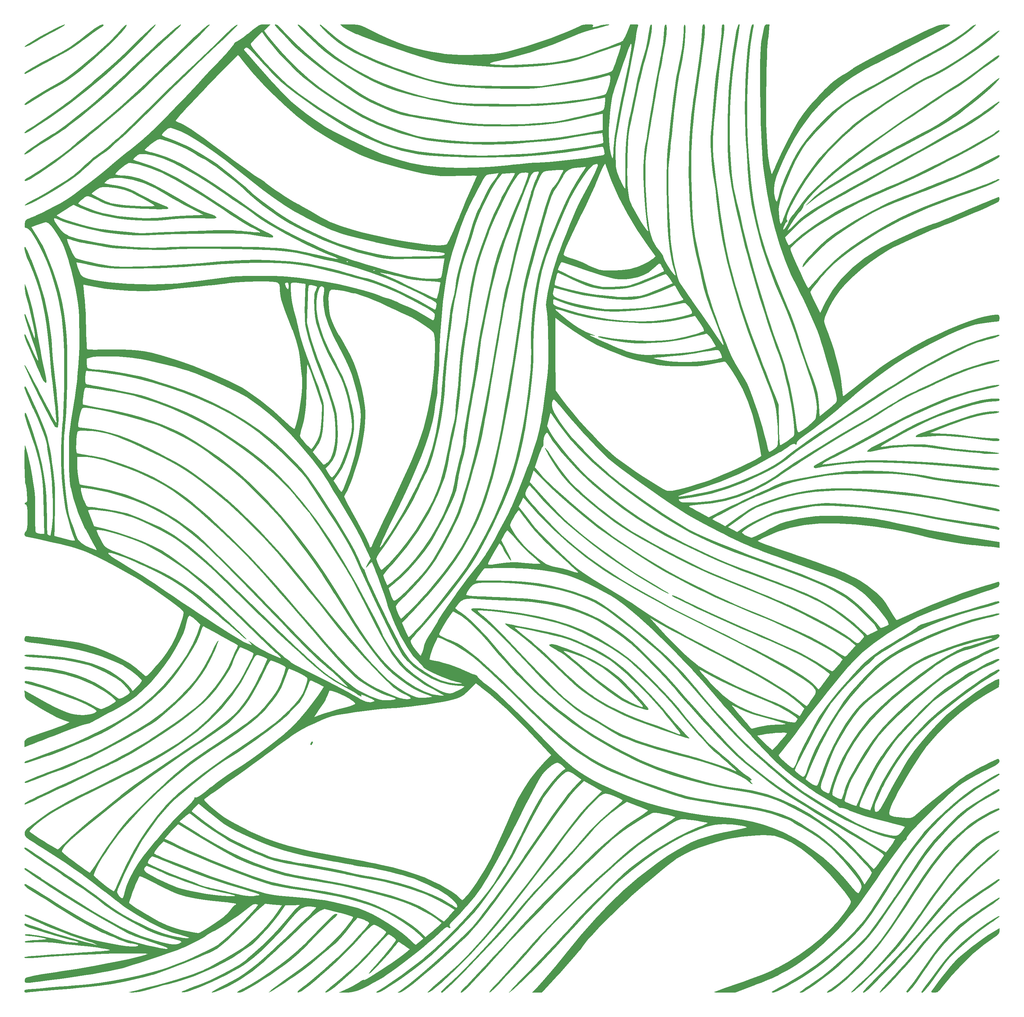
<source format=gbr>
%TF.GenerationSoftware,KiCad,Pcbnew,(6.0.7)*%
%TF.CreationDate,2022-10-09T16:59:53+02:00*%
%TF.ProjectId,the PETER switchplate,74686520-5045-4544-9552-207377697463,rev?*%
%TF.SameCoordinates,Original*%
%TF.FileFunction,Legend,Top*%
%TF.FilePolarity,Positive*%
%FSLAX46Y46*%
G04 Gerber Fmt 4.6, Leading zero omitted, Abs format (unit mm)*
G04 Created by KiCad (PCBNEW (6.0.7)) date 2022-10-09 16:59:53*
%MOMM*%
%LPD*%
G01*
G04 APERTURE LIST*
G04 APERTURE END LIST*
%TO.C,G\u002A\u002A\u002A*%
G36*
X30104884Y-175428759D02*
G01*
X28695368Y-174330751D01*
X32045054Y-174330751D01*
X32233910Y-174919359D01*
X32688573Y-175526179D01*
X33232893Y-175948932D01*
X33524889Y-176030107D01*
X33727955Y-175786919D01*
X33962471Y-175152037D01*
X34160605Y-174341277D01*
X34650363Y-172638302D01*
X35469189Y-170676141D01*
X36556053Y-168569618D01*
X36845782Y-168091302D01*
X39563634Y-168091302D01*
X39696394Y-168459139D01*
X40077735Y-168860482D01*
X40758749Y-169331237D01*
X41790528Y-169907311D01*
X43224164Y-170624610D01*
X44876937Y-171409686D01*
X46356180Y-172090461D01*
X47626557Y-172636477D01*
X48798474Y-173080066D01*
X49982340Y-173453558D01*
X51288561Y-173789282D01*
X52827544Y-174119571D01*
X54709696Y-174476754D01*
X56360979Y-174772558D01*
X57602616Y-174966682D01*
X58951075Y-175135487D01*
X60325365Y-175274429D01*
X61644493Y-175378963D01*
X62827465Y-175444542D01*
X63793290Y-175466622D01*
X64460974Y-175440656D01*
X64749524Y-175362100D01*
X64599440Y-175234917D01*
X64139635Y-175101937D01*
X63266417Y-174894254D01*
X62097247Y-174638329D01*
X60749585Y-174360621D01*
X60481282Y-174307229D01*
X57449030Y-173578314D01*
X54053425Y-172517216D01*
X52164992Y-171842738D01*
X50667160Y-171290136D01*
X49349510Y-170808802D01*
X48293332Y-170428040D01*
X47579916Y-170177152D01*
X47290551Y-170085440D01*
X47289963Y-170085426D01*
X47008000Y-169979786D01*
X46329783Y-169690512D01*
X45350370Y-169259070D01*
X44164820Y-168726930D01*
X43883115Y-168599256D01*
X42639459Y-168046868D01*
X41553892Y-167587526D01*
X40730318Y-167263557D01*
X40272641Y-167117294D01*
X40235148Y-167113085D01*
X39859759Y-167337057D01*
X39628365Y-167721064D01*
X39563634Y-168091302D01*
X36845782Y-168091302D01*
X37849925Y-166433556D01*
X38051862Y-166145937D01*
X40547622Y-166145937D01*
X40589250Y-166311143D01*
X40991421Y-166568446D01*
X41803674Y-166981405D01*
X42932528Y-167509509D01*
X44284499Y-168112245D01*
X45766105Y-168749099D01*
X47283865Y-169379558D01*
X48744295Y-169963110D01*
X50053915Y-170459241D01*
X50649698Y-170671100D01*
X51961478Y-171136244D01*
X53179577Y-171591066D01*
X54158898Y-171980040D01*
X54711404Y-172225499D01*
X55453188Y-172520415D01*
X56514533Y-172847988D01*
X57683384Y-173143693D01*
X57847149Y-173179653D01*
X59020661Y-173438963D01*
X60507202Y-173777778D01*
X62094806Y-174147374D01*
X63251405Y-174421953D01*
X65178366Y-174871396D01*
X66690589Y-175186423D01*
X67893710Y-175378466D01*
X68893361Y-175458961D01*
X69795178Y-175439341D01*
X70704795Y-175331039D01*
X71075476Y-175268832D01*
X71387827Y-175198083D01*
X71511877Y-175110766D01*
X71397647Y-174986689D01*
X70995154Y-174805660D01*
X70254418Y-174547484D01*
X69125456Y-174191970D01*
X67558288Y-173718923D01*
X66346752Y-173358376D01*
X62888891Y-172308466D01*
X59763652Y-171303624D01*
X56804317Y-170284616D01*
X53844171Y-169192210D01*
X50716497Y-167967176D01*
X47669959Y-166722774D01*
X46042509Y-166053038D01*
X44577165Y-165459469D01*
X43349235Y-164971801D01*
X42434024Y-164619769D01*
X41906841Y-164433107D01*
X41814892Y-164410958D01*
X41460448Y-164612268D01*
X41051215Y-165092367D01*
X40707004Y-165665506D01*
X40547622Y-166145937D01*
X38051862Y-166145937D01*
X39289775Y-164382779D01*
X39805744Y-163720338D01*
X39940632Y-163554785D01*
X42309915Y-163554785D01*
X42366947Y-163666232D01*
X42567073Y-163817682D01*
X42953841Y-164027704D01*
X43570800Y-164314863D01*
X44461497Y-164697726D01*
X45669481Y-165194860D01*
X47238299Y-165824831D01*
X49211498Y-166606207D01*
X51632628Y-167557554D01*
X52442894Y-167874990D01*
X55364154Y-168995454D01*
X58194313Y-170028753D01*
X61056589Y-171016155D01*
X64074199Y-171998927D01*
X67370363Y-173018337D01*
X71068296Y-174115653D01*
X71131781Y-174134179D01*
X73134071Y-174684385D01*
X74848651Y-175068601D01*
X76487193Y-175327424D01*
X78260870Y-175501409D01*
X81389149Y-175751302D01*
X84168565Y-175998799D01*
X86546825Y-176238745D01*
X88471639Y-176465985D01*
X89462043Y-176605547D01*
X90714057Y-176830353D01*
X92305110Y-177161959D01*
X94072978Y-177561992D01*
X95855439Y-177992079D01*
X97490270Y-178413845D01*
X98815248Y-178788918D01*
X99189703Y-178906613D01*
X100928428Y-179587375D01*
X102936490Y-180556125D01*
X105090495Y-181737160D01*
X107267048Y-183054776D01*
X109342756Y-184433270D01*
X111194223Y-185796940D01*
X112698056Y-187070082D01*
X113049928Y-187409949D01*
X113781687Y-188129800D01*
X114362288Y-188674346D01*
X114692470Y-188951342D01*
X114726937Y-188968434D01*
X114991955Y-188814484D01*
X115519771Y-188408543D01*
X115892587Y-188097537D01*
X116923131Y-187215047D01*
X115603113Y-186013534D01*
X114291485Y-184915742D01*
X112657183Y-183691689D01*
X110863033Y-182452499D01*
X109071858Y-181309295D01*
X107446483Y-180373201D01*
X106996868Y-180139996D01*
X104632794Y-179039263D01*
X102128101Y-178045901D01*
X99424370Y-177144853D01*
X96463183Y-176321064D01*
X93186124Y-175559477D01*
X89534773Y-174845035D01*
X85450714Y-174162681D01*
X81625873Y-173600905D01*
X79896324Y-173338222D01*
X78065634Y-173023702D01*
X76336250Y-172694251D01*
X74910618Y-172386774D01*
X74735447Y-172344819D01*
X73635259Y-172031304D01*
X72113465Y-171531679D01*
X70244171Y-170875074D01*
X68101483Y-170090617D01*
X65759508Y-169207439D01*
X63292352Y-168254671D01*
X60774122Y-167261441D01*
X58278925Y-166256880D01*
X55880866Y-165270117D01*
X53654053Y-164330283D01*
X51672591Y-163466507D01*
X50010588Y-162707918D01*
X49112414Y-162272890D01*
X47784142Y-161617957D01*
X46611502Y-161059418D01*
X45685312Y-160639002D01*
X45096389Y-160398441D01*
X44944532Y-160357766D01*
X44628340Y-160557771D01*
X44115670Y-161068343D01*
X43517083Y-161755319D01*
X42943142Y-162484534D01*
X42504411Y-163121825D01*
X42311449Y-163533029D01*
X42309915Y-163554785D01*
X39940632Y-163554785D01*
X42355703Y-160590691D01*
X43257292Y-159524522D01*
X45250859Y-159524522D01*
X47225600Y-160524390D01*
X49402356Y-161586537D01*
X51907154Y-162740707D01*
X54655895Y-163953225D01*
X57564480Y-165190418D01*
X60548813Y-166418615D01*
X63524794Y-167604140D01*
X66408326Y-168713321D01*
X69115310Y-169712485D01*
X71561648Y-170567958D01*
X73663242Y-171246068D01*
X74870554Y-171593532D01*
X76013369Y-171867035D01*
X77526773Y-172182866D01*
X79246067Y-172508994D01*
X81006554Y-172813388D01*
X81760979Y-172933605D01*
X84936299Y-173428446D01*
X87644161Y-173861901D01*
X89952213Y-174248214D01*
X91928107Y-174601629D01*
X93639490Y-174936391D01*
X95154013Y-175266741D01*
X96539324Y-175606925D01*
X97863073Y-175971186D01*
X99192910Y-176373768D01*
X100596483Y-176828915D01*
X101164759Y-177019125D01*
X103673657Y-177973601D01*
X106304474Y-179169223D01*
X108934084Y-180536845D01*
X111439364Y-182007319D01*
X113697188Y-183511500D01*
X115584432Y-184980238D01*
X116006081Y-185354052D01*
X117561659Y-186779012D01*
X118567722Y-185982195D01*
X119351133Y-185334330D01*
X120269949Y-184536396D01*
X120806327Y-184052955D01*
X122038870Y-182920532D01*
X120477052Y-181771339D01*
X118943070Y-180757134D01*
X117048939Y-179681340D01*
X114955980Y-178624250D01*
X112825511Y-177666157D01*
X110818853Y-176887354D01*
X110335125Y-176723427D01*
X108953753Y-176298940D01*
X107161869Y-175788696D01*
X105076827Y-175222785D01*
X102815978Y-174631292D01*
X100496676Y-174044306D01*
X98236273Y-173491914D01*
X96152122Y-173004203D01*
X94361576Y-172611261D01*
X94025569Y-172541914D01*
X92850998Y-172316568D01*
X91289842Y-172036767D01*
X89490000Y-171727967D01*
X87599370Y-171415625D01*
X86054292Y-171169922D01*
X84247418Y-170877117D01*
X82451659Y-170565867D01*
X80801612Y-170260954D01*
X79431871Y-169987159D01*
X78557154Y-169789617D01*
X77096865Y-169387730D01*
X75353999Y-168849490D01*
X73440860Y-168215312D01*
X71469756Y-167525612D01*
X69552992Y-166820807D01*
X67802876Y-166141313D01*
X66331713Y-165527547D01*
X65251811Y-165019924D01*
X65142894Y-164962148D01*
X61722415Y-163072597D01*
X58067929Y-160982869D01*
X54382934Y-158810039D01*
X52987910Y-157969305D01*
X48939310Y-155513471D01*
X48166364Y-156246789D01*
X47552580Y-156872816D01*
X46801613Y-157697618D01*
X46322139Y-158252314D01*
X45250859Y-159524522D01*
X43257292Y-159524522D01*
X44737477Y-157774137D01*
X46920859Y-155304721D01*
X47342479Y-154854318D01*
X49248798Y-154854318D01*
X51116059Y-156009218D01*
X52264317Y-156719751D01*
X53614736Y-157555875D01*
X54910190Y-158358379D01*
X55145022Y-158503912D01*
X59170579Y-160908757D01*
X62946396Y-162966894D01*
X66586334Y-164731433D01*
X70204253Y-166255483D01*
X73914015Y-167592153D01*
X76150964Y-168301990D01*
X77014099Y-168559787D01*
X77821200Y-168788875D01*
X78635349Y-169002238D01*
X79519629Y-169212863D01*
X80537122Y-169433736D01*
X81750908Y-169677842D01*
X83224071Y-169958167D01*
X85019692Y-170287698D01*
X87200854Y-170679420D01*
X89830637Y-171146319D01*
X90804788Y-171318598D01*
X93536776Y-171835565D01*
X96477055Y-172452196D01*
X99509844Y-173140005D01*
X102519360Y-173870505D01*
X105389821Y-174615209D01*
X108005446Y-175345630D01*
X110250453Y-176033281D01*
X111039197Y-176297036D01*
X113558638Y-177227757D01*
X115702820Y-178168269D01*
X117632265Y-179199064D01*
X119507495Y-180400635D01*
X120201456Y-180891403D01*
X121146401Y-181565515D01*
X121922099Y-182102302D01*
X122429270Y-182434020D01*
X122570549Y-182507917D01*
X122803001Y-182322887D01*
X123293359Y-181825133D01*
X123947203Y-181111717D01*
X124136355Y-180898309D01*
X125559612Y-179281405D01*
X124128913Y-178367294D01*
X122798138Y-177575095D01*
X121212065Y-176719459D01*
X119546099Y-175887776D01*
X117975642Y-175167434D01*
X116676099Y-174645818D01*
X116618426Y-174625490D01*
X113434493Y-173545546D01*
X110643112Y-172671906D01*
X108149052Y-171978220D01*
X105857081Y-171438137D01*
X103671968Y-171025308D01*
X103513107Y-170999288D01*
X101633764Y-170673809D01*
X99490276Y-170269643D01*
X97343173Y-169837610D01*
X95452989Y-169428533D01*
X95406724Y-169418001D01*
X93586745Y-169023540D01*
X91559505Y-168617285D01*
X89562293Y-168244999D01*
X87832397Y-167952444D01*
X87705660Y-167932778D01*
X85614868Y-167595384D01*
X83382034Y-167207674D01*
X81138353Y-166794594D01*
X79015021Y-166381086D01*
X77143233Y-165992093D01*
X75654185Y-165652560D01*
X75462107Y-165604966D01*
X74611718Y-165335734D01*
X73374552Y-164870100D01*
X71848730Y-164250268D01*
X70132373Y-163518445D01*
X68323602Y-162716836D01*
X66520537Y-161887645D01*
X64821300Y-161073080D01*
X64148173Y-160738421D01*
X63033870Y-160123079D01*
X61609136Y-159256109D01*
X59991269Y-158216200D01*
X58297566Y-157082039D01*
X56645323Y-155932315D01*
X55151839Y-154845716D01*
X53934411Y-153900929D01*
X53837882Y-153821828D01*
X53059746Y-153199262D01*
X52443139Y-152740859D01*
X52103586Y-152531772D01*
X52081499Y-152527153D01*
X51801036Y-152695106D01*
X51243261Y-153128601D01*
X50575633Y-153693515D01*
X49248798Y-154854318D01*
X47342479Y-154854318D01*
X48875642Y-153216491D01*
X50114066Y-151994845D01*
X52781063Y-151994845D01*
X56274840Y-154828680D01*
X59856611Y-157339845D01*
X63650992Y-159605116D01*
X67782600Y-161701270D01*
X70547149Y-162940597D01*
X72466718Y-163748384D01*
X74005007Y-164354615D01*
X75266511Y-164794555D01*
X76355724Y-165103468D01*
X77377141Y-165316618D01*
X77779590Y-165381391D01*
X78868276Y-165556438D01*
X79754449Y-165721849D01*
X80300365Y-165850958D01*
X80394601Y-165887663D01*
X80749326Y-165984834D01*
X81518871Y-166129986D01*
X82582091Y-166301839D01*
X83565352Y-166444613D01*
X85836115Y-166794076D01*
X88461500Y-167257158D01*
X91275647Y-167802014D01*
X94112698Y-168396796D01*
X96291611Y-168888159D01*
X97629880Y-169181797D01*
X99301937Y-169520419D01*
X101107728Y-169864905D01*
X102847202Y-170176131D01*
X103085054Y-170216685D01*
X106487025Y-170889328D01*
X109934570Y-171751699D01*
X113331881Y-172769910D01*
X116583149Y-173910072D01*
X119592566Y-175138297D01*
X122264321Y-176420695D01*
X124502606Y-177723379D01*
X124724809Y-177870881D01*
X125558867Y-178412806D01*
X126047208Y-178655289D01*
X126279410Y-178619170D01*
X126345047Y-178325288D01*
X126346086Y-178248069D01*
X126130867Y-177735000D01*
X125543971Y-177022030D01*
X124673537Y-176193209D01*
X123607706Y-175332588D01*
X122453585Y-174536183D01*
X121215322Y-173817249D01*
X119642934Y-172996439D01*
X117910083Y-172156851D01*
X116190426Y-171381582D01*
X114657625Y-170753730D01*
X114186511Y-170580326D01*
X112980649Y-170191455D01*
X111435571Y-169748105D01*
X109669792Y-169278818D01*
X107801827Y-168812134D01*
X105950190Y-168376593D01*
X104233397Y-168000738D01*
X102769963Y-167713107D01*
X101678403Y-167542242D01*
X101486511Y-167521923D01*
X100223906Y-167373680D01*
X98930085Y-167168125D01*
X97973745Y-166969966D01*
X97183466Y-166797153D01*
X95993697Y-166565800D01*
X94538899Y-166300763D01*
X92953534Y-166026894D01*
X92164171Y-165896090D01*
X89467999Y-165415975D01*
X86618253Y-164837178D01*
X83750165Y-164191753D01*
X80998962Y-163511749D01*
X78499876Y-162829220D01*
X76388136Y-162176214D01*
X76197848Y-162111852D01*
X74449704Y-161480032D01*
X72508014Y-160719554D01*
X70472996Y-159875127D01*
X68444865Y-158991462D01*
X66523837Y-158113269D01*
X64810126Y-157285258D01*
X63403949Y-156552140D01*
X62405522Y-155958624D01*
X62405137Y-155958367D01*
X61476333Y-155300236D01*
X60285745Y-154402843D01*
X58980844Y-153379868D01*
X57709099Y-152344994D01*
X57601689Y-152255475D01*
X54654101Y-149793378D01*
X53616454Y-150806613D01*
X53076956Y-151395884D01*
X52787436Y-151839419D01*
X52781063Y-151994845D01*
X50114066Y-151994845D01*
X50571617Y-151543493D01*
X50783879Y-151346919D01*
X51916999Y-150265586D01*
X52758411Y-149375600D01*
X53192085Y-148818396D01*
X56196517Y-148818396D01*
X56417797Y-149148521D01*
X56958143Y-149678772D01*
X57441830Y-150120130D01*
X58907419Y-151410526D01*
X60289589Y-152532432D01*
X61678532Y-153541899D01*
X63164437Y-154494981D01*
X64837496Y-155447729D01*
X66787899Y-156456195D01*
X69105837Y-157576431D01*
X70452336Y-158205960D01*
X73154533Y-159347270D01*
X76234916Y-160457134D01*
X79531562Y-161485617D01*
X82882546Y-162382786D01*
X86125946Y-163098707D01*
X86624809Y-163193232D01*
X90228893Y-163860498D01*
X93353461Y-164442456D01*
X96050869Y-164949546D01*
X98373476Y-165392212D01*
X100373641Y-165780894D01*
X102103721Y-166126036D01*
X103616075Y-166438079D01*
X104963060Y-166727466D01*
X106197036Y-167004638D01*
X107370360Y-167280038D01*
X108512043Y-167558325D01*
X111824697Y-168438998D01*
X114729454Y-169350152D01*
X117358552Y-170340053D01*
X119844227Y-171456967D01*
X121476031Y-172290137D01*
X123374526Y-173339288D01*
X124842424Y-174237052D01*
X125951563Y-175031091D01*
X126773780Y-175769068D01*
X126866060Y-175866295D01*
X127345013Y-176334061D01*
X127667704Y-176565262D01*
X127693697Y-176570532D01*
X127973776Y-176392449D01*
X128448550Y-175951850D01*
X128568562Y-175827447D01*
X129439534Y-174801796D01*
X130483624Y-173407611D01*
X131627149Y-171757139D01*
X132796425Y-169962625D01*
X133917766Y-168136314D01*
X134917489Y-166390452D01*
X135540048Y-165207551D01*
X136216038Y-163817738D01*
X137034538Y-162070769D01*
X137930841Y-160108610D01*
X138840238Y-158073223D01*
X139698021Y-156106574D01*
X139850805Y-155750104D01*
X140626762Y-153956683D01*
X141404290Y-152200658D01*
X142135451Y-150587297D01*
X142772307Y-149221869D01*
X143266919Y-148209643D01*
X143408015Y-147938737D01*
X144831588Y-145517789D01*
X146512830Y-143038904D01*
X148315379Y-140690443D01*
X150102871Y-138660768D01*
X150190723Y-138569670D01*
X152320715Y-136371999D01*
X147407162Y-131138819D01*
X144596544Y-128188990D01*
X142044352Y-125607742D01*
X139683216Y-123332477D01*
X137445768Y-121300597D01*
X135264636Y-119449503D01*
X133072451Y-117716596D01*
X132477338Y-117266410D01*
X131447953Y-116494614D01*
X129640104Y-118280613D01*
X128843053Y-119030179D01*
X128067873Y-119652079D01*
X127245205Y-120169294D01*
X126305690Y-120604809D01*
X125179970Y-120981607D01*
X123798687Y-121322669D01*
X122092481Y-121650981D01*
X119991994Y-121989524D01*
X117427868Y-122361281D01*
X117250211Y-122386203D01*
X115273316Y-122652431D01*
X113363140Y-122889969D01*
X111619747Y-123087872D01*
X110143200Y-123235197D01*
X109033563Y-123320998D01*
X108542541Y-123338617D01*
X107503670Y-123380460D01*
X106046871Y-123496943D01*
X104276605Y-123674495D01*
X102297335Y-123899545D01*
X100213523Y-124158523D01*
X98129630Y-124437860D01*
X96150119Y-124723984D01*
X94379451Y-125003325D01*
X92922089Y-125262313D01*
X91882495Y-125487377D01*
X91767337Y-125517840D01*
X90424931Y-125961232D01*
X88763612Y-126624162D01*
X86923490Y-127440937D01*
X85044675Y-128345861D01*
X83267276Y-129273241D01*
X81731404Y-130157382D01*
X81320485Y-130416132D01*
X80515929Y-130960321D01*
X79385069Y-131757868D01*
X78031197Y-132734249D01*
X76557606Y-133814939D01*
X75067588Y-134925415D01*
X75000027Y-134976232D01*
X73556241Y-136052546D01*
X71783495Y-137358025D01*
X69794602Y-138810550D01*
X67702373Y-140328006D01*
X65619623Y-141828274D01*
X63786197Y-143138866D01*
X62080788Y-144353510D01*
X60498242Y-145482518D01*
X59097666Y-146483576D01*
X57938167Y-147314371D01*
X57078850Y-147932589D01*
X56578821Y-148295918D01*
X56496086Y-148357753D01*
X56240536Y-148588205D01*
X56196517Y-148818396D01*
X53192085Y-148818396D01*
X53261361Y-148729387D01*
X53388639Y-148426185D01*
X53494901Y-148067869D01*
X53653267Y-148059634D01*
X53879199Y-148116309D01*
X54213800Y-148026071D01*
X54713880Y-147751796D01*
X55436253Y-147256361D01*
X56437730Y-146502641D01*
X57775124Y-145453512D01*
X58388809Y-144965215D01*
X59788315Y-143881945D01*
X61298875Y-142767725D01*
X62757041Y-141739904D01*
X63999368Y-140915832D01*
X64224186Y-140775559D01*
X66527612Y-139307229D01*
X68943090Y-137672365D01*
X71386833Y-135934606D01*
X73775053Y-134157588D01*
X76023962Y-132404948D01*
X78049773Y-130740322D01*
X79768698Y-129227347D01*
X80989574Y-128042233D01*
X82714154Y-126161284D01*
X83045692Y-125770532D01*
X86702397Y-125770532D01*
X87001182Y-125682244D01*
X87662791Y-125450536D01*
X88545316Y-125125141D01*
X88564887Y-125117778D01*
X89500789Y-124794433D01*
X90794431Y-124386430D01*
X92280304Y-123944282D01*
X93792901Y-123518498D01*
X93905625Y-123487869D01*
X95567910Y-123035498D01*
X96759190Y-122692077D01*
X97529220Y-122422103D01*
X97927756Y-122190072D01*
X98004553Y-121960480D01*
X97809368Y-121697825D01*
X97391955Y-121366602D01*
X97138479Y-121181040D01*
X96267472Y-120615326D01*
X95206764Y-120032397D01*
X94065261Y-119478780D01*
X92951869Y-119001001D01*
X91975496Y-118645588D01*
X91245049Y-118459066D01*
X90869433Y-118487963D01*
X90859707Y-118498647D01*
X90724048Y-118795601D01*
X90472735Y-119430452D01*
X90302446Y-119882484D01*
X90037352Y-120547718D01*
X89732580Y-121173190D01*
X89322047Y-121868043D01*
X88739669Y-122741418D01*
X87919364Y-123902459D01*
X87596296Y-124351915D01*
X87094729Y-125072877D01*
X86773640Y-125583596D01*
X86702397Y-125770532D01*
X83045692Y-125770532D01*
X84494268Y-124063233D01*
X86204936Y-121904119D01*
X87721178Y-119839984D01*
X88582653Y-118562069D01*
X89308493Y-117433393D01*
X87523159Y-116452050D01*
X86644317Y-116009319D01*
X85947718Y-115733114D01*
X85563190Y-115673304D01*
X85537255Y-115689237D01*
X85353420Y-116040774D01*
X85064628Y-116751837D01*
X84734922Y-117664149D01*
X83826494Y-119788079D01*
X82685521Y-121596807D01*
X81505309Y-122872523D01*
X80734615Y-123617429D01*
X80023735Y-124421471D01*
X79848998Y-124649684D01*
X79317877Y-125229831D01*
X78403482Y-126059828D01*
X77172449Y-127090124D01*
X75691413Y-128271166D01*
X74027009Y-129553403D01*
X72245872Y-130887282D01*
X70414637Y-132223252D01*
X68599939Y-133511760D01*
X66868414Y-134703255D01*
X65286696Y-135748185D01*
X63921422Y-136596997D01*
X63305207Y-136952162D01*
X61777070Y-137881918D01*
X59920130Y-139149672D01*
X57789375Y-140712939D01*
X55439792Y-142529237D01*
X52926369Y-144556083D01*
X50304091Y-146750994D01*
X47692171Y-149014836D01*
X46453934Y-150226303D01*
X45026148Y-151826790D01*
X43476669Y-153730134D01*
X41873355Y-155850168D01*
X40284062Y-158100729D01*
X38972151Y-160087553D01*
X38278262Y-161235313D01*
X37483587Y-162649358D01*
X36626239Y-164251324D01*
X35744328Y-165962847D01*
X34875966Y-167705562D01*
X34059267Y-169401106D01*
X33332341Y-170971114D01*
X32733301Y-172337222D01*
X32300259Y-173421066D01*
X32071326Y-174144281D01*
X32045054Y-174330751D01*
X28695368Y-174330751D01*
X28517623Y-174192288D01*
X27536150Y-173418560D01*
X25137208Y-171552930D01*
X22747036Y-169769893D01*
X22485953Y-169583677D01*
X25604443Y-169583677D01*
X25613583Y-169728629D01*
X25846321Y-170022367D01*
X26411976Y-170553892D01*
X27208054Y-171240871D01*
X28132059Y-172000971D01*
X29081499Y-172751858D01*
X29953877Y-173411199D01*
X30646700Y-173896662D01*
X31057474Y-174125914D01*
X31097461Y-174133789D01*
X31323317Y-173903019D01*
X31653022Y-173293756D01*
X32010447Y-172449787D01*
X32645432Y-170908603D01*
X33490216Y-169047214D01*
X34474241Y-167007432D01*
X35526946Y-164931067D01*
X36577773Y-162959931D01*
X37556162Y-161235834D01*
X37758052Y-160898192D01*
X38942586Y-159029233D01*
X40296782Y-157040970D01*
X41742433Y-155037088D01*
X43201329Y-153121276D01*
X44595264Y-151397220D01*
X45846028Y-149968607D01*
X46547424Y-149245396D01*
X49199128Y-146810332D01*
X52322188Y-144196176D01*
X55886761Y-141425964D01*
X59863002Y-138522735D01*
X64221066Y-135509526D01*
X65142894Y-134891025D01*
X67995899Y-132973224D01*
X70440157Y-131299271D01*
X72527237Y-129829872D01*
X74308706Y-128525728D01*
X75836131Y-127347544D01*
X77161078Y-126256022D01*
X78335116Y-125211866D01*
X79409810Y-124175779D01*
X80007719Y-123563287D01*
X81270229Y-122214027D01*
X82213050Y-121118279D01*
X82912844Y-120162175D01*
X83446272Y-119231852D01*
X83889998Y-118213444D01*
X84211195Y-117319942D01*
X84568039Y-116239989D01*
X84754594Y-115551747D01*
X84784424Y-115138736D01*
X84671093Y-114884476D01*
X84511976Y-114737095D01*
X83932344Y-114351647D01*
X83102792Y-113888943D01*
X82148915Y-113407749D01*
X81196309Y-112966833D01*
X80370570Y-112624962D01*
X79797294Y-112440903D01*
X79607950Y-112442466D01*
X79435352Y-112786419D01*
X79144688Y-113507987D01*
X78789316Y-114472265D01*
X78664799Y-114826915D01*
X78099893Y-116369294D01*
X77541846Y-117655108D01*
X76910155Y-118821979D01*
X76124319Y-120007529D01*
X75103834Y-121349380D01*
X74192118Y-122473153D01*
X73121901Y-123708134D01*
X71963815Y-124908278D01*
X70668002Y-126112577D01*
X69184607Y-127360022D01*
X67463775Y-128689605D01*
X65455649Y-130140317D01*
X63110375Y-131751149D01*
X60378095Y-133561092D01*
X58253436Y-134938496D01*
X56278413Y-136236366D01*
X54434474Y-137509866D01*
X52645341Y-138819451D01*
X50834738Y-140225574D01*
X48926388Y-141788688D01*
X46844014Y-143569248D01*
X44511341Y-145627707D01*
X42615946Y-147332151D01*
X41464410Y-148427295D01*
X40072487Y-149835143D01*
X38529332Y-151457699D01*
X36924097Y-153196969D01*
X35345936Y-154954957D01*
X33884000Y-156633667D01*
X32627444Y-158135103D01*
X31665419Y-159361271D01*
X31635249Y-159401958D01*
X30263891Y-161310202D01*
X29004910Y-163165919D01*
X27892843Y-164909884D01*
X26962227Y-166482869D01*
X26247597Y-167825648D01*
X25783490Y-168878993D01*
X25604443Y-169583677D01*
X22485953Y-169583677D01*
X20275118Y-168006809D01*
X17630943Y-166201037D01*
X14723994Y-164289936D01*
X13113222Y-163262737D01*
X16776412Y-163262737D01*
X16819368Y-163312279D01*
X17626205Y-163971227D01*
X18640856Y-164768249D01*
X19778946Y-165640755D01*
X20956098Y-166526153D01*
X22087935Y-167361853D01*
X23090082Y-168085264D01*
X23878161Y-168633793D01*
X24367797Y-168944852D01*
X24475873Y-168991931D01*
X24657712Y-168779764D01*
X25084221Y-168182003D01*
X25708203Y-167267884D01*
X26482460Y-166106646D01*
X27359793Y-164767525D01*
X27444928Y-164636436D01*
X29156525Y-162034831D01*
X30701376Y-159779835D01*
X32155474Y-157781248D01*
X33594816Y-155948871D01*
X35095395Y-154192504D01*
X36733206Y-152421947D01*
X38584245Y-150547000D01*
X40724505Y-148477463D01*
X42352253Y-146942594D01*
X44497390Y-144942042D01*
X46333832Y-143253254D01*
X47941209Y-141812137D01*
X49399149Y-140554603D01*
X50787278Y-139416560D01*
X52185225Y-138333916D01*
X53672618Y-137242583D01*
X55329085Y-136078468D01*
X57234253Y-134777481D01*
X58657788Y-133818623D01*
X61234089Y-132086695D01*
X63407264Y-130617771D01*
X65224389Y-129375898D01*
X66732543Y-128325121D01*
X67978801Y-127429485D01*
X69010240Y-126653036D01*
X69873938Y-125959818D01*
X70616971Y-125313878D01*
X71286417Y-124679260D01*
X71929351Y-124020011D01*
X72592852Y-123300175D01*
X72949774Y-122903231D01*
X74019525Y-121650597D01*
X75027564Y-120367487D01*
X75869740Y-119192407D01*
X76441902Y-118263860D01*
X76450092Y-118248344D01*
X76932130Y-117250665D01*
X77431400Y-116084313D01*
X77904647Y-114868853D01*
X78308616Y-113723849D01*
X78600054Y-112768866D01*
X78735705Y-112123468D01*
X78729538Y-111947486D01*
X78457967Y-111732830D01*
X77829065Y-111393670D01*
X76991185Y-110996135D01*
X76092682Y-110606353D01*
X75281910Y-110290453D01*
X74707225Y-110114564D01*
X74580815Y-110098192D01*
X74336077Y-110328587D01*
X73959523Y-110939885D01*
X73522630Y-111812259D01*
X73412296Y-112057234D01*
X72755947Y-113444099D01*
X71851233Y-115201319D01*
X70743031Y-117245301D01*
X69476219Y-119492451D01*
X68713867Y-120809098D01*
X67589816Y-122482043D01*
X66146871Y-124259063D01*
X64534129Y-125973961D01*
X62900685Y-127460541D01*
X62365349Y-127885762D01*
X61544783Y-128487888D01*
X60364836Y-129323450D01*
X58917569Y-130328801D01*
X57295047Y-131440297D01*
X55589332Y-132594290D01*
X54493996Y-133327446D01*
X49846207Y-136454293D01*
X45605380Y-139372101D01*
X41703346Y-142129332D01*
X38071932Y-144774450D01*
X34642967Y-147355916D01*
X33257788Y-148424254D01*
X30909567Y-150260537D01*
X28599071Y-152090471D01*
X26382660Y-153867934D01*
X24316696Y-155546803D01*
X22457540Y-157080958D01*
X20861553Y-158424275D01*
X19585096Y-159530633D01*
X18712652Y-160326970D01*
X17809960Y-161273653D01*
X17151491Y-162133482D01*
X16789544Y-162823997D01*
X16776412Y-163262737D01*
X13113222Y-163262737D01*
X11463759Y-162210864D01*
X10154596Y-161389485D01*
X8782770Y-160526230D01*
X7804181Y-159886305D01*
X7151067Y-159411018D01*
X6755663Y-159041678D01*
X6550205Y-158719590D01*
X6466929Y-158386064D01*
X6448864Y-158179840D01*
X6455073Y-157713106D01*
X6506894Y-157565171D01*
X7777075Y-157565171D01*
X8014261Y-157790610D01*
X8622275Y-158233218D01*
X9507542Y-158833781D01*
X10576488Y-159533080D01*
X11735536Y-160271899D01*
X12891114Y-160991022D01*
X13949645Y-161631231D01*
X14817555Y-162133309D01*
X15401269Y-162438041D01*
X15577859Y-162501728D01*
X15814468Y-162328461D01*
X16361841Y-161839771D01*
X17148361Y-161102128D01*
X18102410Y-160182004D01*
X18550200Y-159742982D01*
X19593891Y-158758503D01*
X20961277Y-157533957D01*
X22547989Y-156159156D01*
X24249657Y-154723909D01*
X25961912Y-153318028D01*
X26772681Y-152667458D01*
X28350009Y-151408494D01*
X29881646Y-150178259D01*
X31286577Y-149042410D01*
X32483786Y-148066607D01*
X33392260Y-147316507D01*
X33798213Y-146973636D01*
X34488443Y-146421064D01*
X35557912Y-145617331D01*
X36936585Y-144611630D01*
X38554430Y-143453158D01*
X40341413Y-142191108D01*
X42227501Y-140874677D01*
X44142659Y-139553058D01*
X46016854Y-138275448D01*
X47780054Y-137091040D01*
X49200341Y-136154424D01*
X50126666Y-135540282D01*
X51397567Y-134683199D01*
X52914886Y-133650149D01*
X54580465Y-132508102D01*
X56296147Y-131324033D01*
X57247155Y-130664134D01*
X59642502Y-128971088D01*
X61643066Y-127480890D01*
X63318329Y-126119774D01*
X64737776Y-124813974D01*
X65970891Y-123489724D01*
X67087157Y-122073257D01*
X68156059Y-120490807D01*
X69247080Y-118668609D01*
X70256034Y-116853511D01*
X70856934Y-115716200D01*
X71498575Y-114449977D01*
X72133416Y-113155143D01*
X72713915Y-111931999D01*
X73192530Y-110880845D01*
X73521721Y-110101982D01*
X73653945Y-109695711D01*
X73654596Y-109683411D01*
X73427223Y-109511977D01*
X72858809Y-109238560D01*
X72119915Y-108935315D01*
X71381101Y-108674399D01*
X71032133Y-108573961D01*
X70776005Y-108548289D01*
X70533938Y-108656526D01*
X70259856Y-108966844D01*
X69907678Y-109547412D01*
X69431328Y-110466401D01*
X68784727Y-111791983D01*
X68606802Y-112162130D01*
X66489665Y-116114950D01*
X64045916Y-119806401D01*
X61236616Y-123278375D01*
X58022831Y-126572767D01*
X54365622Y-129731471D01*
X50226055Y-132796380D01*
X48119490Y-134205541D01*
X46641349Y-135158895D01*
X45289563Y-136013831D01*
X44004077Y-136802849D01*
X42724831Y-137558448D01*
X41391770Y-138313126D01*
X39944834Y-139099382D01*
X38323967Y-139949716D01*
X36469111Y-140896627D01*
X34320209Y-141972613D01*
X31817204Y-143210174D01*
X28900037Y-144641808D01*
X28203577Y-144982683D01*
X24950553Y-146583637D01*
X22151672Y-147982079D01*
X19768671Y-149198201D01*
X17763290Y-150252196D01*
X16097265Y-151164257D01*
X14732335Y-151954575D01*
X13630237Y-152643345D01*
X13406347Y-152791915D01*
X11533292Y-154089012D01*
X10005309Y-155227751D01*
X8851417Y-156183526D01*
X8100636Y-156931731D01*
X7781986Y-157447758D01*
X7777075Y-157565171D01*
X6506894Y-157565171D01*
X6593732Y-157317269D01*
X6944696Y-156889305D01*
X7587819Y-156326193D01*
X8360236Y-155713921D01*
X10803604Y-153880826D01*
X13242875Y-152211259D01*
X15798870Y-150631784D01*
X18592412Y-149068964D01*
X21744320Y-147449364D01*
X22854596Y-146904066D01*
X27487769Y-144634981D01*
X31659571Y-142557667D01*
X35405446Y-140651206D01*
X38760836Y-138894682D01*
X41761186Y-137267178D01*
X44441938Y-135747778D01*
X46838535Y-134315565D01*
X48986420Y-132949622D01*
X50921038Y-131629032D01*
X52677830Y-130332879D01*
X54292241Y-129040246D01*
X55799713Y-127730217D01*
X56604796Y-126986490D01*
X58002707Y-125605799D01*
X59510346Y-124010041D01*
X61044657Y-122296703D01*
X62522588Y-120563271D01*
X63861086Y-118907233D01*
X64977096Y-117426074D01*
X65787567Y-116217282D01*
X65806960Y-116185135D01*
X66390082Y-115179217D01*
X67050950Y-113982911D01*
X67739913Y-112693127D01*
X68407319Y-111406774D01*
X69003514Y-110220763D01*
X69478848Y-109232003D01*
X69783667Y-108537404D01*
X69871618Y-108251845D01*
X69642242Y-108038492D01*
X69035282Y-107687411D01*
X68172488Y-107267573D01*
X67989767Y-107185760D01*
X66107916Y-106354565D01*
X65282655Y-107878245D01*
X64783925Y-108890999D01*
X64362450Y-109906394D01*
X64169871Y-110493143D01*
X64041004Y-110928075D01*
X63865753Y-111372176D01*
X63601694Y-111898604D01*
X63206402Y-112580516D01*
X62637453Y-113491068D01*
X61852423Y-114703416D01*
X60808887Y-116290718D01*
X60799786Y-116304513D01*
X59508252Y-118095886D01*
X57993909Y-119874801D01*
X56216856Y-121675322D01*
X54137191Y-123531516D01*
X51715010Y-125477447D01*
X48910412Y-127547180D01*
X45683493Y-129774780D01*
X42782437Y-131686057D01*
X40408136Y-133212614D01*
X38384448Y-134485466D01*
X36617412Y-135558181D01*
X35013066Y-136484322D01*
X33477450Y-137317454D01*
X31916602Y-138111142D01*
X30236562Y-138918952D01*
X29456154Y-139283039D01*
X27805134Y-140059184D01*
X26007548Y-140922903D01*
X24268521Y-141774591D01*
X22793175Y-142514648D01*
X22649603Y-142588138D01*
X21195721Y-143313568D01*
X19633368Y-144059254D01*
X18173347Y-144726191D01*
X17245348Y-145126320D01*
X16177519Y-145590397D01*
X14773749Y-146232991D01*
X13178997Y-146986050D01*
X11538221Y-147781523D01*
X10627469Y-148233082D01*
X8979063Y-149043247D01*
X7765685Y-149603654D01*
X6951032Y-149928940D01*
X6498797Y-150033741D01*
X6371618Y-149948971D01*
X6404557Y-149830697D01*
X6528636Y-149685941D01*
X6781748Y-149495664D01*
X7201786Y-149240828D01*
X7826643Y-148902394D01*
X8694212Y-148461325D01*
X9842385Y-147898582D01*
X11309056Y-147195126D01*
X13132117Y-146331919D01*
X15349461Y-145289924D01*
X17998981Y-144050100D01*
X19612043Y-143296641D01*
X23109387Y-141654234D01*
X26173483Y-140192794D01*
X28867342Y-138879314D01*
X31253979Y-137680791D01*
X33396406Y-136564218D01*
X35357637Y-135496591D01*
X37200685Y-134444905D01*
X38988563Y-133376155D01*
X40784285Y-132257337D01*
X41229064Y-131974099D01*
X43460070Y-130520088D01*
X45734454Y-128986894D01*
X47971009Y-127432867D01*
X50088524Y-125916353D01*
X52005791Y-124495701D01*
X53641602Y-123229261D01*
X54914746Y-122175379D01*
X55123248Y-121991176D01*
X56390118Y-120739578D01*
X57761463Y-119187417D01*
X59159346Y-117442083D01*
X60505828Y-115610968D01*
X61722970Y-113801463D01*
X62732834Y-112120959D01*
X63457482Y-110676847D01*
X63611590Y-110295123D01*
X64074072Y-109146325D01*
X64609867Y-107940617D01*
X64889199Y-107363468D01*
X65251296Y-106611037D01*
X65468377Y-106084701D01*
X65498827Y-105923295D01*
X65178551Y-105723157D01*
X64486083Y-105321610D01*
X63508758Y-104767021D01*
X62333909Y-104107756D01*
X61048867Y-103392182D01*
X59740967Y-102668665D01*
X58497541Y-101985572D01*
X57405923Y-101391269D01*
X56553444Y-100934123D01*
X56027439Y-100662500D01*
X55901881Y-100608342D01*
X55716095Y-100844414D01*
X55488155Y-101440102D01*
X55393361Y-101773071D01*
X54901544Y-103190323D01*
X54089648Y-104935081D01*
X52999604Y-106933590D01*
X51673341Y-109112096D01*
X50152791Y-111396845D01*
X49013465Y-112995055D01*
X47752859Y-114690280D01*
X46691589Y-116047485D01*
X45729918Y-117178781D01*
X44768111Y-118196277D01*
X43706432Y-119212085D01*
X42606368Y-120197113D01*
X41365593Y-121271624D01*
X40124869Y-122320932D01*
X39004467Y-123244968D01*
X38124656Y-123943659D01*
X37896619Y-124115854D01*
X36919511Y-124798783D01*
X35597726Y-125668783D01*
X34057365Y-126648076D01*
X32424530Y-127658883D01*
X30825321Y-128623424D01*
X29385839Y-129463918D01*
X28232186Y-130102588D01*
X27971165Y-130237897D01*
X26996892Y-130708916D01*
X25689143Y-131308347D01*
X24132763Y-132000392D01*
X22412599Y-132749249D01*
X20613494Y-133519118D01*
X18820294Y-134274198D01*
X17117844Y-134978690D01*
X15590988Y-135596791D01*
X14324573Y-136092703D01*
X13403442Y-136430624D01*
X12991830Y-136558453D01*
X12127806Y-136805053D01*
X10958031Y-137183725D01*
X9679925Y-137629365D01*
X9116754Y-137836383D01*
X7724177Y-138325435D01*
X6812266Y-138569271D01*
X6380155Y-138568006D01*
X6426980Y-138321755D01*
X6558560Y-138175505D01*
X6892633Y-138003155D01*
X7656301Y-137690349D01*
X8766766Y-137268424D01*
X10141230Y-136768719D01*
X11696895Y-136222569D01*
X11937208Y-136139797D01*
X16090394Y-134623223D01*
X20207229Y-132947974D01*
X24211737Y-131152370D01*
X28027944Y-129274729D01*
X31579872Y-127353369D01*
X34791545Y-125426608D01*
X37586988Y-123532766D01*
X38877750Y-122552363D01*
X41752572Y-120079713D01*
X44495820Y-117360145D01*
X47051335Y-114468221D01*
X49362959Y-111478505D01*
X51374537Y-108465558D01*
X53029909Y-105503944D01*
X54272918Y-102668225D01*
X54623129Y-101646598D01*
X55113303Y-100085430D01*
X53778098Y-98889026D01*
X53048329Y-98275005D01*
X52445544Y-97839148D01*
X52115543Y-97680513D01*
X51851015Y-97908472D01*
X51583317Y-98493754D01*
X51507565Y-98749256D01*
X51242021Y-99771719D01*
X50966080Y-100833817D01*
X50938391Y-100940360D01*
X50338364Y-102689445D01*
X49399541Y-104714410D01*
X48180995Y-106925407D01*
X46741800Y-109232583D01*
X45141029Y-111546088D01*
X43437756Y-113776072D01*
X41691055Y-115832684D01*
X39982084Y-117604894D01*
X38552102Y-118942161D01*
X37246205Y-120069268D01*
X35955834Y-121060608D01*
X34572432Y-121990572D01*
X32987442Y-122933554D01*
X31092307Y-123963944D01*
X29495468Y-124791162D01*
X28119051Y-125504975D01*
X26889060Y-126161984D01*
X25896786Y-126711935D01*
X25233518Y-127104573D01*
X25015681Y-127257261D01*
X24389928Y-127584941D01*
X23914171Y-127667721D01*
X23599674Y-127695646D01*
X23170128Y-127787341D01*
X22571485Y-127961867D01*
X21749699Y-128238290D01*
X20650722Y-128635671D01*
X19220506Y-129173075D01*
X17405005Y-129869564D01*
X15150172Y-130744202D01*
X14748213Y-130900706D01*
X13079370Y-131549680D01*
X11461327Y-132177007D01*
X10007810Y-132738734D01*
X8832545Y-133190909D01*
X8060447Y-133485358D01*
X6371618Y-134122909D01*
X6371618Y-133057794D01*
X6375742Y-132672468D01*
X6427844Y-132359951D01*
X6587514Y-132088136D01*
X6914343Y-131824914D01*
X7467924Y-131538179D01*
X8307847Y-131195821D01*
X9493704Y-130765733D01*
X11085086Y-130215808D01*
X12615950Y-129693345D01*
X14121761Y-129168889D01*
X15525003Y-128660507D01*
X16711085Y-128211159D01*
X17565417Y-127863805D01*
X17864429Y-127725663D01*
X18895171Y-127196860D01*
X17145628Y-126614650D01*
X16231349Y-126274512D01*
X15218147Y-125820028D01*
X14035041Y-125213091D01*
X12611047Y-124415594D01*
X10875185Y-123389430D01*
X8938639Y-122208741D01*
X7857226Y-121535148D01*
X7152369Y-121053164D01*
X6739080Y-120673260D01*
X6532374Y-120305906D01*
X6447262Y-119861575D01*
X6421897Y-119557511D01*
X6337072Y-118403702D01*
X7908068Y-119295999D01*
X10598968Y-120806814D01*
X12891967Y-122050440D01*
X14844665Y-123050510D01*
X16514663Y-123830659D01*
X17959561Y-124414519D01*
X19236960Y-124825726D01*
X20404460Y-125087912D01*
X21519661Y-125224711D01*
X22443480Y-125259943D01*
X23546199Y-125195332D01*
X24620410Y-125014574D01*
X25535376Y-124754097D01*
X26160361Y-124450328D01*
X26366879Y-124166762D01*
X26132446Y-123873039D01*
X25497406Y-123428653D01*
X24562238Y-122885359D01*
X23427419Y-122294910D01*
X22193429Y-121709063D01*
X20960746Y-121179572D01*
X19829847Y-120758192D01*
X19612043Y-120687448D01*
X18596378Y-120347831D01*
X17280927Y-119879795D01*
X15867483Y-119356117D01*
X15018426Y-119030737D01*
X13798412Y-118569056D01*
X12604643Y-118149956D01*
X11316918Y-117735698D01*
X9815032Y-117288547D01*
X7978785Y-116770766D01*
X6709383Y-116422182D01*
X6408517Y-116178065D01*
X6435806Y-115876132D01*
X6687001Y-115772660D01*
X7459611Y-115874898D01*
X8647498Y-116161992D01*
X10169815Y-116604509D01*
X11945714Y-117173016D01*
X13894347Y-117838081D01*
X15934865Y-118570271D01*
X17986422Y-119340153D01*
X19968168Y-120118296D01*
X21799257Y-120875266D01*
X23398840Y-121581632D01*
X24686070Y-122207959D01*
X25302754Y-122549695D01*
X26223456Y-123062366D01*
X27018402Y-123438500D01*
X27533233Y-123606104D01*
X27573595Y-123608830D01*
X28035678Y-123480074D01*
X28791775Y-123149176D01*
X29685321Y-122699190D01*
X30559753Y-122213171D01*
X31258505Y-121774174D01*
X31625013Y-121465253D01*
X31630623Y-121456655D01*
X31596996Y-121148769D01*
X31189717Y-120672295D01*
X30379617Y-120001563D01*
X29137525Y-119110907D01*
X28389230Y-118604360D01*
X25099727Y-116705465D01*
X21469019Y-115151935D01*
X17596178Y-113975740D01*
X13580275Y-113208850D01*
X10830128Y-112938185D01*
X9151789Y-112827123D01*
X7942526Y-112719150D01*
X7131235Y-112600950D01*
X6646815Y-112459208D01*
X6418165Y-112280610D01*
X6371618Y-112103236D01*
X6484776Y-111864280D01*
X6902043Y-111786360D01*
X7655128Y-111836053D01*
X8524146Y-111915333D01*
X9718100Y-112008457D01*
X11022349Y-112099016D01*
X11446697Y-112125930D01*
X12790053Y-112265197D01*
X14424361Y-112518892D01*
X16122254Y-112848461D01*
X17256271Y-113111038D01*
X20555050Y-114041656D01*
X23429926Y-115082435D01*
X25994181Y-116284418D01*
X28361096Y-117698649D01*
X29940271Y-118826304D01*
X30904969Y-119555919D01*
X31728285Y-120170122D01*
X32303357Y-120589668D01*
X32499747Y-120724349D01*
X32863751Y-120687168D01*
X33503094Y-120427916D01*
X34253841Y-120037380D01*
X34952055Y-119606346D01*
X35433803Y-119225601D01*
X35554596Y-119032578D01*
X35372382Y-118587166D01*
X34898688Y-117909092D01*
X34242936Y-117128094D01*
X33514550Y-116373914D01*
X32822953Y-115776292D01*
X32783932Y-115747455D01*
X31798521Y-115105590D01*
X30467765Y-114344599D01*
X28937057Y-113537245D01*
X27351787Y-112756288D01*
X25857347Y-112074490D01*
X24599129Y-111564614D01*
X24070554Y-111386814D01*
X20851524Y-110586469D01*
X17241120Y-109973676D01*
X13361843Y-109568682D01*
X12856724Y-109533185D01*
X10778070Y-109390579D01*
X9180758Y-109268872D01*
X8006432Y-109160840D01*
X7196742Y-109059262D01*
X6693334Y-108956915D01*
X6437855Y-108846579D01*
X6371618Y-108730571D01*
X6475232Y-108602790D01*
X6820214Y-108524785D01*
X7457770Y-108497588D01*
X8439110Y-108522233D01*
X9815441Y-108599751D01*
X11637971Y-108731175D01*
X13411571Y-108872537D01*
X16876629Y-109220477D01*
X19915542Y-109672397D01*
X22636717Y-110252803D01*
X25148558Y-110986203D01*
X27559473Y-111897102D01*
X28392032Y-112259030D01*
X30221964Y-113198199D01*
X32006267Y-114328759D01*
X33626630Y-115561017D01*
X34964743Y-116805282D01*
X35878221Y-117934362D01*
X36316201Y-118609894D01*
X37669644Y-117290793D01*
X38360938Y-116547363D01*
X38788216Y-115943570D01*
X38880473Y-115600046D01*
X38549311Y-115166521D01*
X37857704Y-114527270D01*
X36906745Y-113757715D01*
X35797527Y-112933273D01*
X34631144Y-112129363D01*
X33508688Y-111421405D01*
X32617057Y-110927342D01*
X31286297Y-110330967D01*
X29557842Y-109664127D01*
X27562300Y-108970178D01*
X25430280Y-108292476D01*
X23292390Y-107674378D01*
X21279239Y-107159238D01*
X21233320Y-107148448D01*
X19999162Y-106893743D01*
X18280387Y-106591785D01*
X16129963Y-106250665D01*
X13600857Y-105878471D01*
X10746035Y-105483295D01*
X7790235Y-105095205D01*
X6965214Y-104968356D01*
X6543586Y-104801251D01*
X6390774Y-104502154D01*
X6371618Y-104128155D01*
X6494259Y-103506204D01*
X6770844Y-103342873D01*
X7339203Y-103377445D01*
X8347475Y-103473325D01*
X9700108Y-103618761D01*
X11301551Y-103801998D01*
X13056253Y-104011283D01*
X14868661Y-104234862D01*
X16643225Y-104460982D01*
X18284394Y-104677889D01*
X19696616Y-104873830D01*
X20784339Y-105037050D01*
X21368426Y-105138492D01*
X23689394Y-105705431D01*
X26161967Y-106496935D01*
X28688072Y-107466568D01*
X31169633Y-108567897D01*
X33508577Y-109754487D01*
X35606828Y-110979903D01*
X37366313Y-112197711D01*
X38649329Y-113320320D01*
X39290212Y-113924133D01*
X39820647Y-114324142D01*
X40052618Y-114421596D01*
X40366957Y-114223722D01*
X40944539Y-113684847D01*
X41712412Y-112887090D01*
X42597621Y-111912572D01*
X43527214Y-110843411D01*
X44428236Y-109761728D01*
X45227736Y-108749641D01*
X45842879Y-107903815D01*
X47121230Y-105831179D01*
X48252106Y-103558930D01*
X49306075Y-100940226D01*
X49637921Y-100007131D01*
X50116163Y-98551705D01*
X50388849Y-97527332D01*
X50470052Y-96871281D01*
X50408354Y-96572709D01*
X50038026Y-96151349D01*
X49276132Y-95488319D01*
X48188507Y-94629783D01*
X46840983Y-93621901D01*
X45299392Y-92510837D01*
X43629568Y-91342752D01*
X41897344Y-90163809D01*
X40168552Y-89020168D01*
X38509026Y-87957994D01*
X36984598Y-87023447D01*
X35869163Y-86377814D01*
X33001970Y-84788329D01*
X30537078Y-83448437D01*
X28413766Y-82329031D01*
X26571313Y-81401008D01*
X24948999Y-80635262D01*
X23486103Y-80002690D01*
X22121906Y-79474187D01*
X20795686Y-79020647D01*
X20017362Y-78779699D01*
X19104356Y-78529329D01*
X17783341Y-78196579D01*
X16175407Y-77809137D01*
X14401642Y-77394691D01*
X12583137Y-76980928D01*
X10840981Y-76595538D01*
X9296263Y-76266207D01*
X8070072Y-76020624D01*
X7520022Y-75922091D01*
X6788497Y-75757834D01*
X6453456Y-75515259D01*
X6371657Y-75088511D01*
X6371618Y-75073407D01*
X6519597Y-74507490D01*
X6776937Y-74257610D01*
X6956890Y-73939067D01*
X7091475Y-73218036D01*
X7180690Y-72213140D01*
X7224536Y-71043000D01*
X7223013Y-69826236D01*
X7176120Y-68681470D01*
X7083859Y-67727322D01*
X6946228Y-67082415D01*
X6776937Y-66864149D01*
X6412851Y-66725353D01*
X6464690Y-66433724D01*
X6791274Y-66220506D01*
X6990748Y-66064551D01*
X7094307Y-65718096D01*
X7111955Y-65074572D01*
X7053694Y-64027413D01*
X7028599Y-63692128D01*
X6920871Y-62598120D01*
X6789598Y-61707216D01*
X6657202Y-61159611D01*
X6608942Y-61068085D01*
X6545181Y-60753612D01*
X6489860Y-60020644D01*
X6443844Y-58965195D01*
X6407997Y-57683277D01*
X6383181Y-56270905D01*
X6370261Y-54824091D01*
X6370100Y-53438848D01*
X6383561Y-52211191D01*
X6411509Y-51237133D01*
X6454808Y-50612686D01*
X6513274Y-50432756D01*
X6711486Y-50844652D01*
X6978296Y-51713193D01*
X7295859Y-52961557D01*
X7646330Y-54512922D01*
X8011867Y-56290466D01*
X8374624Y-58217367D01*
X8540039Y-59158314D01*
X8833531Y-60930149D01*
X9046534Y-62413934D01*
X9191529Y-63766187D01*
X9280999Y-65143428D01*
X9327425Y-66702173D01*
X9343291Y-68598941D01*
X9343958Y-69238951D01*
X9345431Y-71072837D01*
X9355092Y-72438225D01*
X9380804Y-73407044D01*
X9430431Y-74051222D01*
X9511837Y-74442686D01*
X9632884Y-74653366D01*
X9801437Y-74755188D01*
X9951937Y-74800221D01*
X10740560Y-74936665D01*
X11208578Y-74966842D01*
X11857240Y-74970532D01*
X11693596Y-68417873D01*
X11601896Y-65348042D01*
X11481426Y-62718977D01*
X11315141Y-60431143D01*
X11085994Y-58385007D01*
X10776940Y-56481035D01*
X10370933Y-54619694D01*
X9850927Y-52701451D01*
X9199877Y-50626771D01*
X8400735Y-48296121D01*
X8104952Y-47463210D01*
X7517802Y-45768809D01*
X7034023Y-44270831D01*
X6677204Y-43049261D01*
X6470932Y-42184085D01*
X6431573Y-41788742D01*
X6502976Y-41369851D01*
X6611220Y-41338238D01*
X6826801Y-41736679D01*
X7009957Y-42139681D01*
X7611695Y-43610881D01*
X8284973Y-45473747D01*
X8987660Y-47591611D01*
X9677628Y-49827802D01*
X10312745Y-52045652D01*
X10850883Y-54108490D01*
X11249912Y-55879648D01*
X11258043Y-55920532D01*
X11781839Y-58852773D01*
X12161487Y-61692541D01*
X12411601Y-64602783D01*
X12546793Y-67746448D01*
X12582234Y-70685771D01*
X12590232Y-72372259D01*
X12615206Y-73594167D01*
X12664170Y-74427247D01*
X12744142Y-74947254D01*
X12862138Y-75229939D01*
X13013930Y-75346942D01*
X13428513Y-75489457D01*
X13526617Y-75510958D01*
X13612650Y-75267761D01*
X13754087Y-74632149D01*
X13909836Y-73799994D01*
X14087525Y-72305883D01*
X14189904Y-70384415D01*
X14221214Y-68142769D01*
X14185692Y-65688127D01*
X14087579Y-63127671D01*
X13931112Y-60568580D01*
X13720532Y-58118037D01*
X13460076Y-55883221D01*
X13153984Y-53971314D01*
X13118395Y-53788758D01*
X12890343Y-52578333D01*
X12711191Y-51504360D01*
X12605081Y-50718326D01*
X12586511Y-50450956D01*
X12463117Y-49623283D01*
X12107646Y-48377087D01*
X11542163Y-46770786D01*
X10788735Y-44862794D01*
X9869428Y-42711529D01*
X8806308Y-40375407D01*
X8674869Y-40095509D01*
X7965967Y-38556200D01*
X7345505Y-37142931D01*
X6849359Y-35942889D01*
X6513408Y-35043265D01*
X6373530Y-34531245D01*
X6371618Y-34498249D01*
X6399897Y-34121217D01*
X6501391Y-34011493D01*
X6701088Y-34209404D01*
X7023972Y-34755277D01*
X7495030Y-35689438D01*
X8139248Y-37052214D01*
X8678564Y-38221596D01*
X9835639Y-40771478D01*
X10782402Y-42937772D01*
X11549484Y-44820633D01*
X12167517Y-46520214D01*
X12667133Y-48136668D01*
X13078962Y-49770150D01*
X13433637Y-51520814D01*
X13761789Y-53488813D01*
X14094050Y-55774300D01*
X14133028Y-56055638D01*
X14387069Y-57967859D01*
X14573176Y-59589109D01*
X14700275Y-61069380D01*
X14777293Y-62558662D01*
X14813158Y-64206946D01*
X14816795Y-66164222D01*
X14808484Y-67404575D01*
X14790102Y-69231859D01*
X14767805Y-70937292D01*
X14743239Y-72425819D01*
X14718050Y-73602388D01*
X14693886Y-74371945D01*
X14684800Y-74545634D01*
X14613107Y-75606905D01*
X17536587Y-76342944D01*
X18812428Y-76655452D01*
X19646483Y-76831734D01*
X20117656Y-76880284D01*
X20304848Y-76809594D01*
X20291408Y-76639467D01*
X19686574Y-74960032D01*
X19078432Y-73090641D01*
X18513260Y-71189670D01*
X18037337Y-69415497D01*
X17696940Y-67926497D01*
X17614258Y-67477456D01*
X17076029Y-63589858D01*
X16705477Y-59471294D01*
X16507589Y-55277554D01*
X16487351Y-51164428D01*
X16649751Y-47287708D01*
X16885309Y-44706702D01*
X17005266Y-43363526D01*
X17111089Y-41574196D01*
X17201535Y-39432830D01*
X17275359Y-37033548D01*
X17331319Y-34470467D01*
X17368170Y-31837705D01*
X17384670Y-29229381D01*
X17379574Y-26739613D01*
X17351638Y-24462519D01*
X17299620Y-22492218D01*
X17222276Y-20922828D01*
X17203071Y-20657766D01*
X16937271Y-17569202D01*
X16642235Y-14889002D01*
X16293051Y-12485124D01*
X15864807Y-10225523D01*
X15332593Y-7978158D01*
X14671497Y-5610984D01*
X13889482Y-3093936D01*
X13221292Y-1183435D01*
X12444998Y763449D01*
X11596288Y2680671D01*
X10710851Y4502182D01*
X9824376Y6161936D01*
X8972551Y7593886D01*
X8191065Y8731986D01*
X7515607Y9510188D01*
X6981864Y9862446D01*
X6880995Y9876276D01*
X6540142Y9950608D01*
X6472640Y10112303D01*
X8297286Y10112303D01*
X9050107Y8835516D01*
X9630657Y7882325D01*
X10330355Y6776582D01*
X10794738Y6064955D01*
X11310217Y5152452D01*
X11940394Y3823937D01*
X12646356Y2181533D01*
X13389187Y327360D01*
X14129974Y-1636460D01*
X14829801Y-3607804D01*
X15449754Y-5484550D01*
X15950918Y-7164577D01*
X16196332Y-8110231D01*
X16810654Y-10966377D01*
X17319794Y-13974023D01*
X17745671Y-17275549D01*
X18012373Y-19907171D01*
X18113392Y-21430667D01*
X18182884Y-23384153D01*
X18222413Y-25674593D01*
X18233545Y-28208951D01*
X18217847Y-30894190D01*
X18176883Y-33637273D01*
X18112220Y-36345164D01*
X18025423Y-38924827D01*
X17918059Y-41283225D01*
X17791692Y-43327321D01*
X17647889Y-44964079D01*
X17581370Y-45517341D01*
X17371262Y-47691423D01*
X17258086Y-50278545D01*
X17239366Y-53160543D01*
X17312626Y-56219253D01*
X17475393Y-59336509D01*
X17725189Y-62394148D01*
X17983116Y-64695163D01*
X18215539Y-66504702D01*
X18401289Y-67880290D01*
X18561951Y-68924077D01*
X18719107Y-69738210D01*
X18894342Y-70424836D01*
X19109240Y-71086105D01*
X19385384Y-71824163D01*
X19611890Y-72403511D01*
X20029038Y-73511985D01*
X20404308Y-74588333D01*
X20652795Y-75387072D01*
X21148898Y-76493712D01*
X22019484Y-77435153D01*
X23327999Y-78268767D01*
X24372240Y-78750458D01*
X25293377Y-79127711D01*
X26012107Y-79409320D01*
X26390686Y-79541545D01*
X26408994Y-79545108D01*
X26355713Y-79340372D01*
X26069291Y-78773870D01*
X25601309Y-77943177D01*
X25240571Y-77334894D01*
X23415549Y-73983972D01*
X26367575Y-73983972D01*
X26499938Y-74498042D01*
X26844224Y-75315917D01*
X27321875Y-76285682D01*
X27854331Y-77255426D01*
X28363031Y-78073235D01*
X28725208Y-78542988D01*
X29464217Y-79082794D01*
X30628030Y-79637262D01*
X31611979Y-79996311D01*
X32789909Y-80422300D01*
X34375222Y-81054903D01*
X36291038Y-81860831D01*
X38460482Y-82806797D01*
X40806675Y-83859514D01*
X43252740Y-84985694D01*
X44644405Y-85639300D01*
X46529769Y-86624979D01*
X48668219Y-87901767D01*
X50926649Y-89382734D01*
X53171954Y-90980948D01*
X55080923Y-92455345D01*
X56030445Y-93242536D01*
X57195509Y-94241718D01*
X58517640Y-95399473D01*
X59938363Y-96662381D01*
X61399205Y-97977025D01*
X62841690Y-99289985D01*
X64207344Y-100547843D01*
X65437692Y-101697180D01*
X66474260Y-102684578D01*
X67258574Y-103456618D01*
X67732158Y-103959882D01*
X67844999Y-104115783D01*
X67808265Y-104267932D01*
X67449551Y-104028134D01*
X67254310Y-103854493D01*
X66635842Y-103301153D01*
X65671110Y-102461388D01*
X64429675Y-101393952D01*
X62981101Y-100157598D01*
X61394949Y-98811080D01*
X59740781Y-97413151D01*
X58088159Y-96022566D01*
X56506646Y-94698078D01*
X55065803Y-93498440D01*
X53835192Y-92482407D01*
X52884376Y-91708731D01*
X52692296Y-91555095D01*
X50139639Y-89683064D01*
X47244130Y-87831698D01*
X44195296Y-86114558D01*
X41182667Y-84645201D01*
X41093958Y-84605750D01*
X39703744Y-83984975D01*
X38230713Y-83320103D01*
X36905436Y-82715465D01*
X36365235Y-82466005D01*
X35154935Y-81936372D01*
X33855986Y-81421967D01*
X32571805Y-80957206D01*
X31405810Y-80576511D01*
X30461417Y-80314299D01*
X29842046Y-80204991D01*
X29660331Y-80234496D01*
X29655655Y-80443143D01*
X29956595Y-80789580D01*
X30594567Y-81296052D01*
X31600985Y-81984803D01*
X33007266Y-82878080D01*
X34844823Y-83998126D01*
X35689703Y-84503928D01*
X37401952Y-85545107D01*
X39226888Y-86689113D01*
X41008569Y-87835937D01*
X42591055Y-88885571D01*
X43525873Y-89529435D01*
X45478605Y-90891822D01*
X47629310Y-92366920D01*
X49919956Y-93916921D01*
X52292510Y-95504016D01*
X54688940Y-97090396D01*
X57051213Y-98638252D01*
X59321297Y-100109776D01*
X61441158Y-101467159D01*
X63352765Y-102672592D01*
X64998084Y-103688266D01*
X66319083Y-104476372D01*
X67257730Y-104999102D01*
X67316835Y-105029480D01*
X68110148Y-105389780D01*
X68790766Y-105641361D01*
X69466298Y-105846610D01*
X68925873Y-105211916D01*
X68385447Y-104577222D01*
X69060979Y-105044647D01*
X69654946Y-105455565D01*
X70482933Y-106028299D01*
X71122534Y-106470684D01*
X71838561Y-106912818D01*
X72795543Y-107432298D01*
X73882897Y-107977956D01*
X74990041Y-108498619D01*
X76006391Y-108943118D01*
X76821365Y-109260284D01*
X77324380Y-109398945D01*
X77423398Y-109386292D01*
X77294509Y-109169328D01*
X76842318Y-108704459D01*
X76160745Y-108087273D01*
X76072335Y-108011221D01*
X75539313Y-107529937D01*
X74676977Y-106720442D01*
X73539687Y-105635119D01*
X72181807Y-104326349D01*
X70657698Y-102846516D01*
X69021725Y-101248000D01*
X67439703Y-99693071D01*
X63705713Y-96065082D01*
X60248677Y-92814813D01*
X57079418Y-89951791D01*
X54208759Y-87485540D01*
X51647525Y-85425587D01*
X49406537Y-83781458D01*
X49200341Y-83640195D01*
X46384200Y-81770855D01*
X43831000Y-80170530D01*
X41586526Y-78866784D01*
X39696562Y-77887176D01*
X39456275Y-77774421D01*
X38100316Y-77189437D01*
X36554310Y-76591000D01*
X34893577Y-76000923D01*
X33193437Y-75441020D01*
X31529211Y-74933102D01*
X29976219Y-74498983D01*
X28609782Y-74160474D01*
X27505221Y-73939389D01*
X26737855Y-73857540D01*
X26383006Y-73936739D01*
X26367575Y-73983972D01*
X23415549Y-73983972D01*
X23068990Y-73347656D01*
X21267492Y-69224425D01*
X21019467Y-68482336D01*
X23988783Y-68482336D01*
X25696753Y-72855674D01*
X28801739Y-73652230D01*
X32363471Y-74654355D01*
X35810540Y-75794957D01*
X39046824Y-77036023D01*
X41976203Y-78339545D01*
X44502556Y-79667511D01*
X45422433Y-80224746D01*
X46607954Y-81018644D01*
X48105806Y-82083094D01*
X49814715Y-83340816D01*
X51633407Y-84714527D01*
X53460608Y-86126944D01*
X55195042Y-87500785D01*
X56735436Y-88758768D01*
X57847149Y-89706039D01*
X58637657Y-90420472D01*
X59753781Y-91459405D01*
X61137172Y-92767035D01*
X62729477Y-94287563D01*
X64472346Y-95965188D01*
X66307425Y-97744109D01*
X68176365Y-99568527D01*
X68790766Y-100171221D01*
X70597755Y-101935278D01*
X72341042Y-103616799D01*
X73971204Y-105169566D01*
X75438818Y-106547360D01*
X76694462Y-107703960D01*
X77688713Y-108593147D01*
X78372148Y-109168703D01*
X78569221Y-109315875D01*
X79371010Y-109887401D01*
X79990311Y-110372868D01*
X80291017Y-110664842D01*
X80585705Y-110880093D01*
X81281414Y-111282765D01*
X82292089Y-111826149D01*
X83531675Y-112463537D01*
X84428519Y-112910616D01*
X86289289Y-113836663D01*
X88270923Y-114839767D01*
X90301757Y-115882109D01*
X92310128Y-116925870D01*
X94224373Y-117933229D01*
X95972827Y-118866368D01*
X97483828Y-119687466D01*
X98685711Y-120358705D01*
X99506813Y-120842265D01*
X99725301Y-120983301D01*
X100993696Y-121570170D01*
X102316387Y-121690358D01*
X103204927Y-121481775D01*
X103365858Y-121335509D01*
X103178577Y-121116158D01*
X102586457Y-120779916D01*
X101832312Y-120419916D01*
X100729437Y-119923409D01*
X100044384Y-119650919D01*
X99711979Y-119584028D01*
X99667048Y-119704318D01*
X99730128Y-119825851D01*
X99780693Y-120077089D01*
X99463229Y-120020261D01*
X98838396Y-119676370D01*
X98352053Y-119348692D01*
X97592814Y-118859322D01*
X96553623Y-118252001D01*
X95440029Y-117646159D01*
X95271618Y-117558851D01*
X92152615Y-115785502D01*
X89283986Y-113819638D01*
X86893169Y-111836101D01*
X86028858Y-111043214D01*
X84869626Y-109987237D01*
X83523021Y-108765741D01*
X82096592Y-107476299D01*
X80813381Y-106320308D01*
X78945958Y-104613099D01*
X76742149Y-102548822D01*
X74237840Y-100162166D01*
X71468921Y-97487818D01*
X68471278Y-94560466D01*
X65280800Y-91414798D01*
X61933374Y-88085501D01*
X61507103Y-87659561D01*
X59716748Y-85925758D01*
X57720695Y-84088695D01*
X55616902Y-82231638D01*
X53503327Y-80437855D01*
X51477927Y-78790612D01*
X49638661Y-77373176D01*
X48193342Y-76342470D01*
X47237907Y-75750410D01*
X45912404Y-75000110D01*
X44339764Y-74154710D01*
X42642919Y-73277350D01*
X40944802Y-72431172D01*
X39368345Y-71679316D01*
X38036479Y-71084923D01*
X37634715Y-70919313D01*
X36307009Y-70427897D01*
X34841483Y-69944438D01*
X33552381Y-69572521D01*
X33536899Y-69568553D01*
X32272924Y-69278846D01*
X30817077Y-68998277D01*
X29285442Y-68743156D01*
X27794105Y-68529798D01*
X26459150Y-68374515D01*
X25396663Y-68293618D01*
X24722728Y-68303422D01*
X24641417Y-68318535D01*
X23988783Y-68482336D01*
X21019467Y-68482336D01*
X19884644Y-65086949D01*
X19184780Y-62193545D01*
X22043958Y-62193545D01*
X22051836Y-62975124D01*
X22157140Y-63609773D01*
X22426729Y-64542950D01*
X22803843Y-65580034D01*
X22831454Y-65648192D01*
X23253585Y-66626761D01*
X23577388Y-67194001D01*
X23879319Y-67449961D01*
X24235835Y-67494694D01*
X24242193Y-67494254D01*
X24806486Y-67521750D01*
X25793368Y-67637776D01*
X27095475Y-67824989D01*
X28605443Y-68066045D01*
X30215908Y-68343599D01*
X31819506Y-68640307D01*
X33308872Y-68938825D01*
X33695495Y-69021390D01*
X34855382Y-69345759D01*
X36380231Y-69879064D01*
X38159187Y-70574007D01*
X40081396Y-71383286D01*
X42036003Y-72259600D01*
X43912153Y-73155651D01*
X45598990Y-74024138D01*
X46209724Y-74361037D01*
X47933986Y-75413654D01*
X49809059Y-76712871D01*
X51863014Y-78282571D01*
X54123923Y-80146637D01*
X56619858Y-82328952D01*
X59378889Y-84853398D01*
X62429088Y-87743859D01*
X65798528Y-91024217D01*
X65818426Y-91043806D01*
X69283162Y-94450448D01*
X72393109Y-97497975D01*
X75174281Y-100210739D01*
X77652695Y-102613094D01*
X79854365Y-104729392D01*
X81805307Y-106583987D01*
X83531534Y-108201231D01*
X85059063Y-109605478D01*
X86413908Y-110821081D01*
X87622085Y-111872392D01*
X88709608Y-112783764D01*
X89702492Y-113579551D01*
X90626753Y-114284105D01*
X90713333Y-114348211D01*
X91605894Y-114970344D01*
X92643012Y-115637158D01*
X93708076Y-116280568D01*
X94684474Y-116832490D01*
X95455596Y-117224836D01*
X95904829Y-117389524D01*
X95924530Y-117390844D01*
X95841238Y-117222799D01*
X95426943Y-116764471D01*
X94751057Y-116088518D01*
X93996967Y-115373174D01*
X92847365Y-114322482D01*
X91591964Y-113202556D01*
X90431019Y-112191089D01*
X89962028Y-111792855D01*
X87906960Y-109986327D01*
X85544236Y-107755058D01*
X82870332Y-105095602D01*
X79881723Y-102004511D01*
X78973768Y-101046064D01*
X76846110Y-98800734D01*
X74615405Y-96464794D01*
X72325708Y-94083132D01*
X70021074Y-91700637D01*
X67745561Y-89362199D01*
X65543223Y-87112706D01*
X63458117Y-84997047D01*
X61534298Y-83060110D01*
X59815823Y-81346785D01*
X58346746Y-79901960D01*
X57171125Y-78770525D01*
X56496086Y-78143380D01*
X52876457Y-75034432D01*
X49361871Y-72367633D01*
X45861208Y-70081565D01*
X42283346Y-68114808D01*
X40045849Y-67055401D01*
X36512237Y-65608652D01*
X32880445Y-64368747D01*
X29287930Y-63375077D01*
X25872153Y-62667034D01*
X23675042Y-62364027D01*
X22043958Y-62193545D01*
X19184780Y-62193545D01*
X19160657Y-62093816D01*
X18988861Y-61100788D01*
X18860563Y-60010441D01*
X18770516Y-58729335D01*
X18713470Y-57164027D01*
X18684178Y-55221077D01*
X18677822Y-53623724D01*
X20963107Y-53623724D01*
X20968459Y-55447660D01*
X21006111Y-56585756D01*
X21101686Y-57829608D01*
X21238285Y-59048090D01*
X21399005Y-60110080D01*
X21566948Y-60884453D01*
X21713828Y-61230638D01*
X22044783Y-61339670D01*
X22797512Y-61494781D01*
X23857582Y-61674675D01*
X25016298Y-61845188D01*
X29809339Y-62758786D01*
X34634278Y-64173360D01*
X39424551Y-66058504D01*
X44113589Y-68383815D01*
X48634826Y-71118887D01*
X52921696Y-74233318D01*
X53929064Y-75051093D01*
X54658646Y-75694044D01*
X55720258Y-76682679D01*
X57070726Y-77973732D01*
X58666876Y-79523937D01*
X60465532Y-81290031D01*
X62423521Y-83228746D01*
X64497668Y-85296819D01*
X66644799Y-87450983D01*
X68821740Y-89647973D01*
X70985316Y-91844523D01*
X73092353Y-93997369D01*
X75099676Y-96063246D01*
X76964111Y-97998887D01*
X78642484Y-99761027D01*
X79560522Y-100736569D01*
X81194119Y-102446236D01*
X83035624Y-104313361D01*
X84952646Y-106207610D01*
X86812794Y-107998645D01*
X88483677Y-109556129D01*
X88921618Y-109952404D01*
X91091190Y-111896667D01*
X92910703Y-113517542D01*
X94431515Y-114853473D01*
X95704985Y-115942906D01*
X96782470Y-116824286D01*
X97715330Y-117536058D01*
X98554922Y-118116668D01*
X99352604Y-118604560D01*
X100159735Y-119038180D01*
X101027674Y-119455974D01*
X102007778Y-119896385D01*
X102486555Y-120106697D01*
X103763560Y-120634876D01*
X104755578Y-120952042D01*
X105652183Y-121105744D01*
X106620554Y-121143606D01*
X107624357Y-121107906D01*
X108471483Y-121019739D01*
X108917362Y-120917470D01*
X109266507Y-120741247D01*
X109165636Y-120593075D01*
X108782256Y-120430462D01*
X108031314Y-120185540D01*
X107168013Y-119967193D01*
X107160979Y-119965708D01*
X106400359Y-119711545D01*
X105306459Y-119225230D01*
X103998089Y-118570716D01*
X102594056Y-117811952D01*
X101213170Y-117012888D01*
X99974240Y-116237476D01*
X99091212Y-115622047D01*
X98166798Y-114846853D01*
X96960958Y-113711339D01*
X95530963Y-112276306D01*
X93934084Y-110602556D01*
X92227596Y-108750888D01*
X90468768Y-106782104D01*
X88714874Y-104757006D01*
X87521919Y-103339892D01*
X86275059Y-101851609D01*
X84935986Y-100273206D01*
X83624431Y-98744528D01*
X82460124Y-97405421D01*
X81853977Y-96719679D01*
X80918909Y-95662767D01*
X79732988Y-94308447D01*
X78395539Y-92770940D01*
X77005883Y-91164465D01*
X75663346Y-89603242D01*
X75512312Y-89426915D01*
X72628302Y-86118666D01*
X69891408Y-83115217D01*
X67158536Y-80267997D01*
X64286589Y-77428434D01*
X61132472Y-74447957D01*
X60699162Y-74046934D01*
X57598493Y-71218889D01*
X54794768Y-68749115D01*
X52221683Y-66595744D01*
X49812934Y-64716909D01*
X47502217Y-63070741D01*
X45223229Y-61615374D01*
X42909666Y-60308939D01*
X40495225Y-59109568D01*
X37913601Y-57975393D01*
X35098492Y-56864548D01*
X31983593Y-55735163D01*
X31349806Y-55514130D01*
X28432672Y-54590290D01*
X25895695Y-53979204D01*
X23686513Y-53669609D01*
X22560613Y-53623724D01*
X20963107Y-53623724D01*
X18677822Y-53623724D01*
X18677284Y-53488617D01*
X18679787Y-51435805D01*
X18683792Y-51080794D01*
X20702688Y-51080794D01*
X20724788Y-51938207D01*
X20810650Y-52427046D01*
X20968054Y-52632160D01*
X21000132Y-52644240D01*
X21394322Y-52724830D01*
X22209811Y-52868367D01*
X23333750Y-53055684D01*
X24653288Y-53267611D01*
X24881192Y-53303490D01*
X26641398Y-53619150D01*
X28362615Y-54019285D01*
X30203593Y-54546645D01*
X32323082Y-55243982D01*
X33122681Y-55522920D01*
X36543991Y-56790532D01*
X39550730Y-58043231D01*
X42263900Y-59338368D01*
X44804504Y-60733290D01*
X47038910Y-62118434D01*
X48729350Y-63234825D01*
X50177678Y-64230964D01*
X51489454Y-65189529D01*
X52770241Y-66193196D01*
X54125600Y-67324642D01*
X55661091Y-68666543D01*
X57451138Y-70273401D01*
X61163481Y-73698286D01*
X64709264Y-77112266D01*
X68172882Y-80603077D01*
X71638731Y-84258454D01*
X75191206Y-88166134D01*
X78914701Y-92413853D01*
X80293943Y-94020532D01*
X82662206Y-96791087D01*
X84717628Y-99190625D01*
X86496752Y-101260429D01*
X88036121Y-103041782D01*
X89372278Y-104575967D01*
X90541765Y-105904266D01*
X91581126Y-107067961D01*
X92526904Y-108108336D01*
X93415641Y-109066673D01*
X94283881Y-109984256D01*
X95168166Y-110902365D01*
X95921023Y-111674493D01*
X97574727Y-113312301D01*
X99076860Y-114665557D01*
X100538879Y-115807068D01*
X102072243Y-116809643D01*
X103788412Y-117746091D01*
X105798845Y-118689219D01*
X108215000Y-119711835D01*
X108241830Y-119722808D01*
X110100849Y-120414559D01*
X111550678Y-120797760D01*
X112621822Y-120878075D01*
X113334144Y-120667997D01*
X113346174Y-120466705D01*
X112922084Y-120128860D01*
X112033117Y-119634273D01*
X111442655Y-119340041D01*
X110719213Y-118974412D01*
X110073788Y-118604109D01*
X109440948Y-118173930D01*
X108755259Y-117628671D01*
X107951289Y-116913130D01*
X106963605Y-115972104D01*
X105726773Y-114750391D01*
X104273984Y-113292162D01*
X100276889Y-109138816D01*
X96629690Y-105072658D01*
X93198556Y-100939904D01*
X90542894Y-97513764D01*
X89418656Y-96048453D01*
X88190693Y-94493036D01*
X86985981Y-93005664D01*
X85931498Y-91744492D01*
X85639434Y-91406394D01*
X84690202Y-90295008D01*
X83530247Y-88898876D01*
X82277605Y-87362176D01*
X81050314Y-85829087D01*
X80467061Y-85088504D01*
X76529388Y-80323941D01*
X72189439Y-75560428D01*
X67571173Y-70922057D01*
X62798547Y-66532918D01*
X57995517Y-62517104D01*
X57637977Y-62234787D01*
X55198554Y-60348756D01*
X53024449Y-58749472D01*
X50991353Y-57360312D01*
X48974956Y-56104653D01*
X46850950Y-54905875D01*
X44495026Y-53687354D01*
X41782874Y-52372470D01*
X41163795Y-52080392D01*
X38349438Y-50769191D01*
X35949437Y-49682145D01*
X33897152Y-48797030D01*
X32125943Y-48091623D01*
X30569172Y-47543700D01*
X29160197Y-47131038D01*
X27832378Y-46831411D01*
X26519077Y-46622597D01*
X25153654Y-46482372D01*
X24178154Y-46415824D01*
X22839856Y-46352850D01*
X21946740Y-46352389D01*
X21406496Y-46420721D01*
X21126812Y-46564124D01*
X21077356Y-46626751D01*
X20968142Y-47044286D01*
X20862981Y-47867663D01*
X20776453Y-48962399D01*
X20736569Y-49769958D01*
X20702688Y-51080794D01*
X18683792Y-51080794D01*
X18698392Y-49786768D01*
X18744370Y-48404874D01*
X18828990Y-47153495D01*
X18963524Y-45896000D01*
X19123032Y-44754812D01*
X21237314Y-44754812D01*
X21273444Y-45166067D01*
X21473290Y-45402676D01*
X21965381Y-45537614D01*
X22787043Y-45634731D01*
X25441699Y-45954475D01*
X27862805Y-46372098D01*
X30178340Y-46924338D01*
X32516280Y-47647930D01*
X35004604Y-48579609D01*
X37771288Y-49756114D01*
X38871061Y-50251669D01*
X41116160Y-51313537D01*
X43509866Y-52512064D01*
X45917123Y-53775117D01*
X48202875Y-55030564D01*
X50232068Y-56206273D01*
X51566079Y-57032018D01*
X52706887Y-57807011D01*
X54154975Y-58851143D01*
X55805522Y-60083938D01*
X57553703Y-61424921D01*
X59294696Y-62793617D01*
X60923677Y-64109550D01*
X62335823Y-65292246D01*
X62421734Y-65366147D01*
X65108279Y-67775434D01*
X68000602Y-70537884D01*
X71005873Y-73556224D01*
X74031266Y-76733179D01*
X76983951Y-79971474D01*
X79771100Y-83173836D01*
X82068987Y-85954441D01*
X84429772Y-88894372D01*
X86480477Y-91447073D01*
X88248972Y-93647038D01*
X89763124Y-95528759D01*
X91050803Y-97126730D01*
X92139876Y-98475446D01*
X93058212Y-99609400D01*
X93833679Y-100563085D01*
X94494146Y-101370995D01*
X95067481Y-102067624D01*
X95581552Y-102687465D01*
X95790132Y-102937553D01*
X98286154Y-105901820D01*
X100495137Y-108469596D01*
X102454090Y-110676889D01*
X104200020Y-112559705D01*
X105769937Y-114154050D01*
X107200847Y-115495931D01*
X108529759Y-116621355D01*
X109793681Y-117566328D01*
X111029621Y-118366858D01*
X112274588Y-119058949D01*
X112453853Y-119150319D01*
X113640903Y-119740726D01*
X114499215Y-120124255D01*
X115180703Y-120341082D01*
X115837278Y-120431380D01*
X116620855Y-120435327D01*
X117226405Y-120412482D01*
X118212414Y-120349102D01*
X118948053Y-120260807D01*
X119303635Y-120164351D01*
X119318024Y-120142269D01*
X119077637Y-119984281D01*
X118442463Y-119727938D01*
X117537617Y-119422410D01*
X117297377Y-119348183D01*
X115852877Y-118775577D01*
X114145294Y-117878531D01*
X112283011Y-116725129D01*
X110374409Y-115383452D01*
X108527870Y-113921585D01*
X108164201Y-113610958D01*
X106605143Y-112111707D01*
X104873047Y-110177606D01*
X103013788Y-107867906D01*
X101073241Y-105241859D01*
X99097281Y-102358715D01*
X97389840Y-99695000D01*
X96288605Y-97929458D01*
X95164407Y-96138860D01*
X94086135Y-94432081D01*
X93122674Y-92918000D01*
X92342912Y-91705494D01*
X92068169Y-91284008D01*
X91167140Y-89897152D01*
X90188597Y-88369149D01*
X89275503Y-86924150D01*
X88793675Y-86149966D01*
X88096931Y-85079282D01*
X87125393Y-83669389D01*
X85940996Y-82003771D01*
X84605679Y-80165914D01*
X83181379Y-78239303D01*
X81730033Y-76307424D01*
X80313579Y-74453761D01*
X78993953Y-72761801D01*
X77833094Y-71315027D01*
X77392424Y-70782234D01*
X76599928Y-69874427D01*
X75508819Y-68679774D01*
X74205849Y-67290317D01*
X72777769Y-65798096D01*
X71311328Y-64295153D01*
X70634884Y-63612610D01*
X68666092Y-61670003D01*
X66909544Y-60018176D01*
X65227148Y-58536418D01*
X63480814Y-57104017D01*
X61532448Y-55600262D01*
X61081919Y-55262032D01*
X58852989Y-53606916D01*
X56972155Y-52240206D01*
X55364912Y-51113461D01*
X53956751Y-50178242D01*
X52673164Y-49386109D01*
X51439643Y-48688623D01*
X50181682Y-48037344D01*
X49335447Y-47625315D01*
X48004280Y-46989070D01*
X46662433Y-46346584D01*
X45494353Y-45786225D01*
X44876937Y-45489236D01*
X43937453Y-45100710D01*
X42564511Y-44619536D01*
X40851740Y-44072384D01*
X38892771Y-43485921D01*
X36781233Y-42886817D01*
X34610758Y-42301742D01*
X32474976Y-41757363D01*
X30467517Y-41280351D01*
X28934383Y-40948263D01*
X26912473Y-40543254D01*
X25354170Y-40252323D01*
X24196416Y-40068368D01*
X23376153Y-39984291D01*
X22830324Y-39992989D01*
X22495870Y-40087364D01*
X22348599Y-40206708D01*
X22126595Y-40671378D01*
X21864335Y-41497831D01*
X21603926Y-42513737D01*
X21387477Y-43546769D01*
X21257093Y-44424595D01*
X21237314Y-44754812D01*
X19123032Y-44754812D01*
X19159241Y-44495760D01*
X19427412Y-42816145D01*
X19684022Y-41284072D01*
X20008364Y-39279653D01*
X20102694Y-38650159D01*
X22498836Y-38650159D01*
X22530589Y-39050797D01*
X22543434Y-39070949D01*
X22857477Y-39174676D01*
X23609454Y-39347588D01*
X24704233Y-39569971D01*
X26046685Y-39822113D01*
X26907788Y-39975354D01*
X30360120Y-40612429D01*
X33420051Y-41260520D01*
X36234813Y-41959897D01*
X38951639Y-42750830D01*
X41717760Y-43673589D01*
X44680409Y-44768443D01*
X45282256Y-45001024D01*
X47069967Y-45730951D01*
X48749702Y-46499845D01*
X50421677Y-47363354D01*
X52186108Y-48377126D01*
X54143210Y-49596809D01*
X56393201Y-51078051D01*
X57171618Y-51602961D01*
X60254163Y-53761744D01*
X63088913Y-55907645D01*
X65776529Y-58128931D01*
X68417675Y-60513871D01*
X71113012Y-63150732D01*
X73963204Y-66127784D01*
X74939644Y-67183290D01*
X77624581Y-70177322D01*
X80166424Y-73166130D01*
X82614707Y-76217893D01*
X85018962Y-79400794D01*
X87428722Y-82783013D01*
X89893518Y-86432732D01*
X92462884Y-90418131D01*
X95186352Y-94807391D01*
X96098103Y-96307733D01*
X98222824Y-99756332D01*
X100160373Y-102760113D01*
X101946909Y-105366380D01*
X103618589Y-107622435D01*
X105211570Y-109575583D01*
X106762012Y-111273128D01*
X108306071Y-112762371D01*
X109388295Y-113694579D01*
X112122229Y-115787686D01*
X114711751Y-117457984D01*
X117130547Y-118692318D01*
X119352304Y-119477534D01*
X121350707Y-119800477D01*
X121617362Y-119808118D01*
X122698213Y-119819342D01*
X121508189Y-119139090D01*
X120684490Y-118680368D01*
X119594217Y-118089201D01*
X118450937Y-117481190D01*
X118265636Y-117383927D01*
X117195050Y-116761221D01*
X115893881Y-115911927D01*
X114544002Y-114958660D01*
X113568068Y-114216901D01*
X112395515Y-113241516D01*
X111310808Y-112223826D01*
X110279862Y-111113021D01*
X109268589Y-109858294D01*
X108242902Y-108408835D01*
X107168714Y-106713836D01*
X106011940Y-104722489D01*
X104738491Y-102383984D01*
X103314281Y-99647513D01*
X101847406Y-96746490D01*
X100582909Y-94225207D01*
X99511494Y-92105644D01*
X98586481Y-90305195D01*
X97761193Y-88741252D01*
X96988950Y-87331206D01*
X96223073Y-85992451D01*
X95416883Y-84642379D01*
X94523700Y-83198381D01*
X93496846Y-81577851D01*
X92289641Y-79698181D01*
X91680118Y-78753511D01*
X90157211Y-76398569D01*
X88890793Y-74450140D01*
X87847080Y-72858883D01*
X86992286Y-71575458D01*
X86292628Y-70550524D01*
X85714321Y-69734742D01*
X85223581Y-69078772D01*
X84786624Y-68533273D01*
X84369664Y-68048906D01*
X84287486Y-67957013D01*
X83583786Y-67148245D01*
X82688787Y-66082716D01*
X81743660Y-64929719D01*
X81240498Y-64303135D01*
X79568391Y-62373273D01*
X77495004Y-60259402D01*
X75098754Y-58026419D01*
X72458054Y-55739222D01*
X69651320Y-53462706D01*
X66756967Y-51261768D01*
X63853408Y-49201306D01*
X61019059Y-47346217D01*
X59993196Y-46718650D01*
X55785205Y-44340981D01*
X51430188Y-42148571D01*
X47061747Y-40202006D01*
X42813485Y-38561872D01*
X39878000Y-37596831D01*
X38151923Y-37090524D01*
X36572425Y-36664641D01*
X35015732Y-36292546D01*
X33358069Y-35947600D01*
X31475661Y-35603166D01*
X29244731Y-35232606D01*
X27913396Y-35021931D01*
X26206442Y-34756459D01*
X24958956Y-34571550D01*
X24096472Y-34464265D01*
X23544523Y-34431662D01*
X23228641Y-34470800D01*
X23074362Y-34578739D01*
X23007216Y-34752539D01*
X22990701Y-34827533D01*
X22805228Y-35828500D01*
X22651317Y-36895160D01*
X22544133Y-37883663D01*
X22498836Y-38650159D01*
X20102694Y-38650159D01*
X20319534Y-37203114D01*
X20597458Y-35200043D01*
X20822059Y-33416026D01*
X20973261Y-31996653D01*
X20988165Y-31826625D01*
X21001426Y-31669072D01*
X23158893Y-31669072D01*
X23171558Y-32560509D01*
X23260116Y-33112248D01*
X23487141Y-33417170D01*
X23999734Y-33591620D01*
X24610979Y-33699008D01*
X25263107Y-33812493D01*
X26350507Y-34012383D01*
X27778192Y-34280747D01*
X29451175Y-34599655D01*
X31274470Y-34951177D01*
X32276793Y-35146040D01*
X34778311Y-35651106D01*
X36873030Y-36116890D01*
X38689679Y-36576722D01*
X40356984Y-37063931D01*
X42003675Y-37611846D01*
X42544879Y-37804574D01*
X45762134Y-38995753D01*
X48649968Y-40137736D01*
X51298477Y-41278460D01*
X53797757Y-42465860D01*
X56237904Y-43747872D01*
X58709013Y-45172430D01*
X61301181Y-46787471D01*
X64104504Y-48640929D01*
X67209076Y-50780741D01*
X68070064Y-51385219D01*
X72017184Y-54413594D01*
X75912824Y-57905894D01*
X79763894Y-61871303D01*
X83577305Y-66319004D01*
X87359969Y-71258179D01*
X91118797Y-76698011D01*
X94860698Y-82647683D01*
X98592585Y-89116378D01*
X102321367Y-96113279D01*
X103541227Y-98517529D01*
X104209177Y-99861145D01*
X104782336Y-101036328D01*
X105220236Y-101958294D01*
X105482409Y-102542262D01*
X105539703Y-102704406D01*
X105687032Y-103103136D01*
X106089906Y-103848595D01*
X106689653Y-104847817D01*
X107427600Y-106007839D01*
X108245077Y-107235700D01*
X109083411Y-108438434D01*
X109637592Y-109197368D01*
X111768426Y-111688651D01*
X114281260Y-113949957D01*
X117240271Y-116036756D01*
X118289137Y-116675128D01*
X120055103Y-117696251D01*
X121453494Y-118443135D01*
X122571116Y-118934115D01*
X123494774Y-119187523D01*
X124311273Y-119221693D01*
X125107419Y-119054958D01*
X125970016Y-118705651D01*
X126548745Y-118419567D01*
X127384168Y-117962823D01*
X127987980Y-117578691D01*
X128236645Y-117346240D01*
X128237575Y-117338612D01*
X127993522Y-117219636D01*
X127365416Y-117141600D01*
X126788286Y-117123724D01*
X124341462Y-116886466D01*
X121766655Y-116205903D01*
X119163568Y-115128852D01*
X116631906Y-113702129D01*
X114271372Y-111972550D01*
X112657146Y-110488385D01*
X112077040Y-109869463D01*
X111553750Y-109233087D01*
X111038551Y-108499881D01*
X110482720Y-107590467D01*
X109837532Y-106425472D01*
X109054263Y-104925518D01*
X108160392Y-103162756D01*
X106952336Y-100732890D01*
X105650724Y-98064112D01*
X104303970Y-95259401D01*
X102960491Y-92421735D01*
X101668702Y-89654093D01*
X100477016Y-87059453D01*
X99433851Y-84740794D01*
X98590013Y-82806702D01*
X97898817Y-81253139D01*
X97144333Y-79701850D01*
X96287316Y-78085158D01*
X95288522Y-76335384D01*
X94108707Y-74384847D01*
X92708626Y-72165870D01*
X91049034Y-69610773D01*
X90128973Y-68215213D01*
X88978858Y-66472398D01*
X87875647Y-64791282D01*
X86869880Y-63249597D01*
X86012096Y-61925071D01*
X85352835Y-60895436D01*
X84944030Y-60240725D01*
X84334243Y-59393432D01*
X83377206Y-58263974D01*
X82139696Y-56917515D01*
X80688493Y-55419221D01*
X79090376Y-53834257D01*
X77412124Y-52227787D01*
X75720517Y-50664978D01*
X74082333Y-49210993D01*
X72564351Y-47930998D01*
X71357788Y-46982863D01*
X69181086Y-45385203D01*
X67177849Y-43998763D01*
X65241616Y-42763121D01*
X63265923Y-41617856D01*
X61144306Y-40502546D01*
X58770304Y-39356770D01*
X56037452Y-38120106D01*
X54739703Y-37551533D01*
X50537936Y-35847577D01*
X46161251Y-34301073D01*
X41754611Y-32955872D01*
X37462979Y-31855826D01*
X33431318Y-31044787D01*
X32987575Y-30971493D01*
X31202205Y-30693278D01*
X29429219Y-30433745D01*
X27803787Y-30211484D01*
X26461078Y-30045082D01*
X25642764Y-29961424D01*
X23431996Y-29778443D01*
X23257598Y-30708066D01*
X23158893Y-31669072D01*
X21001426Y-31669072D01*
X21118662Y-30276176D01*
X21250999Y-28697654D01*
X21337233Y-27664803D01*
X23665235Y-27664803D01*
X23743692Y-28622038D01*
X23983799Y-29088227D01*
X24051996Y-29124957D01*
X24485090Y-29210193D01*
X25308451Y-29310085D01*
X26372851Y-29407587D01*
X26821677Y-29441327D01*
X28736139Y-29631218D01*
X31144661Y-29966306D01*
X34055630Y-30447882D01*
X37477428Y-31077235D01*
X37581192Y-31097096D01*
X38750584Y-31368177D01*
X40325882Y-31802232D01*
X42208998Y-32367172D01*
X44301841Y-33030913D01*
X46506323Y-33761368D01*
X48724354Y-34526450D01*
X50857845Y-35294074D01*
X52808707Y-36032153D01*
X53484062Y-36299130D01*
X58240227Y-38383133D01*
X62893458Y-40765732D01*
X67332938Y-43381928D01*
X71447854Y-46166718D01*
X74894889Y-48858127D01*
X76037398Y-49862190D01*
X77411502Y-51134715D01*
X78882263Y-52547038D01*
X80314740Y-53970492D01*
X81077825Y-54753580D01*
X82266378Y-56011512D01*
X83290565Y-57151874D01*
X84227374Y-58273930D01*
X85153793Y-59476941D01*
X86146807Y-60860170D01*
X87283404Y-62522879D01*
X88374936Y-64162021D01*
X90635015Y-67606964D01*
X92595593Y-70654163D01*
X94278250Y-73340573D01*
X95704569Y-75703151D01*
X96896132Y-77778853D01*
X97874519Y-79604637D01*
X98661314Y-81217458D01*
X99278098Y-82654273D01*
X99475751Y-83170911D01*
X99817268Y-83945685D01*
X100158103Y-84483412D01*
X100317363Y-84618438D01*
X100645958Y-84964255D01*
X100675873Y-85121480D01*
X100798212Y-85619033D01*
X101153860Y-86558543D01*
X101725765Y-87903031D01*
X102496870Y-89615521D01*
X103450124Y-91659034D01*
X104568473Y-93996592D01*
X105834862Y-96591218D01*
X107232238Y-99405935D01*
X107624915Y-100189170D01*
X108882067Y-102678032D01*
X109947199Y-104739036D01*
X110863610Y-106430829D01*
X111674600Y-107812053D01*
X112423469Y-108941355D01*
X113153515Y-109877379D01*
X113908040Y-110678770D01*
X114730342Y-111404173D01*
X115663721Y-112112233D01*
X116751477Y-112861594D01*
X117203296Y-113162095D01*
X119559615Y-114584378D01*
X121733529Y-115590562D01*
X123834529Y-116219364D01*
X125972106Y-116509498D01*
X126751405Y-116538230D01*
X127328733Y-116537997D01*
X127560440Y-116502041D01*
X127403507Y-116407698D01*
X126814914Y-116232301D01*
X125751639Y-115953187D01*
X125535447Y-115897610D01*
X124512976Y-115588138D01*
X123287393Y-115145075D01*
X121953084Y-114611314D01*
X120604433Y-114029746D01*
X119335825Y-113443264D01*
X118241644Y-112894761D01*
X117416275Y-112427128D01*
X116954103Y-112083257D01*
X116888639Y-111968145D01*
X116704550Y-111669822D01*
X116225256Y-111136485D01*
X115649503Y-110573630D01*
X114949059Y-109808667D01*
X118635380Y-109808667D01*
X118641852Y-109822850D01*
X118959032Y-109965378D01*
X119635141Y-110111943D01*
X120133362Y-110183186D01*
X121162797Y-110381753D01*
X122537497Y-110753102D01*
X124110151Y-111247684D01*
X125733450Y-111815952D01*
X127260084Y-112408357D01*
X128542744Y-112975351D01*
X128771398Y-113088626D01*
X129738908Y-113539497D01*
X130647679Y-113895623D01*
X131175562Y-114049938D01*
X131824929Y-114311291D01*
X132020554Y-114659228D01*
X132231404Y-114986738D01*
X132809397Y-115542653D01*
X133672699Y-116254579D01*
X134655128Y-116989813D01*
X135733248Y-117832153D01*
X137131983Y-119035326D01*
X138809608Y-120559204D01*
X140724401Y-122363657D01*
X142834638Y-124408557D01*
X145098595Y-126653775D01*
X147474549Y-129059183D01*
X149920775Y-131584650D01*
X150949082Y-132660958D01*
X153046767Y-134830933D01*
X154944958Y-136702657D01*
X156720286Y-138327636D01*
X158449378Y-139757377D01*
X160208864Y-141043385D01*
X162075373Y-142237167D01*
X164125534Y-143390229D01*
X166435974Y-144554077D01*
X169083324Y-145780218D01*
X172144212Y-147120158D01*
X173014928Y-147492554D01*
X175996107Y-148640238D01*
X179393987Y-149735979D01*
X183085345Y-150751082D01*
X186946957Y-151656855D01*
X190855600Y-152424605D01*
X194688051Y-153025637D01*
X198321085Y-153431260D01*
X198628000Y-153456713D01*
X202290859Y-153813953D01*
X205532357Y-154275403D01*
X208466173Y-154869147D01*
X211205983Y-155623267D01*
X213865466Y-156565847D01*
X216558298Y-157724970D01*
X217272681Y-158062756D01*
X219826512Y-159411409D01*
X222480392Y-161030782D01*
X225121463Y-162837744D01*
X227636869Y-164749161D01*
X229913751Y-166681902D01*
X231839252Y-168552835D01*
X232494552Y-169275383D01*
X233472538Y-170404215D01*
X234518733Y-171613284D01*
X235454245Y-172695805D01*
X235730634Y-173016045D01*
X236428354Y-173789033D01*
X237012359Y-174370804D01*
X237381635Y-174662694D01*
X237433252Y-174679043D01*
X237698715Y-174453596D01*
X238024572Y-173893569D01*
X238107004Y-173708106D01*
X238335345Y-173067964D01*
X238341870Y-172569701D01*
X238105101Y-171962159D01*
X237927926Y-171613957D01*
X237469333Y-170884714D01*
X236713398Y-169851918D01*
X235734276Y-168604507D01*
X234606122Y-167231421D01*
X233403092Y-165821597D01*
X232199339Y-164463975D01*
X231069021Y-163247492D01*
X230309658Y-162476921D01*
X228617246Y-160973672D01*
X226588321Y-159418977D01*
X224397425Y-157937126D01*
X222219100Y-156652407D01*
X221866298Y-156464492D01*
X220817574Y-155891782D01*
X219835140Y-155315149D01*
X219119998Y-154852901D01*
X219082630Y-154826060D01*
X218500521Y-154505618D01*
X217524695Y-154077626D01*
X216278422Y-153591971D01*
X214884969Y-153098540D01*
X214489013Y-152967022D01*
X213438740Y-152632134D01*
X212454233Y-152342805D01*
X211459836Y-152084283D01*
X210379896Y-151841818D01*
X209138756Y-151600659D01*
X207660762Y-151346057D01*
X205870260Y-151063260D01*
X203691594Y-150737519D01*
X201195022Y-150375083D01*
X198586208Y-149988771D01*
X196141977Y-149606108D01*
X193932242Y-149239220D01*
X192026918Y-148900233D01*
X190495918Y-148601271D01*
X189409156Y-148354462D01*
X189170554Y-148289614D01*
X186924697Y-147605745D01*
X184406082Y-146781547D01*
X181710255Y-145852821D01*
X178932762Y-144855369D01*
X176169148Y-143824992D01*
X173514959Y-142797492D01*
X171065741Y-141808671D01*
X168917041Y-140894328D01*
X167164403Y-140090268D01*
X166770320Y-139896135D01*
X165329291Y-139117849D01*
X163613913Y-138105986D01*
X161777353Y-136957556D01*
X159972781Y-135769568D01*
X158353363Y-134639033D01*
X157669158Y-134131869D01*
X156600851Y-133306661D01*
X155561964Y-132474004D01*
X154507721Y-131592695D01*
X153393341Y-130621529D01*
X152174046Y-129519301D01*
X150805058Y-128244806D01*
X149241597Y-126756840D01*
X147438885Y-125014197D01*
X145352142Y-122975674D01*
X142936591Y-120600064D01*
X142558852Y-120227608D01*
X140658441Y-118366437D01*
X138764423Y-116535993D01*
X136934956Y-114790790D01*
X135228199Y-113185345D01*
X133702309Y-111774172D01*
X132415447Y-110611786D01*
X131425770Y-109752704D01*
X131090479Y-109477691D01*
X128436034Y-107557939D01*
X125538611Y-105802697D01*
X122627074Y-104347695D01*
X121953857Y-104059169D01*
X120939288Y-103639599D01*
X120362822Y-104769565D01*
X119973030Y-105616035D01*
X119564169Y-106635516D01*
X119181106Y-107696263D01*
X118868709Y-108666534D01*
X118671845Y-109414583D01*
X118635380Y-109808667D01*
X114949059Y-109808667D01*
X113977471Y-108747584D01*
X112317187Y-106388727D01*
X111320263Y-104639802D01*
X113384614Y-104639802D01*
X113557325Y-105303942D01*
X114049391Y-106206836D01*
X114784243Y-107219396D01*
X115209210Y-107715874D01*
X116201336Y-108814039D01*
X116568656Y-107913840D01*
X116889329Y-106973033D01*
X117120440Y-106056448D01*
X117372133Y-105269993D01*
X117812016Y-104314788D01*
X118110069Y-103785442D01*
X118541282Y-103081172D01*
X118846968Y-102581523D01*
X121341070Y-102581523D01*
X121345488Y-102906542D01*
X121650429Y-103241405D01*
X122314787Y-103621780D01*
X123397455Y-104083336D01*
X124510150Y-104500878D01*
X125517647Y-104916631D01*
X126577304Y-105461466D01*
X127721069Y-106162048D01*
X128980890Y-107045045D01*
X130388715Y-108137120D01*
X131976489Y-109464940D01*
X133776162Y-111055172D01*
X135819681Y-112934479D01*
X138138992Y-115129529D01*
X140766044Y-117666987D01*
X143546153Y-120389745D01*
X147048894Y-123791521D01*
X150241999Y-126793791D01*
X153152272Y-129419977D01*
X155806519Y-131693501D01*
X158231544Y-133637782D01*
X160454153Y-135276243D01*
X161068426Y-135700084D01*
X163251592Y-137101312D01*
X165596535Y-138442357D01*
X168159585Y-139748226D01*
X170997070Y-141043927D01*
X174165318Y-142354469D01*
X177720658Y-143704859D01*
X181719417Y-145120106D01*
X184103723Y-145927045D01*
X185455352Y-146377284D01*
X186640017Y-146764969D01*
X187714899Y-147101719D01*
X188737183Y-147399153D01*
X189764049Y-147668892D01*
X190852680Y-147922556D01*
X192060260Y-148171765D01*
X193443970Y-148428139D01*
X195060993Y-148703298D01*
X196968512Y-149008863D01*
X199223708Y-149356452D01*
X201883765Y-149757687D01*
X205005865Y-150224187D01*
X205923745Y-150361091D01*
X209872363Y-151045546D01*
X213335510Y-151853672D01*
X216356918Y-152799572D01*
X218980317Y-153897351D01*
X221249439Y-155161114D01*
X221672854Y-155440630D01*
X222764107Y-156160086D01*
X223956349Y-156913721D01*
X224703532Y-157366917D01*
X226246565Y-158391953D01*
X227986869Y-159739908D01*
X229839368Y-161327337D01*
X231718988Y-163070795D01*
X233540656Y-164886838D01*
X235219295Y-166692022D01*
X236669833Y-168402901D01*
X237807194Y-169936032D01*
X238266692Y-170670220D01*
X238721510Y-171459040D01*
X239053125Y-172022945D01*
X239189212Y-172239092D01*
X239340679Y-172037398D01*
X239708998Y-171501436D01*
X240202510Y-170765115D01*
X240709456Y-169948672D01*
X241064706Y-169275445D01*
X241186511Y-168915271D01*
X241003973Y-168549094D01*
X240499167Y-167874975D01*
X239736306Y-166962719D01*
X238779603Y-165882131D01*
X237693272Y-164703014D01*
X236541527Y-163495175D01*
X235388579Y-162328416D01*
X234298642Y-161272543D01*
X233411431Y-160463177D01*
X231447246Y-158783463D01*
X229604436Y-157304854D01*
X227789996Y-155967272D01*
X225910920Y-154710637D01*
X223874202Y-153474869D01*
X221586835Y-152199889D01*
X218955815Y-150825617D01*
X216867362Y-149776120D01*
X214859008Y-148905166D01*
X212483490Y-148080640D01*
X209914059Y-147352637D01*
X207323964Y-146771253D01*
X205343675Y-146444064D01*
X200635746Y-145685798D01*
X195797034Y-144668742D01*
X190950373Y-143428340D01*
X186218600Y-142000038D01*
X181724548Y-140419283D01*
X177591053Y-138721521D01*
X175951057Y-137962394D01*
X169647873Y-134727384D01*
X163783149Y-131284233D01*
X158275822Y-127573650D01*
X153044829Y-123536343D01*
X148009109Y-119113021D01*
X143087597Y-114244392D01*
X142103893Y-113205638D01*
X140887177Y-111893562D01*
X139663834Y-110550031D01*
X138538970Y-109292143D01*
X137617694Y-108236996D01*
X137200664Y-107743029D01*
X134722112Y-104816406D01*
X132507387Y-102355944D01*
X130552972Y-100358137D01*
X128855350Y-98819478D01*
X127411006Y-97736463D01*
X126804881Y-97376485D01*
X125171418Y-96505858D01*
X124536746Y-97289791D01*
X124107835Y-97885714D01*
X123525495Y-98779280D01*
X122875849Y-99827875D01*
X122245022Y-100888884D01*
X121719138Y-101819693D01*
X121384323Y-102477689D01*
X121341070Y-102581523D01*
X118846968Y-102581523D01*
X119179879Y-102037375D01*
X119951473Y-100775675D01*
X120781675Y-99417699D01*
X121104097Y-98890186D01*
X122120645Y-97286110D01*
X123218512Y-95635822D01*
X125810381Y-95635822D01*
X126029120Y-95897978D01*
X126602476Y-96336282D01*
X127413576Y-96862763D01*
X127546891Y-96942932D01*
X128524635Y-97642033D01*
X129780337Y-98727976D01*
X131268591Y-100154596D01*
X132943987Y-101875729D01*
X134761116Y-103845213D01*
X136674570Y-106016883D01*
X137961999Y-107531170D01*
X139432630Y-109241645D01*
X141090060Y-111095588D01*
X142851891Y-113006639D01*
X144635727Y-114888443D01*
X146359170Y-116654642D01*
X147939823Y-118218877D01*
X149295289Y-119494792D01*
X149828515Y-119968049D01*
X151142832Y-121073127D01*
X152709600Y-122340622D01*
X154450104Y-123711346D01*
X156285627Y-125126108D01*
X158137453Y-126525721D01*
X159926866Y-127850995D01*
X161575152Y-129042740D01*
X163003593Y-130041768D01*
X164133473Y-130788889D01*
X164578882Y-131059340D01*
X167661362Y-132821509D01*
X170369793Y-134328873D01*
X172784363Y-135619426D01*
X174985260Y-136731160D01*
X177052669Y-137702067D01*
X179066779Y-138570141D01*
X181107777Y-139373374D01*
X183255850Y-140149758D01*
X185051415Y-140759200D01*
X188503218Y-141881735D01*
X191544068Y-142817505D01*
X194261488Y-143588511D01*
X196742998Y-144216756D01*
X199076120Y-144724239D01*
X201348376Y-145132962D01*
X203647288Y-145464927D01*
X203897149Y-145496648D01*
X208109698Y-146196703D01*
X212149650Y-147232711D01*
X216084139Y-148634177D01*
X219980295Y-150430606D01*
X223905250Y-152651503D01*
X227926134Y-155326370D01*
X230378076Y-157135099D01*
X231879829Y-158301311D01*
X233190641Y-159374746D01*
X234406644Y-160445551D01*
X235623969Y-161603875D01*
X236938750Y-162939867D01*
X238447119Y-164543675D01*
X239505591Y-165694468D01*
X240340700Y-166587971D01*
X241050434Y-167310801D01*
X241552870Y-167781846D01*
X241757121Y-167923724D01*
X242003261Y-167717987D01*
X242461324Y-167173557D01*
X243040779Y-166399601D01*
X243157632Y-166234894D01*
X243752912Y-165380945D01*
X244232891Y-164678522D01*
X244505760Y-164262234D01*
X244523079Y-164232918D01*
X244419526Y-163981262D01*
X243919515Y-163535241D01*
X243007698Y-162884709D01*
X241668723Y-162019517D01*
X239887241Y-160929519D01*
X237647902Y-159604566D01*
X236592894Y-158990502D01*
X235196092Y-158171442D01*
X233523482Y-157175492D01*
X231641119Y-156043291D01*
X229615060Y-154815480D01*
X227511359Y-153532700D01*
X225396074Y-152235589D01*
X223335259Y-150964788D01*
X221394971Y-149760937D01*
X219641265Y-148664676D01*
X218140198Y-147716645D01*
X216957824Y-146957484D01*
X216160201Y-146427833D01*
X216056724Y-146355882D01*
X214670629Y-145351523D01*
X213024523Y-144112794D01*
X211223105Y-142722675D01*
X209371074Y-141264145D01*
X207573129Y-139820183D01*
X205933971Y-138473768D01*
X204558297Y-137307881D01*
X203848533Y-136680304D01*
X202803792Y-135688332D01*
X201468211Y-134351419D01*
X199902283Y-132735257D01*
X198166505Y-130905542D01*
X196321370Y-128927968D01*
X194427376Y-126868230D01*
X192545015Y-124792021D01*
X190734785Y-122765036D01*
X189057179Y-120852971D01*
X187572693Y-119121518D01*
X186568900Y-117915555D01*
X185582318Y-116759739D01*
X184323685Y-115362350D01*
X182869862Y-113801856D01*
X181297710Y-112156722D01*
X179684088Y-110505417D01*
X178105858Y-108926406D01*
X176639879Y-107498156D01*
X175363013Y-106299135D01*
X174352120Y-105407808D01*
X174173745Y-105261362D01*
X172389455Y-103874697D01*
X170490566Y-102488658D01*
X168582022Y-101173434D01*
X166768762Y-99999216D01*
X165155730Y-99036191D01*
X163847867Y-98354550D01*
X163845670Y-98353535D01*
X159947675Y-96756527D01*
X155861022Y-95488864D01*
X151519526Y-94536641D01*
X146857004Y-93885949D01*
X141807271Y-93522884D01*
X140655425Y-93480768D01*
X138724879Y-93413806D01*
X136779872Y-93332779D01*
X134955922Y-93244308D01*
X133388546Y-93155013D01*
X132213265Y-93071512D01*
X132128355Y-93064246D01*
X130419427Y-92957953D01*
X129131402Y-92997102D01*
X128158356Y-93206680D01*
X127394360Y-93611675D01*
X126733488Y-94237076D01*
X126628213Y-94361722D01*
X126143526Y-95004472D01*
X125850515Y-95498784D01*
X125810381Y-95635822D01*
X123218512Y-95635822D01*
X123367283Y-95412193D01*
X124769231Y-93373104D01*
X125803816Y-91907850D01*
X128778000Y-91907850D01*
X129039266Y-92017565D01*
X129787311Y-92126639D01*
X130968509Y-92229922D01*
X132529233Y-92322269D01*
X133574277Y-92368281D01*
X136783619Y-92497762D01*
X139517351Y-92617022D01*
X141840068Y-92731279D01*
X143816366Y-92845754D01*
X145510839Y-92965668D01*
X146988082Y-93096238D01*
X148312692Y-93242687D01*
X149549261Y-93410233D01*
X150762387Y-93604096D01*
X152016663Y-93829497D01*
X152286511Y-93880410D01*
X154267914Y-94278212D01*
X155897186Y-94664603D01*
X157358689Y-95093272D01*
X158836783Y-95617907D01*
X160392894Y-96241075D01*
X162436671Y-97100841D01*
X164097217Y-97834832D01*
X165496598Y-98508938D01*
X166756878Y-99189049D01*
X168000125Y-99941054D01*
X169348402Y-100830842D01*
X170923776Y-101924303D01*
X170931192Y-101929523D01*
X172275618Y-102902080D01*
X173518612Y-103866337D01*
X174750320Y-104901472D01*
X176060886Y-106086661D01*
X177540454Y-107501082D01*
X179279170Y-109223913D01*
X179580861Y-109526865D01*
X181179495Y-111157035D01*
X182875177Y-112925435D01*
X184559322Y-114716110D01*
X186123349Y-116413106D01*
X187458673Y-117900467D01*
X187957457Y-118472154D01*
X189349387Y-120072633D01*
X190910437Y-121842725D01*
X192589324Y-123726356D01*
X194334764Y-125667451D01*
X196095473Y-127609937D01*
X197820169Y-129497739D01*
X199457568Y-131274782D01*
X200956386Y-132884993D01*
X202265340Y-134272297D01*
X203333147Y-135380620D01*
X204108523Y-136153888D01*
X204255744Y-136292998D01*
X205235686Y-137163822D01*
X206541795Y-138269209D01*
X208065794Y-139522288D01*
X209699403Y-140836191D01*
X211334347Y-142124049D01*
X212862348Y-143298994D01*
X214175127Y-144274155D01*
X214448966Y-144470827D01*
X215322514Y-145066669D01*
X216596735Y-145899296D01*
X218207977Y-146928977D01*
X220092586Y-148115984D01*
X222186908Y-149420588D01*
X224427290Y-150803059D01*
X226750078Y-152223669D01*
X229091619Y-153642689D01*
X230513107Y-154497207D01*
X232166394Y-155493536D01*
X233966424Y-156587895D01*
X235733333Y-157670349D01*
X237287257Y-158630964D01*
X237808852Y-158956439D01*
X238902741Y-159635434D01*
X240119737Y-160380927D01*
X241372257Y-161140479D01*
X242572719Y-161861649D01*
X243633541Y-162491997D01*
X244467140Y-162979084D01*
X244985934Y-163270468D01*
X245113491Y-163330107D01*
X245271226Y-163129097D01*
X245671496Y-162594397D01*
X246237772Y-161828502D01*
X246435040Y-161560183D01*
X247021120Y-160729056D01*
X247437414Y-160074513D01*
X247615641Y-159706348D01*
X247612001Y-159667653D01*
X247300022Y-159556043D01*
X246619506Y-159393956D01*
X245945417Y-159259626D01*
X244548797Y-158905556D01*
X242781919Y-158306970D01*
X240733963Y-157503919D01*
X238494107Y-156536453D01*
X236151529Y-155444623D01*
X233795408Y-154268480D01*
X231514922Y-153048074D01*
X229432256Y-151843430D01*
X227421217Y-150606213D01*
X225407654Y-149328562D01*
X223473109Y-148065156D01*
X221699127Y-146870674D01*
X220167250Y-145799795D01*
X218959024Y-144907200D01*
X218317470Y-144390366D01*
X217700303Y-143860341D01*
X216755477Y-143048830D01*
X215565266Y-142026504D01*
X214211945Y-140864033D01*
X212777788Y-139632086D01*
X212237683Y-139168123D01*
X208931339Y-136251097D01*
X205850403Y-133362388D01*
X202873736Y-130380300D01*
X199880196Y-127183137D01*
X196748643Y-123649201D01*
X196478209Y-123336335D01*
X194139049Y-120626681D01*
X192105067Y-118278417D01*
X190328306Y-116243839D01*
X188760810Y-114475244D01*
X187354625Y-112924928D01*
X186061794Y-111545188D01*
X184834362Y-110288320D01*
X183624373Y-109106621D01*
X182383871Y-107952387D01*
X181064901Y-106777915D01*
X179619508Y-105535503D01*
X177999734Y-104177445D01*
X176157626Y-102656039D01*
X174045226Y-100923581D01*
X173489060Y-100468104D01*
X171235160Y-98648831D01*
X169281488Y-97144218D01*
X167533173Y-95900199D01*
X165895345Y-94862710D01*
X164273134Y-93977686D01*
X162571669Y-93191062D01*
X160696081Y-92448775D01*
X158551498Y-91696759D01*
X157472042Y-91340330D01*
X154399203Y-90484191D01*
X150893967Y-89764351D01*
X147049897Y-89192912D01*
X142960555Y-88781973D01*
X138719504Y-88543638D01*
X135398213Y-88485350D01*
X133660445Y-88508684D01*
X132364283Y-88601027D01*
X131412236Y-88793543D01*
X130706812Y-89117398D01*
X130150518Y-89603758D01*
X129645863Y-90283789D01*
X129612968Y-90334747D01*
X129156790Y-91090108D01*
X128853513Y-91677496D01*
X128778000Y-91907850D01*
X125803816Y-91907850D01*
X126251707Y-91273514D01*
X127739933Y-89218092D01*
X128690745Y-87940745D01*
X131449575Y-87940745D01*
X136261128Y-87943533D01*
X140803613Y-88025901D01*
X144929204Y-88276824D01*
X148738874Y-88710344D01*
X152333596Y-89340503D01*
X155814343Y-90181343D01*
X158759319Y-91072370D01*
X160569564Y-91700724D01*
X162298222Y-92359860D01*
X163810796Y-92995364D01*
X164972786Y-93552824D01*
X165201471Y-93678602D01*
X166508548Y-94496567D01*
X168142206Y-95630783D01*
X170035740Y-97026842D01*
X172122448Y-98630336D01*
X174335626Y-100386858D01*
X176608570Y-102241999D01*
X178874579Y-104141352D01*
X181066947Y-106030510D01*
X183118973Y-107855064D01*
X184963952Y-109560607D01*
X186468426Y-111025387D01*
X187694146Y-112306690D01*
X189108469Y-113860644D01*
X190572392Y-115530088D01*
X191946918Y-117157864D01*
X192579956Y-117935366D01*
X193870889Y-119511347D01*
X195336441Y-121244084D01*
X196831777Y-122965682D01*
X198212058Y-124508245D01*
X198794850Y-125139687D01*
X200056160Y-126490928D01*
X201406332Y-127942698D01*
X202707734Y-129346683D01*
X203822733Y-130554570D01*
X204129606Y-130888443D01*
X205144398Y-131930484D01*
X206508311Y-133236832D01*
X208149367Y-134745995D01*
X209995583Y-136396481D01*
X211974979Y-138126799D01*
X214015575Y-139875458D01*
X216045389Y-141580965D01*
X217992442Y-143181829D01*
X219784752Y-144616559D01*
X221350339Y-145823663D01*
X222617222Y-146741649D01*
X222947149Y-146963884D01*
X224768352Y-148133675D01*
X226783244Y-149383352D01*
X228907639Y-150664459D01*
X231057350Y-151928543D01*
X233148193Y-153127148D01*
X235095980Y-154211819D01*
X236816527Y-155134102D01*
X238225647Y-155845543D01*
X238977002Y-156190164D01*
X241151435Y-157068303D01*
X243179646Y-157786566D01*
X244974682Y-158318542D01*
X246449590Y-158637820D01*
X247312796Y-158722107D01*
X248025079Y-158679241D01*
X248556160Y-158456695D01*
X249108134Y-157946859D01*
X249406945Y-157607001D01*
X249941658Y-156949079D01*
X250292764Y-156453353D01*
X250373745Y-156279725D01*
X250124083Y-156157611D01*
X249430203Y-155938276D01*
X248374761Y-155644751D01*
X247040417Y-155300069D01*
X245577469Y-154943299D01*
X242144870Y-154083999D01*
X239240577Y-153261483D01*
X236867819Y-152476757D01*
X235029826Y-151730829D01*
X234595238Y-151520869D01*
X233715645Y-151155509D01*
X232946803Y-150971811D01*
X232642150Y-150972697D01*
X232060241Y-150915155D01*
X231871787Y-150659050D01*
X231589145Y-150364506D01*
X230926638Y-149892133D01*
X229986001Y-149309306D01*
X228971986Y-148738617D01*
X227517914Y-147909441D01*
X225915648Y-146922599D01*
X224416955Y-145935775D01*
X223768729Y-145479759D01*
X223354669Y-145179448D01*
X227107040Y-145179448D01*
X227191276Y-145646807D01*
X227443871Y-145999336D01*
X227862667Y-146316042D01*
X228332313Y-146606702D01*
X229063891Y-146936253D01*
X229472013Y-146834386D01*
X229567362Y-146460353D01*
X229667402Y-145908745D01*
X229944219Y-144959523D01*
X230362860Y-143712293D01*
X230888371Y-142266663D01*
X231485799Y-140722240D01*
X232120191Y-139178632D01*
X232134031Y-139146064D01*
X233121516Y-137081607D01*
X234408204Y-134777894D01*
X235904099Y-132370616D01*
X237519206Y-129995460D01*
X239163527Y-127788117D01*
X240747067Y-125884274D01*
X241392504Y-125186897D01*
X243969478Y-122661456D01*
X246994281Y-119960881D01*
X250418917Y-117125023D01*
X254195394Y-114193737D01*
X257939703Y-111446599D01*
X259161038Y-110616407D01*
X260551086Y-109741583D01*
X262019510Y-108871445D01*
X263475976Y-108055316D01*
X264830151Y-107342515D01*
X265991699Y-106782363D01*
X266870286Y-106424180D01*
X267338255Y-106315213D01*
X267741406Y-106238461D01*
X268500418Y-106031998D01*
X269505817Y-105731510D01*
X270648131Y-105372685D01*
X271817887Y-104991211D01*
X272905613Y-104622776D01*
X273801837Y-104303066D01*
X274397086Y-104067769D01*
X274582935Y-103953481D01*
X274231091Y-103925024D01*
X273447442Y-104042357D01*
X272313970Y-104283687D01*
X270912656Y-104627224D01*
X269325483Y-105051176D01*
X267634432Y-105533752D01*
X265921485Y-106053160D01*
X264268624Y-106587610D01*
X262948509Y-107045981D01*
X259780343Y-108240843D01*
X257105369Y-109361298D01*
X254884305Y-110425295D01*
X253077867Y-111450787D01*
X252535447Y-111804513D01*
X251691453Y-112400566D01*
X250548465Y-113241403D01*
X249182611Y-114267867D01*
X247670022Y-115420798D01*
X246086827Y-116641038D01*
X244509156Y-117869428D01*
X243013138Y-119046811D01*
X241674904Y-120114027D01*
X240570581Y-121011918D01*
X239776302Y-121681325D01*
X239476187Y-121952553D01*
X237744580Y-123786064D01*
X236039089Y-125956396D01*
X234296618Y-128545957D01*
X233742202Y-129441595D01*
X232645866Y-131276069D01*
X231750539Y-132865453D01*
X230990185Y-134349993D01*
X230298766Y-135869935D01*
X229610247Y-137565525D01*
X228858591Y-139577008D01*
X228496822Y-140581551D01*
X227886053Y-142298310D01*
X227452271Y-143584207D01*
X227193319Y-144518250D01*
X227107040Y-145179448D01*
X223354669Y-145179448D01*
X222555968Y-144600164D01*
X221295736Y-143686900D01*
X220176033Y-142876172D01*
X219666200Y-142507418D01*
X217457981Y-140777531D01*
X215084467Y-138674887D01*
X212649150Y-136295569D01*
X210440576Y-133942099D01*
X209308762Y-132687755D01*
X207931392Y-131166857D01*
X207746286Y-130962987D01*
X209508059Y-130962987D01*
X211493800Y-132962070D01*
X212328302Y-133781101D01*
X213023294Y-134423804D01*
X213492612Y-134812852D01*
X213644119Y-134891906D01*
X213881067Y-134673430D01*
X214394040Y-134136233D01*
X215101707Y-133367006D01*
X215737186Y-132660958D01*
X216527062Y-131754715D01*
X217161622Y-130987020D01*
X217565481Y-130451594D01*
X217671838Y-130255777D01*
X217426277Y-130161505D01*
X216760971Y-130126336D01*
X215792562Y-130143423D01*
X214637689Y-130205916D01*
X213412995Y-130306966D01*
X212235119Y-130439722D01*
X211220704Y-130597336D01*
X210958455Y-130650002D01*
X209508059Y-130962987D01*
X207746286Y-130962987D01*
X206428119Y-129511199D01*
X204918599Y-127852576D01*
X203614359Y-126423289D01*
X202251518Y-124921828D01*
X200829375Y-123337058D01*
X200110820Y-122527979D01*
X202424507Y-122527979D01*
X202550779Y-122718988D01*
X202958348Y-123235872D01*
X203576534Y-123994418D01*
X204334659Y-124910414D01*
X205162042Y-125899645D01*
X205988006Y-126877898D01*
X206741871Y-127760960D01*
X207352957Y-128464619D01*
X207750585Y-128904659D01*
X207865671Y-129011052D01*
X208132260Y-128953522D01*
X208800328Y-128798244D01*
X209745988Y-128574156D01*
X210162479Y-128474553D01*
X212434801Y-128083484D01*
X214854270Y-127934502D01*
X214962362Y-127934127D01*
X216193825Y-127908654D01*
X216978500Y-127837321D01*
X217277069Y-127724549D01*
X217259171Y-127675828D01*
X216921331Y-127523621D01*
X216153956Y-127268900D01*
X215051774Y-126940342D01*
X213709509Y-126566624D01*
X212784491Y-126321224D01*
X210299195Y-125642217D01*
X208221772Y-124997815D01*
X206425505Y-124343437D01*
X204783675Y-123634501D01*
X203839065Y-123174077D01*
X203098537Y-122811119D01*
X202573724Y-122576721D01*
X202424507Y-122527979D01*
X200110820Y-122527979D01*
X199454560Y-121789042D01*
X198233704Y-120397842D01*
X197275055Y-119285426D01*
X194496127Y-116081129D01*
X191612818Y-112885596D01*
X191408611Y-112667471D01*
X193358852Y-112667471D01*
X193530674Y-112914545D01*
X194006332Y-113491733D01*
X194726117Y-114329283D01*
X195630317Y-115357442D01*
X196378292Y-116194696D01*
X198259904Y-118182754D01*
X200091227Y-119873855D01*
X201954544Y-121312638D01*
X203932134Y-122543745D01*
X206106277Y-123611814D01*
X208559254Y-124561487D01*
X211373346Y-125437404D01*
X214630832Y-126284204D01*
X215246086Y-126431186D01*
X216895915Y-126819766D01*
X218099383Y-127092842D01*
X218936314Y-127258158D01*
X219486530Y-127323456D01*
X219829855Y-127296480D01*
X220046112Y-127184974D01*
X220215125Y-126996679D01*
X220274192Y-126918936D01*
X220566312Y-126464653D01*
X220641747Y-126264156D01*
X220429154Y-126019281D01*
X219847714Y-125574876D01*
X218999392Y-124996728D01*
X217986155Y-124350627D01*
X216909970Y-123702361D01*
X215872800Y-123117719D01*
X215309451Y-122823742D01*
X214496516Y-122440584D01*
X213302364Y-121909165D01*
X211847654Y-121281671D01*
X210253046Y-120610288D01*
X208959451Y-120077358D01*
X206522276Y-119052403D01*
X203985442Y-117928973D01*
X201467525Y-116763303D01*
X199087100Y-115611626D01*
X196962744Y-114530176D01*
X195213032Y-113575187D01*
X195047681Y-113479782D01*
X194230474Y-113026300D01*
X193630780Y-112733928D01*
X193363268Y-112657821D01*
X193358852Y-112667471D01*
X191408611Y-112667471D01*
X188672554Y-109744931D01*
X185722761Y-106705241D01*
X182810865Y-103812628D01*
X179984292Y-101113199D01*
X177290467Y-98653056D01*
X176981711Y-98385928D01*
X179713107Y-98385928D01*
X181325374Y-100121315D01*
X183834620Y-102797890D01*
X186029740Y-105085555D01*
X187940116Y-107012611D01*
X189595131Y-108607355D01*
X191024168Y-109898086D01*
X192256609Y-110913102D01*
X193321836Y-111680702D01*
X193339765Y-111692496D01*
X195366156Y-112935150D01*
X197827477Y-114296790D01*
X200642055Y-115737717D01*
X203728218Y-117218231D01*
X207004293Y-118698632D01*
X210388607Y-120139221D01*
X212353500Y-120934755D01*
X214732077Y-121923693D01*
X216694867Y-122844093D01*
X218352189Y-123751002D01*
X219601892Y-124551526D01*
X220354479Y-125049610D01*
X220928112Y-125393201D01*
X221171330Y-125500319D01*
X221406074Y-125286235D01*
X221777578Y-124745800D01*
X221955073Y-124444135D01*
X222548682Y-123387951D01*
X220991533Y-121989290D01*
X219572409Y-120809648D01*
X217809299Y-119515515D01*
X215679716Y-118093297D01*
X213161170Y-116529396D01*
X210231173Y-114810218D01*
X206867238Y-112922167D01*
X203046875Y-110851647D01*
X199277256Y-108861435D01*
X196280860Y-107294735D01*
X193702497Y-105943676D01*
X191480356Y-104775278D01*
X189552631Y-103756559D01*
X187857512Y-102854539D01*
X186333190Y-102036237D01*
X184917859Y-101268671D01*
X183549708Y-100518863D01*
X182166930Y-99753829D01*
X181199277Y-99215072D01*
X179713107Y-98385928D01*
X176981711Y-98385928D01*
X174776816Y-96478306D01*
X172490766Y-94635053D01*
X170479743Y-93169401D01*
X170255660Y-93018763D01*
X168790293Y-92108038D01*
X167017343Y-91107135D01*
X165053376Y-90072861D01*
X163014960Y-89062025D01*
X161018662Y-88131433D01*
X159181050Y-87337895D01*
X157618691Y-86738219D01*
X156880128Y-86500335D01*
X153480711Y-85682978D01*
X149684438Y-85062809D01*
X145602210Y-84651966D01*
X141344927Y-84462585D01*
X138314335Y-84468411D01*
X133873200Y-84563085D01*
X133100797Y-85508830D01*
X132505590Y-86285182D01*
X131987563Y-87037645D01*
X131888984Y-87197660D01*
X131449575Y-87940745D01*
X128690745Y-87940745D01*
X129159128Y-87311507D01*
X130434513Y-85658428D01*
X131436471Y-84427979D01*
X132240398Y-83423237D01*
X134842258Y-83423237D01*
X135012932Y-83563819D01*
X135398030Y-83565739D01*
X135968776Y-83497219D01*
X136940220Y-83367911D01*
X138163196Y-83193848D01*
X139245484Y-83032066D01*
X140289016Y-82911299D01*
X141461232Y-82861154D01*
X142854552Y-82884018D01*
X144561396Y-82982273D01*
X146674185Y-83158306D01*
X147625341Y-83248282D01*
X148497751Y-83307448D01*
X149107765Y-83300203D01*
X149314171Y-83236243D01*
X149126139Y-82973638D01*
X148646915Y-82500113D01*
X148300873Y-82193410D01*
X146450176Y-80532979D01*
X144622733Y-78753673D01*
X142973274Y-77010558D01*
X141966540Y-75845255D01*
X141244963Y-75011975D01*
X140632427Y-74389849D01*
X140216068Y-74063203D01*
X140101607Y-74040442D01*
X139843441Y-74355331D01*
X139456955Y-74992576D01*
X139189565Y-75494435D01*
X138532682Y-76790730D01*
X139968674Y-79520135D01*
X140525252Y-80612502D01*
X140955096Y-81523152D01*
X141213081Y-82151657D01*
X141260035Y-82394172D01*
X141056567Y-82264852D01*
X140669657Y-81800703D01*
X140188436Y-81133547D01*
X139702040Y-80395204D01*
X139299601Y-79717495D01*
X139070254Y-79232241D01*
X139046946Y-79121212D01*
X138888840Y-78703391D01*
X138543851Y-78193148D01*
X138041617Y-77572915D01*
X136522420Y-80154250D01*
X135726088Y-81509502D01*
X135187905Y-82462082D01*
X134896938Y-83077993D01*
X134842258Y-83423237D01*
X132240398Y-83423237D01*
X132310138Y-83336077D01*
X133279896Y-82028997D01*
X134163133Y-80754579D01*
X134323376Y-80509894D01*
X134957795Y-79474444D01*
X135771518Y-78066017D01*
X136706748Y-76392511D01*
X137705690Y-74561823D01*
X138710548Y-72681851D01*
X138715789Y-72671834D01*
X140937575Y-72671834D01*
X141100030Y-73134913D01*
X141538366Y-73906273D01*
X142179040Y-74881931D01*
X142948509Y-75957904D01*
X143773229Y-77030206D01*
X144579657Y-77994856D01*
X145098637Y-78555201D01*
X146180188Y-79593215D01*
X147415841Y-80682603D01*
X148683986Y-81724847D01*
X149863015Y-82621426D01*
X150831316Y-83273824D01*
X151136053Y-83446239D01*
X151829234Y-83716496D01*
X152850095Y-84011715D01*
X153992417Y-84273128D01*
X154133866Y-84300574D01*
X155396082Y-84572669D01*
X156676991Y-84901353D01*
X157702998Y-85216315D01*
X157718085Y-85221653D01*
X158907539Y-85610574D01*
X159617272Y-85762015D01*
X159852469Y-85677230D01*
X159660368Y-85476002D01*
X159120245Y-84963953D01*
X158286365Y-84191123D01*
X157212995Y-83207555D01*
X155954403Y-82063290D01*
X154899129Y-81109522D01*
X152925514Y-79313294D01*
X151289940Y-77780077D01*
X149914677Y-76427635D01*
X148721996Y-75173731D01*
X147634168Y-73936130D01*
X146573465Y-72632595D01*
X145462155Y-71180891D01*
X145265502Y-70917341D01*
X144541943Y-69948282D01*
X143930665Y-69136108D01*
X143508172Y-68582085D01*
X143362194Y-68398014D01*
X143168525Y-68520846D01*
X142808566Y-69007858D01*
X142351632Y-69736867D01*
X141867040Y-70585690D01*
X141424108Y-71432142D01*
X141092152Y-72154043D01*
X140940490Y-72629207D01*
X140937575Y-72671834D01*
X138715789Y-72671834D01*
X139663528Y-70860494D01*
X140506833Y-69205650D01*
X141182668Y-67825216D01*
X141357455Y-67442954D01*
X143339626Y-67442954D01*
X144782431Y-69247701D01*
X145610572Y-70299992D01*
X146453426Y-71397534D01*
X147142529Y-72320661D01*
X147203494Y-72404589D01*
X147774209Y-73102002D01*
X148676660Y-74093928D01*
X149841461Y-75312720D01*
X151199224Y-76690731D01*
X152680562Y-78160314D01*
X154216087Y-79653821D01*
X155736413Y-81103606D01*
X157172153Y-82442022D01*
X158453918Y-83601421D01*
X159512323Y-84514157D01*
X160122681Y-84999787D01*
X161067112Y-85668394D01*
X162344548Y-86520897D01*
X163820461Y-87470135D01*
X165360322Y-88428950D01*
X166202469Y-88938800D01*
X167931347Y-89975868D01*
X169391061Y-90859529D01*
X170690486Y-91658531D01*
X171938499Y-92441626D01*
X173243978Y-93277562D01*
X174715799Y-94235090D01*
X176462839Y-95382960D01*
X177686511Y-96190357D01*
X179787582Y-97545601D01*
X182023034Y-98921211D01*
X184446670Y-100347225D01*
X187112292Y-101853677D01*
X190073704Y-103470604D01*
X193384707Y-105228042D01*
X197099103Y-107156027D01*
X199843958Y-108560048D01*
X202498347Y-109934580D01*
X205181018Y-111367464D01*
X207828231Y-112821648D01*
X210376249Y-114260077D01*
X212761332Y-115645698D01*
X214919742Y-116941458D01*
X216787740Y-118110303D01*
X218301586Y-119115181D01*
X219397543Y-119919038D01*
X219434383Y-119948577D01*
X220285432Y-120624298D01*
X221185324Y-121322999D01*
X222028731Y-121964940D01*
X222710326Y-122470381D01*
X223124781Y-122759582D01*
X223198415Y-122798192D01*
X223370855Y-122589522D01*
X223767099Y-122032431D01*
X224314409Y-121230298D01*
X224558826Y-120864758D01*
X225175459Y-119924955D01*
X225531663Y-119305054D01*
X225666961Y-118875410D01*
X225620877Y-118506383D01*
X225432935Y-118068331D01*
X225419775Y-118040723D01*
X224889872Y-117349587D01*
X223862705Y-116453528D01*
X222340547Y-115353836D01*
X220325670Y-114051802D01*
X217820345Y-112548717D01*
X214826844Y-110845871D01*
X211347440Y-108944556D01*
X207384405Y-106846061D01*
X202940010Y-104551678D01*
X198016528Y-102062696D01*
X192616230Y-99380408D01*
X192278000Y-99213796D01*
X188876058Y-97505870D01*
X185372782Y-95686053D01*
X181851497Y-93800998D01*
X178395528Y-91897356D01*
X175088202Y-90021780D01*
X172012843Y-88220923D01*
X169252776Y-86541438D01*
X166891328Y-85029976D01*
X166607788Y-84841461D01*
X161801269Y-81395137D01*
X157062912Y-77546251D01*
X152535952Y-73420209D01*
X148363620Y-69142411D01*
X147216128Y-67863745D01*
X144623987Y-64915752D01*
X143981807Y-66179353D01*
X143339626Y-67442954D01*
X141357455Y-67442954D01*
X141560334Y-66999256D01*
X142845398Y-63948660D01*
X145179143Y-63948660D01*
X145311013Y-64375092D01*
X145634063Y-64912335D01*
X146183779Y-65623587D01*
X146995650Y-66572047D01*
X148105163Y-67820916D01*
X149030404Y-68854598D01*
X152329892Y-72390060D01*
X155644947Y-75618987D01*
X159076583Y-78624827D01*
X162725815Y-81491034D01*
X166693658Y-84301057D01*
X171081126Y-87138347D01*
X171406372Y-87340010D01*
X173311826Y-88495221D01*
X175487384Y-89774859D01*
X177848144Y-91132143D01*
X180309207Y-92520294D01*
X182785671Y-93892530D01*
X185192637Y-95202072D01*
X187445204Y-96402138D01*
X189458470Y-97445948D01*
X191147537Y-98286722D01*
X192007788Y-98691474D01*
X192701374Y-99018833D01*
X193808223Y-99555776D01*
X195259376Y-100267911D01*
X196985875Y-101120848D01*
X198918764Y-102080195D01*
X200989085Y-103111560D01*
X203127880Y-104180551D01*
X205266193Y-105252778D01*
X207335064Y-106293848D01*
X209265538Y-107269370D01*
X210988655Y-108144953D01*
X212003532Y-108664064D01*
X214913615Y-110195892D01*
X217573628Y-111672223D01*
X219944573Y-113068100D01*
X221987453Y-114358571D01*
X223663272Y-115518679D01*
X224933032Y-116523472D01*
X225757736Y-117347994D01*
X225921776Y-117570454D01*
X226268213Y-118011779D01*
X226485986Y-118133190D01*
X226488788Y-118130667D01*
X226694141Y-117874097D01*
X227142913Y-117288139D01*
X227755746Y-116476849D01*
X228088474Y-116033139D01*
X228737813Y-115148333D01*
X229240320Y-114431442D01*
X229523479Y-113987512D01*
X229560174Y-113901237D01*
X229343086Y-113665103D01*
X228763591Y-113204828D01*
X227915167Y-112586495D01*
X226891289Y-111876189D01*
X225785433Y-111139993D01*
X224691075Y-110443993D01*
X224527945Y-110343628D01*
X223004224Y-109466150D01*
X221101247Y-108456875D01*
X218944330Y-107377577D01*
X216658787Y-106290027D01*
X214369934Y-105255998D01*
X213084383Y-104702647D01*
X210601723Y-103646419D01*
X208006705Y-102524728D01*
X205348272Y-101360087D01*
X202675366Y-100175006D01*
X200036930Y-98991997D01*
X197481906Y-97833570D01*
X195059236Y-96722236D01*
X192817864Y-95680507D01*
X190806731Y-94730894D01*
X189074779Y-93895908D01*
X187670952Y-93198060D01*
X186644192Y-92659861D01*
X186043440Y-92303822D01*
X185928000Y-92212047D01*
X185863652Y-92035459D01*
X186256160Y-92116291D01*
X187090509Y-92448532D01*
X188351682Y-93026169D01*
X190024664Y-93843190D01*
X190116298Y-93888940D01*
X192729390Y-95164212D01*
X195780465Y-96596787D01*
X199284758Y-98193563D01*
X203257506Y-99961437D01*
X207713943Y-101907308D01*
X210128717Y-102949323D01*
X213190065Y-104273121D01*
X215814717Y-105426909D01*
X218067213Y-106442724D01*
X220012093Y-107352602D01*
X221713897Y-108188580D01*
X223237164Y-108982692D01*
X224646436Y-109766976D01*
X226006251Y-110573467D01*
X227381150Y-111434201D01*
X227913202Y-111777113D01*
X228849238Y-112359938D01*
X229637919Y-112806381D01*
X230153928Y-113047246D01*
X230255672Y-113070532D01*
X230556187Y-112874756D01*
X231069140Y-112372614D01*
X231685138Y-111691891D01*
X232294788Y-110960368D01*
X232788695Y-110305828D01*
X233057466Y-109856054D01*
X233078120Y-109773632D01*
X232870224Y-109553806D01*
X232303370Y-109097510D01*
X231465321Y-108472411D01*
X230492327Y-107779947D01*
X229391133Y-107079384D01*
X227867016Y-106207994D01*
X225995784Y-105203095D01*
X223853246Y-104102009D01*
X221515212Y-102942054D01*
X219057488Y-101760553D01*
X216555886Y-100594823D01*
X214086213Y-99482186D01*
X211724278Y-98459962D01*
X210652469Y-98012939D01*
X207697646Y-96794323D01*
X205169441Y-95743004D01*
X202992525Y-94825999D01*
X201091573Y-94010328D01*
X199391255Y-93263008D01*
X197816246Y-92551058D01*
X196291217Y-91841497D01*
X194740841Y-91101342D01*
X193586522Y-90540708D01*
X191673059Y-89590178D01*
X189586287Y-88526680D01*
X187497103Y-87439061D01*
X185576401Y-86416170D01*
X184171618Y-85645916D01*
X182537018Y-84696991D01*
X180561874Y-83494071D01*
X178342998Y-82100613D01*
X175977206Y-80580077D01*
X173561311Y-78995920D01*
X171192128Y-77411601D01*
X168966469Y-75890578D01*
X166981151Y-74496309D01*
X165391830Y-73336420D01*
X163541528Y-71906050D01*
X161464626Y-70226928D01*
X159263473Y-68387588D01*
X157040416Y-66476560D01*
X154897806Y-64582375D01*
X152937990Y-62793565D01*
X151263316Y-61198660D01*
X150627904Y-60565665D01*
X147483127Y-57374628D01*
X146406813Y-60561766D01*
X150104652Y-64726255D01*
X151972184Y-66792216D01*
X153741184Y-68660871D01*
X155485365Y-70397458D01*
X157278437Y-72067216D01*
X159194112Y-73735383D01*
X161306101Y-75467197D01*
X163688116Y-77327899D01*
X166413867Y-79382724D01*
X167941052Y-80512429D01*
X170580778Y-82424803D01*
X173021202Y-84120541D01*
X175420278Y-85702821D01*
X177935958Y-87274820D01*
X180726198Y-88939716D01*
X181800062Y-89565317D01*
X182998453Y-90272187D01*
X183998248Y-90885502D01*
X184721019Y-91355254D01*
X185088334Y-91631435D01*
X185116284Y-91679767D01*
X184853590Y-91593224D01*
X184202133Y-91277024D01*
X183240808Y-90772349D01*
X182048513Y-90120381D01*
X181004193Y-89533389D01*
X176637485Y-86935728D01*
X172279133Y-84121446D01*
X167993671Y-81141739D01*
X163845633Y-78047802D01*
X159899553Y-74890831D01*
X156219966Y-71722021D01*
X152871406Y-68592568D01*
X149918408Y-65553666D01*
X147972847Y-63329473D01*
X147292913Y-62524685D01*
X146739874Y-61899490D01*
X146405749Y-61556890D01*
X146359489Y-61523514D01*
X146153363Y-61702645D01*
X145816120Y-62239237D01*
X145575731Y-62702231D01*
X145346990Y-63175429D01*
X145202964Y-63569839D01*
X145179143Y-63948660D01*
X142845398Y-63948660D01*
X143272583Y-62934571D01*
X144822255Y-59044083D01*
X145750208Y-56559953D01*
X147868415Y-56559953D01*
X148826680Y-57726413D01*
X149981487Y-59025410D01*
X151511630Y-60583123D01*
X153352745Y-62344065D01*
X155440465Y-64252749D01*
X157710425Y-66253691D01*
X160098260Y-68291405D01*
X162539605Y-70310405D01*
X164970093Y-72255206D01*
X167325360Y-74070321D01*
X169541039Y-75700264D01*
X170295230Y-76233201D01*
X174042217Y-78797598D01*
X177562106Y-81092084D01*
X181003325Y-83204924D01*
X184514303Y-85224380D01*
X188243465Y-87238718D01*
X192278000Y-89305513D01*
X194358649Y-90343593D01*
X196223720Y-91260923D01*
X197952502Y-92092771D01*
X199624284Y-92874406D01*
X201318355Y-93641099D01*
X203114005Y-94428117D01*
X205090522Y-95270730D01*
X207327195Y-96204207D01*
X209903314Y-97263817D01*
X212898167Y-98484828D01*
X213084383Y-98560528D01*
X215924779Y-99751078D01*
X218791107Y-101019424D01*
X221597216Y-102323335D01*
X224256950Y-103620582D01*
X226684157Y-104868934D01*
X228792680Y-106026160D01*
X230496368Y-107050031D01*
X230779657Y-107234236D01*
X231853738Y-107928759D01*
X232776130Y-108496851D01*
X233447771Y-108879405D01*
X233768014Y-109017341D01*
X234073689Y-108825752D01*
X234613281Y-108319977D01*
X235277766Y-107603502D01*
X235373941Y-107492984D01*
X236689975Y-105968626D01*
X235738942Y-105097070D01*
X234963435Y-104477050D01*
X233806758Y-103693913D01*
X232245993Y-102733919D01*
X230258219Y-101583327D01*
X227820518Y-100228396D01*
X225707896Y-99083113D01*
X222172461Y-97242380D01*
X218529018Y-95468561D01*
X214669773Y-93712406D01*
X210486931Y-91924663D01*
X206464171Y-90290753D01*
X202752108Y-88797752D01*
X199448478Y-87430274D01*
X196449877Y-86140401D01*
X193652899Y-84880218D01*
X190954138Y-83601806D01*
X188250191Y-82257251D01*
X185437651Y-80798633D01*
X182413114Y-79178038D01*
X182009915Y-78958927D01*
X179265536Y-77454014D01*
X176922750Y-76139464D01*
X174900182Y-74963154D01*
X173116455Y-73872961D01*
X171490192Y-72816763D01*
X169940016Y-71742438D01*
X168384551Y-70597863D01*
X166742420Y-69330916D01*
X165746639Y-68542163D01*
X162967085Y-66278238D01*
X160589239Y-64229878D01*
X158553380Y-62331325D01*
X156799787Y-60516823D01*
X155268738Y-58720615D01*
X153900510Y-56876944D01*
X152635382Y-54920054D01*
X151413633Y-52784189D01*
X151382173Y-52726166D01*
X150882345Y-51759880D01*
X150661717Y-51232216D01*
X150704682Y-51128858D01*
X150995637Y-51435493D01*
X151518976Y-52137806D01*
X152259097Y-53221482D01*
X152766829Y-53996367D01*
X154516386Y-56605371D01*
X156099028Y-58761322D01*
X157552231Y-60511453D01*
X158913470Y-61902997D01*
X159347607Y-62290466D01*
X160318769Y-63138333D01*
X161495161Y-64184065D01*
X162686156Y-65257617D01*
X163222245Y-65746809D01*
X164216865Y-66604291D01*
X165558729Y-67682841D01*
X167144117Y-68905715D01*
X168869309Y-70196173D01*
X170630584Y-71477472D01*
X172324221Y-72672871D01*
X173846500Y-73705626D01*
X174849277Y-74349569D01*
X176375474Y-75261542D01*
X178290528Y-76354264D01*
X180495645Y-77575562D01*
X182892026Y-78873264D01*
X185380876Y-80195198D01*
X187863396Y-81489192D01*
X190240791Y-82703073D01*
X192414263Y-83784669D01*
X194285016Y-84681809D01*
X195250341Y-85122881D01*
X196237137Y-85551433D01*
X197632607Y-86143025D01*
X199344012Y-86859088D01*
X201278615Y-87661051D01*
X203343679Y-88510342D01*
X205446467Y-89368390D01*
X205923745Y-89562134D01*
X208105562Y-90452642D01*
X210345119Y-91377041D01*
X212532912Y-92289397D01*
X214559435Y-93143777D01*
X216315184Y-93894244D01*
X217690652Y-94494865D01*
X217813107Y-94549399D01*
X220253636Y-95673197D01*
X222771372Y-96894795D01*
X225289307Y-98172195D01*
X227730432Y-99463395D01*
X230017738Y-100726397D01*
X232074218Y-101919201D01*
X233822863Y-102999807D01*
X235186664Y-103926216D01*
X235647149Y-104275897D01*
X236487630Y-104930385D01*
X237039084Y-105265619D01*
X237434104Y-105300419D01*
X237805287Y-105053605D01*
X238199524Y-104638174D01*
X238694901Y-104032942D01*
X238985662Y-103560887D01*
X239016888Y-103449622D01*
X238815481Y-103071679D01*
X238244553Y-102434488D01*
X237372273Y-101595794D01*
X236266813Y-100613345D01*
X234996342Y-99544887D01*
X233629030Y-98448166D01*
X232233048Y-97380929D01*
X230876565Y-96400923D01*
X229972681Y-95788335D01*
X228871420Y-95091397D01*
X227719939Y-94417574D01*
X226471156Y-93746456D01*
X225077990Y-93057633D01*
X223493358Y-92330694D01*
X221670178Y-91545229D01*
X219561369Y-90680829D01*
X217119848Y-89717082D01*
X214298533Y-88633578D01*
X211050343Y-87409908D01*
X208182249Y-86342089D01*
X205173376Y-85195373D01*
X202171669Y-83985446D01*
X199081994Y-82670815D01*
X195809218Y-81209985D01*
X192258206Y-79561464D01*
X188359915Y-77696391D01*
X183929836Y-75443890D01*
X179792140Y-73104073D01*
X175839943Y-70604479D01*
X171966362Y-67872652D01*
X168064513Y-64836132D01*
X164027514Y-61422463D01*
X162948869Y-60469802D01*
X161425801Y-59051220D01*
X159806116Y-57433113D01*
X158159251Y-55694671D01*
X156554640Y-53915083D01*
X155061718Y-52173542D01*
X153749919Y-50549236D01*
X152688679Y-49121357D01*
X151947433Y-47969095D01*
X151878224Y-47843727D01*
X151500401Y-47233596D01*
X151194269Y-46893645D01*
X151130425Y-46868404D01*
X150848305Y-47107219D01*
X150557259Y-47706396D01*
X150315322Y-48490040D01*
X150180530Y-49282251D01*
X150180854Y-49746415D01*
X150174551Y-50381124D01*
X150019976Y-50734771D01*
X149998380Y-50745769D01*
X149804410Y-51033242D01*
X149498218Y-51728199D01*
X149124526Y-52720990D01*
X148790239Y-53707796D01*
X147868415Y-56559953D01*
X145750208Y-56559953D01*
X146190539Y-55381187D01*
X147358624Y-51999283D01*
X148307697Y-48951767D01*
X149018949Y-46292038D01*
X149280643Y-45112021D01*
X151220605Y-45112021D01*
X151884686Y-46463085D01*
X152460164Y-47445425D01*
X153351389Y-48730442D01*
X154491894Y-50238746D01*
X155815216Y-51890948D01*
X157254889Y-53607659D01*
X158744447Y-55309489D01*
X160217426Y-56917050D01*
X161607360Y-58350953D01*
X162757947Y-59450635D01*
X166384076Y-62644854D01*
X169891300Y-65517412D01*
X173385551Y-68140132D01*
X176972758Y-70584837D01*
X180758854Y-72923353D01*
X184849769Y-75227501D01*
X189351434Y-77569106D01*
X189846086Y-77816993D01*
X193238144Y-79485713D01*
X196275260Y-80921557D01*
X199064611Y-82171832D01*
X201713374Y-83283851D01*
X204328726Y-84304923D01*
X205653532Y-84794746D01*
X207125159Y-85336099D01*
X208903030Y-86000605D01*
X210891884Y-86751686D01*
X212996455Y-87552760D01*
X215121479Y-88367251D01*
X217171693Y-89158576D01*
X219051833Y-89890159D01*
X220666635Y-90525419D01*
X221920834Y-91027777D01*
X222406724Y-91227610D01*
X226097558Y-92950912D01*
X229710419Y-94985848D01*
X233110345Y-97246795D01*
X236162376Y-99648131D01*
X237319076Y-100688343D01*
X238279349Y-101581570D01*
X239094408Y-102322377D01*
X239686216Y-102841099D01*
X239976737Y-103068072D01*
X239989928Y-103072660D01*
X240285215Y-102960185D01*
X240906160Y-102670136D01*
X241469340Y-102390735D01*
X242815054Y-101708810D01*
X242412012Y-100929412D01*
X241939536Y-100240106D01*
X241130717Y-99293944D01*
X240070534Y-98172516D01*
X238843964Y-96957416D01*
X237535987Y-95730233D01*
X236231583Y-94572559D01*
X235015730Y-93565987D01*
X233973406Y-92792106D01*
X233852620Y-92711226D01*
X232268656Y-91726691D01*
X230493037Y-90741022D01*
X228482084Y-89735497D01*
X226192114Y-88691397D01*
X223579449Y-87590000D01*
X220600408Y-86412586D01*
X217211310Y-85140435D01*
X213368474Y-83754825D01*
X211057788Y-82941823D01*
X206829866Y-81439941D01*
X203048716Y-80035441D01*
X199638065Y-78689750D01*
X196521640Y-77364297D01*
X193623168Y-76020507D01*
X190866376Y-74619809D01*
X188174990Y-73123630D01*
X185472738Y-71493397D01*
X182683347Y-69690537D01*
X179730543Y-67676478D01*
X176875873Y-65655395D01*
X172075643Y-62089449D01*
X167773227Y-58634485D01*
X163943140Y-55266514D01*
X160559896Y-51961543D01*
X157598011Y-48695582D01*
X155032000Y-45444639D01*
X154270592Y-44375141D01*
X152178847Y-41356751D01*
X151220605Y-45112021D01*
X149280643Y-45112021D01*
X149297256Y-45037112D01*
X149484778Y-44010217D01*
X149721691Y-42560781D01*
X149990844Y-40802576D01*
X150175909Y-39530878D01*
X152556724Y-39530878D01*
X152724605Y-40242727D01*
X153189623Y-41272717D01*
X153893839Y-42531582D01*
X154779313Y-43930055D01*
X155788107Y-45378869D01*
X156862281Y-46788758D01*
X157943896Y-48070455D01*
X158459189Y-48624787D01*
X159430100Y-49642216D01*
X160421907Y-50702080D01*
X161263734Y-51621196D01*
X161483883Y-51867341D01*
X162251371Y-52677454D01*
X163331483Y-53742608D01*
X164624095Y-54971180D01*
X166029081Y-56271545D01*
X167446316Y-57552081D01*
X168775674Y-58721166D01*
X169917030Y-59687175D01*
X170733406Y-60331431D01*
X171488131Y-60889258D01*
X172545785Y-61672073D01*
X173775308Y-62582824D01*
X175045636Y-63524458D01*
X175254596Y-63679419D01*
X177931797Y-65624776D01*
X180660584Y-67533070D01*
X183355049Y-69348072D01*
X185929281Y-71013557D01*
X188297371Y-72473296D01*
X190373408Y-73671063D01*
X191197149Y-74113625D01*
X192573604Y-74789467D01*
X194381252Y-75612033D01*
X196541229Y-76549431D01*
X198974673Y-77569772D01*
X201602721Y-78641166D01*
X204346509Y-79731723D01*
X207127175Y-80809551D01*
X209865856Y-81842762D01*
X212483688Y-82799464D01*
X214030128Y-83346719D01*
X218008900Y-84775447D01*
X221717963Y-86190209D01*
X225113197Y-87571843D01*
X228150481Y-88901185D01*
X230785695Y-90159075D01*
X232974720Y-91326348D01*
X234379449Y-92184967D01*
X235702581Y-93156425D01*
X237232331Y-94433173D01*
X238841061Y-95895850D01*
X240401132Y-97425091D01*
X241784904Y-98901533D01*
X242625313Y-99896183D01*
X243642854Y-101178216D01*
X244643938Y-100760280D01*
X245330647Y-100446770D01*
X245788189Y-100189159D01*
X245843696Y-100144253D01*
X245828942Y-99798961D01*
X245495464Y-99137636D01*
X244901311Y-98231675D01*
X244104531Y-97152474D01*
X243163175Y-95971429D01*
X242135290Y-94759936D01*
X241078927Y-93589393D01*
X240052133Y-92531194D01*
X239112960Y-91656737D01*
X238606453Y-91242956D01*
X237641691Y-90526362D01*
X236731726Y-89896195D01*
X235813244Y-89323435D01*
X234822932Y-88779059D01*
X233697476Y-88234047D01*
X232373562Y-87659378D01*
X230787878Y-87026029D01*
X228877110Y-86304981D01*
X226577945Y-85467212D01*
X223975379Y-84536451D01*
X220640627Y-83349191D01*
X217759836Y-82319824D01*
X215277506Y-81425948D01*
X213138134Y-80645160D01*
X211286220Y-79955057D01*
X209666260Y-79333237D01*
X208222753Y-78757297D01*
X206900199Y-78204836D01*
X205643094Y-77653450D01*
X204395937Y-77080736D01*
X203103227Y-76464293D01*
X201709461Y-75781717D01*
X200159139Y-75010607D01*
X199255438Y-74558574D01*
X196764064Y-73299943D01*
X194649563Y-72201767D01*
X192797863Y-71198596D01*
X191094896Y-70224978D01*
X189426588Y-69215464D01*
X187678870Y-68104602D01*
X185737670Y-66826940D01*
X185474587Y-66651478D01*
X182846302Y-64876840D01*
X180235542Y-63076967D01*
X177703095Y-61296062D01*
X175309748Y-59578323D01*
X173116287Y-57967952D01*
X171183499Y-56509149D01*
X169572171Y-55246114D01*
X168343091Y-54223048D01*
X168159889Y-54061313D01*
X167137959Y-53099579D01*
X165843069Y-51806379D01*
X164350779Y-50263275D01*
X162736649Y-48551832D01*
X161076240Y-46753610D01*
X159445113Y-44950174D01*
X157918830Y-43223085D01*
X156572950Y-41653906D01*
X155801286Y-40721064D01*
X154911169Y-39641660D01*
X154132039Y-38731015D01*
X153530046Y-38063857D01*
X153171336Y-37714913D01*
X153110430Y-37681170D01*
X152806074Y-37933594D01*
X152613418Y-38633459D01*
X152556724Y-39530878D01*
X150175909Y-39530878D01*
X150275085Y-38849375D01*
X150557265Y-36814949D01*
X150711659Y-35654575D01*
X150991596Y-33478080D01*
X151204240Y-31693883D01*
X151357819Y-30165245D01*
X151460557Y-28755428D01*
X151520684Y-27327690D01*
X151546423Y-25745293D01*
X151546004Y-23871498D01*
X151531902Y-22020813D01*
X151502409Y-20033395D01*
X151453430Y-18124443D01*
X151389072Y-16392409D01*
X151318410Y-15031477D01*
X153502469Y-15031477D01*
X153541833Y-25123531D01*
X153581198Y-35215586D01*
X155252600Y-37516055D01*
X156649155Y-39351862D01*
X158308084Y-41391154D01*
X160148052Y-43544639D01*
X162087725Y-45723026D01*
X164045768Y-47837022D01*
X165940846Y-49797336D01*
X167691626Y-51514675D01*
X169216771Y-52899749D01*
X169431449Y-53082065D01*
X170516463Y-53941510D01*
X171972992Y-55019034D01*
X173710449Y-56252499D01*
X175638249Y-57579763D01*
X177665807Y-58938685D01*
X179702537Y-60267126D01*
X181657853Y-61502943D01*
X182145022Y-61803440D01*
X183182987Y-62426363D01*
X183919238Y-62807436D01*
X184507093Y-62996367D01*
X185099869Y-63042867D01*
X185830611Y-62998387D01*
X186657929Y-62870171D01*
X187853234Y-62610882D01*
X189270231Y-62255498D01*
X190762623Y-61838994D01*
X191099760Y-61738651D01*
X192573856Y-61288734D01*
X193985268Y-60848026D01*
X195193288Y-60461121D01*
X196057203Y-60172613D01*
X196196086Y-60123550D01*
X197134208Y-59761220D01*
X198403261Y-59235897D01*
X199910903Y-58589261D01*
X201564792Y-57862992D01*
X203272586Y-57098769D01*
X204941945Y-56338272D01*
X206480527Y-55623182D01*
X207795990Y-54995179D01*
X208795993Y-54495942D01*
X209377964Y-54173680D01*
X210593104Y-53403061D01*
X210070428Y-50473499D01*
X209154132Y-45961208D01*
X208088164Y-41905133D01*
X206847192Y-38235566D01*
X205405889Y-34882795D01*
X203738926Y-31777113D01*
X202647814Y-30045190D01*
X201925068Y-28989329D01*
X201284389Y-28107981D01*
X200796939Y-27495526D01*
X200538792Y-27247996D01*
X200158762Y-27254336D01*
X199367514Y-27365249D01*
X198279974Y-27561880D01*
X197011064Y-27825372D01*
X196985704Y-27830956D01*
X195765459Y-28088309D01*
X194708317Y-28274473D01*
X193685020Y-28400043D01*
X192566311Y-28475619D01*
X191222931Y-28511798D01*
X189525622Y-28519178D01*
X188630128Y-28516016D01*
X186259628Y-28479030D01*
X184298017Y-28394906D01*
X182790456Y-28266303D01*
X181874809Y-28118346D01*
X180939461Y-27905946D01*
X179659146Y-27618590D01*
X178216755Y-27297200D01*
X177053484Y-27039644D01*
X175604260Y-26691372D01*
X174163282Y-26296333D01*
X173845325Y-26197301D01*
X180704975Y-26197301D01*
X180888723Y-26297970D01*
X181494212Y-26457177D01*
X182408959Y-26651821D01*
X183520481Y-26858804D01*
X184716295Y-27055024D01*
X185291673Y-27139230D01*
X186636007Y-27257224D01*
X188361679Y-27306490D01*
X190314679Y-27292202D01*
X192340996Y-27219534D01*
X194286619Y-27093661D01*
X195997538Y-26919758D01*
X197135813Y-26741305D01*
X198196149Y-26522033D01*
X199048960Y-26328008D01*
X199558248Y-26190866D01*
X199633271Y-26160339D01*
X199645738Y-25868404D01*
X199440563Y-25275298D01*
X199279394Y-24933855D01*
X199103794Y-24561906D01*
X198957274Y-24281852D01*
X198770093Y-24092560D01*
X198472510Y-23992900D01*
X197994784Y-23981740D01*
X197267174Y-24057949D01*
X196219940Y-24220396D01*
X194783340Y-24467950D01*
X192887634Y-24799479D01*
X192725844Y-24827551D01*
X190853116Y-25121078D01*
X188723631Y-25405529D01*
X186600079Y-25648325D01*
X184754568Y-25816190D01*
X183353843Y-25925177D01*
X182158344Y-26028117D01*
X181265063Y-26115882D01*
X180770991Y-26179345D01*
X180704975Y-26197301D01*
X173845325Y-26197301D01*
X172917334Y-25908266D01*
X172189654Y-25640256D01*
X171198643Y-25230739D01*
X169912202Y-24703847D01*
X168536322Y-24143799D01*
X167823745Y-23855244D01*
X164942197Y-22529519D01*
X161813696Y-20788381D01*
X158492947Y-18664815D01*
X155034656Y-16191807D01*
X154718426Y-15953143D01*
X153502469Y-15031477D01*
X151318410Y-15031477D01*
X151313439Y-14935745D01*
X151230638Y-13852901D01*
X151171279Y-13374005D01*
X151043243Y-12619293D01*
X153479594Y-12619293D01*
X153606121Y-12840506D01*
X154057335Y-13303510D01*
X154737476Y-13910563D01*
X154779394Y-13945995D01*
X156809707Y-15610057D01*
X158533791Y-16915571D01*
X160009991Y-17902922D01*
X161296650Y-18612494D01*
X161922030Y-18889891D01*
X163196837Y-19407069D01*
X164018120Y-19751346D01*
X164434777Y-19948885D01*
X164495711Y-20025853D01*
X164249821Y-20008416D01*
X163905660Y-19951282D01*
X163325157Y-19873111D01*
X163085727Y-19891388D01*
X163095022Y-19910031D01*
X163450792Y-20119007D01*
X164212276Y-20491976D01*
X165285150Y-20987937D01*
X166575090Y-21565892D01*
X167987772Y-22184841D01*
X169428873Y-22803785D01*
X170804066Y-23381724D01*
X172019030Y-23877660D01*
X172979440Y-24250593D01*
X173498213Y-24431925D01*
X174795582Y-24783524D01*
X176201783Y-25078105D01*
X177557562Y-25290431D01*
X178703665Y-25395264D01*
X179442894Y-25373991D01*
X179887089Y-25334751D01*
X180767441Y-25281851D01*
X181980017Y-25220666D01*
X183420884Y-25156572D01*
X184441830Y-25115464D01*
X186256624Y-25018776D01*
X188180474Y-24871382D01*
X190018888Y-24690943D01*
X191577372Y-24495124D01*
X192007788Y-24428369D01*
X193581879Y-24146062D01*
X195039142Y-23845262D01*
X196291037Y-23548175D01*
X197249022Y-23277007D01*
X197824556Y-23053963D01*
X197952469Y-22937483D01*
X197818357Y-22662192D01*
X197463787Y-22054303D01*
X196960400Y-21235901D01*
X196864541Y-21083610D01*
X196194494Y-20107492D01*
X195692523Y-19582964D01*
X195314864Y-19464443D01*
X195310817Y-19465321D01*
X194877286Y-19568163D01*
X194039070Y-19771549D01*
X192916096Y-20046241D01*
X191628289Y-20363002D01*
X191602469Y-20369370D01*
X189601993Y-20845017D01*
X187870576Y-21208151D01*
X186240018Y-21484248D01*
X184542118Y-21698782D01*
X182608678Y-21877229D01*
X180749267Y-22013159D01*
X178096462Y-22138987D01*
X175806210Y-22125036D01*
X173903532Y-21990517D01*
X172363289Y-21805659D01*
X170764712Y-21570469D01*
X169207507Y-21304432D01*
X167791380Y-21027030D01*
X166616038Y-20757745D01*
X165781185Y-20516062D01*
X165391830Y-20327290D01*
X165378751Y-20165083D01*
X165845257Y-20186334D01*
X166067362Y-20225111D01*
X169366659Y-20756921D01*
X172798399Y-21139169D01*
X176244484Y-21367876D01*
X179586816Y-21439060D01*
X182707296Y-21348743D01*
X185487824Y-21092942D01*
X186623828Y-20917960D01*
X188148404Y-20618639D01*
X189725445Y-20261772D01*
X191248607Y-19876495D01*
X192611545Y-19491943D01*
X193707912Y-19137251D01*
X194431364Y-18841554D01*
X194615822Y-18728407D01*
X194675509Y-18443405D01*
X194443683Y-17875389D01*
X193895601Y-16971150D01*
X193578819Y-16498329D01*
X192230591Y-14522712D01*
X190117101Y-15014838D01*
X187506084Y-15595220D01*
X185259088Y-16023175D01*
X183226652Y-16314785D01*
X181259315Y-16486132D01*
X179207615Y-16553299D01*
X176922092Y-16532368D01*
X176200341Y-16512305D01*
X171422038Y-16257491D01*
X167038726Y-15792579D01*
X162940614Y-15100488D01*
X159017912Y-14164138D01*
X156708358Y-13479738D01*
X155499751Y-13108698D01*
X154489503Y-12822916D01*
X153781810Y-12650157D01*
X153480865Y-12618191D01*
X153479594Y-12619293D01*
X151043243Y-12619293D01*
X151031369Y-12549299D01*
X150945984Y-11953145D01*
X150919243Y-11443020D01*
X150955265Y-10876400D01*
X150985169Y-10653905D01*
X152871170Y-10653905D01*
X152877370Y-10727447D01*
X152932903Y-11109518D01*
X153073017Y-11397825D01*
X153387342Y-11647192D01*
X153965510Y-11912444D01*
X154897152Y-12248405D01*
X155934383Y-12597314D01*
X159912936Y-13768355D01*
X164095438Y-14711405D01*
X168369847Y-15414056D01*
X172624123Y-15863902D01*
X176746222Y-16048536D01*
X180624104Y-15955550D01*
X183578120Y-15658487D01*
X185380768Y-15375070D01*
X187087623Y-15056506D01*
X188616521Y-14722852D01*
X189885299Y-14394167D01*
X190811793Y-14090509D01*
X191313839Y-13831935D01*
X191374277Y-13755272D01*
X191309873Y-13307009D01*
X190973438Y-12642387D01*
X190479898Y-11922303D01*
X189944184Y-11307651D01*
X189481224Y-10959328D01*
X189356250Y-10930107D01*
X188931839Y-10986934D01*
X188092278Y-11142689D01*
X186949117Y-11375276D01*
X185613906Y-11662604D01*
X185248486Y-11743677D01*
X183137812Y-12149377D01*
X180644572Y-12521997D01*
X177926367Y-12845262D01*
X175140796Y-13102893D01*
X172445458Y-13278612D01*
X169997952Y-13356142D01*
X169614807Y-13358391D01*
X167408705Y-13271141D01*
X164975474Y-13021016D01*
X162452819Y-12634261D01*
X159978445Y-12137118D01*
X157690057Y-11555831D01*
X155725359Y-10916643D01*
X154800089Y-10535078D01*
X153965306Y-10170827D01*
X153320432Y-9922121D01*
X153047376Y-9849256D01*
X152897302Y-10083228D01*
X152871170Y-10653905D01*
X150985169Y-10653905D01*
X151058169Y-10110763D01*
X151232072Y-9003585D01*
X151312181Y-8498192D01*
X151342399Y-8345690D01*
X152860227Y-8345690D01*
X152973333Y-8869961D01*
X153421937Y-9249873D01*
X154096402Y-9574873D01*
X155485455Y-10127951D01*
X157082246Y-10639844D01*
X158976439Y-11134694D01*
X161257696Y-11636649D01*
X163095022Y-11998000D01*
X164805541Y-12311494D01*
X166161833Y-12524025D01*
X167337689Y-12649762D01*
X168506901Y-12702874D01*
X169843259Y-12697532D01*
X171201405Y-12658941D01*
X172974346Y-12586039D01*
X174907378Y-12485622D01*
X176767246Y-12370921D01*
X178320697Y-12255170D01*
X178324186Y-12254874D01*
X179406656Y-12129766D01*
X180748426Y-11924170D01*
X182249098Y-11659197D01*
X183808271Y-11355960D01*
X185325544Y-11035570D01*
X186700519Y-10719139D01*
X187832794Y-10427778D01*
X188621969Y-10182600D01*
X188955381Y-10019393D01*
X188886995Y-9757964D01*
X188585093Y-9370606D01*
X188181417Y-8840173D01*
X187674190Y-8037502D01*
X187345040Y-7453631D01*
X186600377Y-6060343D01*
X185588657Y-6496378D01*
X183040513Y-7574227D01*
X180882885Y-8429401D01*
X179023138Y-9081354D01*
X177368639Y-9549540D01*
X175826753Y-9853414D01*
X174304847Y-10012429D01*
X172710286Y-10046041D01*
X170950438Y-9973703D01*
X169536334Y-9867557D01*
X165183933Y-9394792D01*
X161161737Y-8728557D01*
X157284211Y-7836850D01*
X156431800Y-7607142D01*
X153146237Y-6699031D01*
X152986587Y-7497282D01*
X152860227Y-8345690D01*
X151342399Y-8345690D01*
X151812532Y-5973052D01*
X153319757Y-5973052D01*
X153576279Y-6096773D01*
X154274338Y-6322426D01*
X155329975Y-6625778D01*
X156659234Y-6982600D01*
X158016259Y-7328470D01*
X160614720Y-7933530D01*
X162895284Y-8366777D01*
X165040609Y-8660119D01*
X166337575Y-8782142D01*
X167698661Y-8895751D01*
X168870606Y-9003558D01*
X169745446Y-9094896D01*
X170215215Y-9159098D01*
X170255660Y-9169272D01*
X170821342Y-9256511D01*
X171780010Y-9291414D01*
X172987293Y-9279138D01*
X174298817Y-9224843D01*
X175570210Y-9133687D01*
X176657101Y-9010828D01*
X177169108Y-8922249D01*
X178093108Y-8667518D01*
X179351822Y-8239744D01*
X180790589Y-7695161D01*
X182254744Y-7090003D01*
X182486706Y-6988818D01*
X186024900Y-5432584D01*
X185229869Y-4277047D01*
X184724620Y-3584136D01*
X184310285Y-3087775D01*
X184161880Y-2952812D01*
X183834366Y-3001592D01*
X183107978Y-3246130D01*
X182072747Y-3651894D01*
X180818703Y-4184356D01*
X180008992Y-4545609D01*
X177555168Y-5586755D01*
X175372985Y-6335691D01*
X173305283Y-6829126D01*
X171194902Y-7103771D01*
X168884679Y-7196334D01*
X168657955Y-7196989D01*
X166790016Y-7139030D01*
X165098895Y-6940589D01*
X163451402Y-6566304D01*
X161714349Y-5980816D01*
X159754544Y-5148764D01*
X158242453Y-4431794D01*
X156919282Y-3791693D01*
X155765981Y-3245280D01*
X154869892Y-2833031D01*
X154318360Y-2595417D01*
X154189022Y-2553511D01*
X154049609Y-2790728D01*
X153851521Y-3389688D01*
X153637728Y-4181352D01*
X153451202Y-4996683D01*
X153334911Y-5666642D01*
X153319757Y-5973052D01*
X151812532Y-5973052D01*
X151956846Y-5244736D01*
X152887122Y-1754695D01*
X154216831Y-1754695D01*
X155751139Y-2526231D01*
X157390141Y-3315896D01*
X159116306Y-4088086D01*
X160812577Y-4795529D01*
X162361900Y-5390956D01*
X163647219Y-5827095D01*
X164446086Y-6037532D01*
X165378170Y-6224952D01*
X166159737Y-6387728D01*
X166472681Y-6456559D01*
X167063417Y-6510929D01*
X168051971Y-6518380D01*
X169298408Y-6485697D01*
X170662795Y-6419660D01*
X172005198Y-6327053D01*
X173185684Y-6214658D01*
X174064318Y-6089257D01*
X174068916Y-6088380D01*
X174625224Y-5923434D01*
X175557448Y-5585688D01*
X176757624Y-5120079D01*
X178117786Y-4571545D01*
X179529971Y-3985023D01*
X180886213Y-3405451D01*
X182078548Y-2877766D01*
X182999012Y-2446907D01*
X183539639Y-2157811D01*
X183582489Y-2128584D01*
X183522824Y-1875045D01*
X183273482Y-1302687D01*
X183093900Y-938377D01*
X182796182Y-378130D01*
X182539013Y-85195D01*
X182225240Y-80898D01*
X181757713Y-386564D01*
X181039277Y-1023520D01*
X180523745Y-1502543D01*
X179305736Y-2484015D01*
X177989425Y-3203888D01*
X176419722Y-3732088D01*
X174821352Y-4073603D01*
X173831838Y-4238699D01*
X172932546Y-4352636D01*
X172067774Y-4403257D01*
X171181820Y-4378410D01*
X170218982Y-4265940D01*
X169123560Y-4053693D01*
X167839851Y-3729515D01*
X166312153Y-3281252D01*
X164484766Y-2696749D01*
X162301988Y-1963852D01*
X159708116Y-1070408D01*
X157440778Y-281149D01*
X156472443Y49124D01*
X155708970Y295451D01*
X155286860Y414167D01*
X155252512Y418830D01*
X155052352Y191732D01*
X154763534Y-379576D01*
X154643724Y-667933D01*
X154216831Y-1754695D01*
X152887122Y-1754695D01*
X152896574Y-1719233D01*
X153847432Y1233090D01*
X154291804Y2477073D01*
X155799277Y2477073D01*
X156049390Y2176972D01*
X156808246Y1811507D01*
X158088626Y1374580D01*
X158149010Y1356097D01*
X159560402Y870975D01*
X161100852Y257069D01*
X162461924Y-361803D01*
X162594644Y-428530D01*
X163718570Y-960060D01*
X164820141Y-1412243D01*
X165697915Y-1703922D01*
X165851826Y-1740800D01*
X166893103Y-1867716D01*
X168305631Y-1915761D01*
X169927088Y-1891857D01*
X171595154Y-1802931D01*
X173147506Y-1655905D01*
X174421825Y-1457705D01*
X174849277Y-1356989D01*
X176336405Y-865862D01*
X177861975Y-222829D01*
X179249720Y488458D01*
X180323371Y1184345D01*
X180493643Y1321722D01*
X181274179Y1985025D01*
X179242110Y4782247D01*
X176116712Y9346640D01*
X173364259Y13911198D01*
X171021116Y18409685D01*
X169123647Y22775867D01*
X168615152Y24138119D01*
X167331795Y27726557D01*
X166837823Y26975353D01*
X166557250Y26449753D01*
X166135670Y25537710D01*
X165625358Y24357462D01*
X165078587Y23027247D01*
X164952720Y22711383D01*
X164407699Y21404690D01*
X163674490Y19747653D01*
X162812947Y17870066D01*
X161882929Y15901724D01*
X160944291Y13972420D01*
X160646454Y13373636D01*
X159391905Y10835541D01*
X158297077Y8556878D01*
X157378970Y6575869D01*
X156654586Y4930732D01*
X156140926Y3659685D01*
X155854991Y2800950D01*
X155799277Y2477073D01*
X154291804Y2477073D01*
X154657973Y3502133D01*
X155561193Y5911941D01*
X156516903Y8364166D01*
X157484918Y10760455D01*
X158425049Y13002458D01*
X159297109Y14991826D01*
X160060911Y16630207D01*
X160470717Y17442234D01*
X161807198Y19984802D01*
X162899082Y22086756D01*
X163762465Y23780870D01*
X164413440Y25099922D01*
X164868103Y26076687D01*
X165142549Y26743942D01*
X165252872Y27134463D01*
X165256724Y27188595D01*
X165226104Y27564587D01*
X165046444Y27677608D01*
X164586043Y27545351D01*
X164094245Y27344759D01*
X163568729Y26950146D01*
X162844662Y26161834D01*
X161978694Y25062497D01*
X161027476Y23734808D01*
X160047658Y22261443D01*
X159095891Y20725076D01*
X158228824Y19208380D01*
X157503108Y17794031D01*
X157401390Y17577340D01*
X156691990Y16004551D01*
X155883974Y14149369D01*
X155016235Y12107118D01*
X154127669Y9973120D01*
X153257168Y7842700D01*
X152443628Y5811178D01*
X151725943Y3973879D01*
X151143006Y2426126D01*
X150733711Y1263240D01*
X150690062Y1129032D01*
X149808732Y-2031561D01*
X149042018Y-5608704D01*
X148405444Y-9487683D01*
X147914534Y-13553785D01*
X147584814Y-17692296D01*
X147431806Y-21788503D01*
X147422681Y-23014328D01*
X147409933Y-24945212D01*
X147366974Y-26776275D01*
X147286728Y-28576450D01*
X147162123Y-30414673D01*
X146986083Y-32359879D01*
X146751536Y-34481003D01*
X146451406Y-36846980D01*
X146078621Y-39526746D01*
X145626105Y-42589234D01*
X145086786Y-46103381D01*
X144988669Y-46733298D01*
X144633732Y-48672593D01*
X144130624Y-50961560D01*
X143520414Y-53443661D01*
X142844170Y-55962359D01*
X142142963Y-58361116D01*
X141457861Y-60483394D01*
X141164016Y-61311253D01*
X140162965Y-63864344D01*
X138930427Y-66742320D01*
X137528795Y-69816530D01*
X136020460Y-72958322D01*
X134467812Y-76039044D01*
X132933244Y-78930045D01*
X131479147Y-81502673D01*
X130914756Y-82445306D01*
X130046248Y-83780541D01*
X128880147Y-85444779D01*
X127476244Y-87361635D01*
X125894328Y-89454728D01*
X124194191Y-91647672D01*
X122435620Y-93864084D01*
X120678407Y-96027582D01*
X118982341Y-98061780D01*
X117407212Y-99890296D01*
X116249120Y-101181170D01*
X115266984Y-102270786D01*
X114429560Y-103239733D01*
X113800293Y-104011411D01*
X113442626Y-104509216D01*
X113384614Y-104639802D01*
X111320263Y-104639802D01*
X110673190Y-103504629D01*
X109050017Y-100102856D01*
X108888581Y-99722463D01*
X111006018Y-99722463D01*
X111823350Y-101667774D01*
X112233243Y-102584515D01*
X112586272Y-103268762D01*
X112818731Y-103599663D01*
X112848800Y-103613085D01*
X113104023Y-103426866D01*
X113645299Y-102919782D01*
X114393331Y-102169191D01*
X115268828Y-101252451D01*
X115272321Y-101248724D01*
X116465028Y-99925722D01*
X117901183Y-98251887D01*
X119510267Y-96316250D01*
X121221760Y-94207845D01*
X122965143Y-92015705D01*
X124669895Y-89828864D01*
X126265497Y-87736356D01*
X127681429Y-85827212D01*
X128847172Y-84190468D01*
X129237419Y-83617341D01*
X131758361Y-79573093D01*
X134211300Y-75103264D01*
X136542383Y-70322512D01*
X138697758Y-65345496D01*
X140623575Y-60286874D01*
X141710441Y-57060462D01*
X142416173Y-54636875D01*
X143109431Y-51857889D01*
X143778196Y-48805078D01*
X144410445Y-45560010D01*
X144994158Y-42204257D01*
X145517314Y-38819390D01*
X145967891Y-35486980D01*
X146333869Y-32288598D01*
X146603226Y-29305815D01*
X146763941Y-26620201D01*
X146803994Y-24313328D01*
X146747575Y-22880216D01*
X146696619Y-21270730D01*
X146738451Y-19250078D01*
X146862755Y-16937595D01*
X147059213Y-14452615D01*
X147317510Y-11914473D01*
X147627330Y-9442501D01*
X147978356Y-7156035D01*
X148220507Y-5841987D01*
X148885137Y-2861850D01*
X149701678Y135195D01*
X150702725Y3247413D01*
X151920873Y6573065D01*
X153388715Y10210414D01*
X154101048Y11886128D01*
X155130500Y14262644D01*
X155995366Y16220666D01*
X156736608Y17841510D01*
X157395190Y19206490D01*
X158012074Y20396921D01*
X158628224Y21494118D01*
X159284602Y22579397D01*
X160022171Y23734072D01*
X160229037Y24050722D01*
X160908183Y25097720D01*
X161456190Y25963474D01*
X161817358Y26558478D01*
X161935986Y26793224D01*
X161935825Y26793392D01*
X161660332Y26793707D01*
X160982821Y26747067D01*
X160038722Y26663145D01*
X159838141Y26643562D01*
X158359385Y26420383D01*
X157284602Y26039667D01*
X156483075Y25422405D01*
X155824089Y24489587D01*
X155610003Y24087940D01*
X155068459Y23101346D01*
X154381807Y21961694D01*
X153850644Y21143422D01*
X153451987Y20546015D01*
X153109295Y19992793D01*
X152801057Y19422930D01*
X152505763Y18775603D01*
X152201902Y17989985D01*
X151867964Y17005251D01*
X151482439Y15760577D01*
X151023816Y14195137D01*
X150470585Y12248107D01*
X149801235Y9858661D01*
X149581821Y9072451D01*
X148688721Y5869855D01*
X147926415Y3125152D01*
X147280921Y775565D01*
X146738257Y-1241686D01*
X146284440Y-2989378D01*
X145905488Y-4530291D01*
X145587419Y-5927202D01*
X145316249Y-7242890D01*
X145077998Y-8540133D01*
X144858682Y-9881711D01*
X144644319Y-11330400D01*
X144420926Y-12948980D01*
X144174522Y-14800230D01*
X144043438Y-15793936D01*
X143830624Y-17343098D01*
X143546037Y-19318185D01*
X143205882Y-21611903D01*
X142826363Y-24116962D01*
X142423684Y-26726070D01*
X142014051Y-29331935D01*
X141737600Y-31060958D01*
X140764385Y-36931734D01*
X139816087Y-42296531D01*
X138884377Y-47188768D01*
X137960925Y-51641868D01*
X137037404Y-55689253D01*
X136105484Y-59364343D01*
X135156837Y-62700560D01*
X134183134Y-65731326D01*
X133176046Y-68490063D01*
X132127244Y-71010191D01*
X131383474Y-72609798D01*
X129647106Y-76001093D01*
X127810570Y-79214006D01*
X125817883Y-82326148D01*
X123613066Y-85415129D01*
X121140137Y-88558561D01*
X118343115Y-91834055D01*
X115166018Y-95319223D01*
X114468139Y-96060859D01*
X111006018Y-99722463D01*
X108888581Y-99722463D01*
X108270515Y-98266107D01*
X107741357Y-96930919D01*
X107278694Y-95684778D01*
X107048061Y-95007730D01*
X109322681Y-95007730D01*
X109419313Y-95601381D01*
X109665346Y-96397153D01*
X109994989Y-97236155D01*
X110342449Y-97959501D01*
X110641934Y-98408302D01*
X110760713Y-98480565D01*
X111047164Y-98295701D01*
X111635236Y-97783555D01*
X112455127Y-97009407D01*
X113437036Y-96038538D01*
X114155585Y-95305565D01*
X115403818Y-93994927D01*
X116709743Y-92586636D01*
X117941154Y-91225559D01*
X118965847Y-90056563D01*
X119227775Y-89747575D01*
X122315104Y-85925934D01*
X125021180Y-82260162D01*
X127388617Y-78663194D01*
X129460031Y-75047968D01*
X131278040Y-71327420D01*
X132885258Y-67414485D01*
X134324303Y-63222100D01*
X135637789Y-58663202D01*
X136843609Y-53758830D01*
X137334239Y-51510175D01*
X137883033Y-48808689D01*
X138475922Y-45737116D01*
X139098838Y-42378202D01*
X139737713Y-38814692D01*
X140378479Y-35129331D01*
X141007067Y-31404865D01*
X141609410Y-27724037D01*
X142171439Y-24169594D01*
X142679087Y-20824281D01*
X143118285Y-17770842D01*
X143474965Y-15092024D01*
X143619897Y-13902447D01*
X143834866Y-12116864D01*
X144047254Y-10495722D01*
X144271198Y-8977100D01*
X144520838Y-7499076D01*
X144810313Y-5999731D01*
X145153762Y-4417141D01*
X145565323Y-2689388D01*
X146059136Y-754550D01*
X146649340Y1449294D01*
X147350073Y3984066D01*
X148175474Y6911685D01*
X149139683Y10294073D01*
X149165514Y10384385D01*
X149930316Y13036174D01*
X150575613Y15216581D01*
X151120175Y16976659D01*
X151582771Y18367462D01*
X151982172Y19440045D01*
X152337147Y20245461D01*
X152666464Y20834765D01*
X152988893Y21259010D01*
X153258310Y21517048D01*
X153612083Y21962403D01*
X154155541Y22850881D01*
X154859440Y24131512D01*
X155694536Y25753326D01*
X155733725Y25831503D01*
X155540406Y25908606D01*
X154941124Y25932728D01*
X154066821Y25912472D01*
X153048439Y25856440D01*
X152016920Y25773234D01*
X151103208Y25671456D01*
X150438243Y25559707D01*
X150169573Y25465977D01*
X149780233Y24978800D01*
X149282709Y24116343D01*
X148740940Y23015609D01*
X148218867Y21813599D01*
X147780431Y20647316D01*
X147524124Y19797727D01*
X147287808Y18919974D01*
X146932312Y17674154D01*
X146500624Y16207719D01*
X146035735Y14668122D01*
X145896011Y14213341D01*
X145350175Y12367215D01*
X144716111Y10093402D01*
X144018958Y7492618D01*
X143283852Y4665579D01*
X142535932Y1712998D01*
X141800336Y-1264407D01*
X141102202Y-4165924D01*
X140466668Y-6890835D01*
X139918872Y-9338427D01*
X139483952Y-11407983D01*
X139417994Y-11740745D01*
X139209253Y-12848551D01*
X138928539Y-14400776D01*
X138591041Y-16308487D01*
X138211947Y-18482755D01*
X137806446Y-20834645D01*
X137389726Y-23275227D01*
X136976975Y-25715570D01*
X136583382Y-28066740D01*
X136224135Y-30239807D01*
X135914422Y-32145839D01*
X135679949Y-33627979D01*
X135386607Y-35466229D01*
X135056797Y-37445556D01*
X134725201Y-39362882D01*
X134426498Y-41015129D01*
X134341714Y-41464149D01*
X134054033Y-42990527D01*
X133767941Y-44550818D01*
X133519187Y-45947753D01*
X133362323Y-46868404D01*
X133170178Y-47830889D01*
X132844692Y-49226738D01*
X132409127Y-50972077D01*
X131886744Y-52983034D01*
X131300807Y-55175734D01*
X130674578Y-57466305D01*
X130031319Y-59770872D01*
X129394292Y-62005563D01*
X128786760Y-64086503D01*
X128231985Y-65929819D01*
X127753230Y-67451638D01*
X127373756Y-68568086D01*
X127260904Y-68867391D01*
X126581659Y-70459634D01*
X125681040Y-72380472D01*
X124625617Y-74501177D01*
X123481964Y-76693018D01*
X122316651Y-78827267D01*
X121196252Y-80775193D01*
X120568014Y-81809384D01*
X119306989Y-83670412D01*
X117740499Y-85730985D01*
X115985098Y-87853071D01*
X114157340Y-89898638D01*
X112373781Y-91729652D01*
X111481753Y-92569999D01*
X110596500Y-93415572D01*
X109886998Y-94173850D01*
X109437858Y-94749303D01*
X109322681Y-95007730D01*
X107048061Y-95007730D01*
X106929369Y-94659298D01*
X106740221Y-93986089D01*
X106731828Y-93942703D01*
X106598398Y-93457905D01*
X106314571Y-92588883D01*
X105914479Y-91428567D01*
X105432255Y-90069887D01*
X105425659Y-90051674D01*
X107306176Y-90051674D01*
X107813847Y-91495677D01*
X108161935Y-92493835D01*
X108440538Y-93156319D01*
X108730043Y-93480534D01*
X109110837Y-93463884D01*
X109663310Y-93103773D01*
X110467847Y-92397605D01*
X111570704Y-91374360D01*
X112877179Y-90113552D01*
X114308732Y-88648377D01*
X115677551Y-87175128D01*
X116643752Y-86072264D01*
X117733532Y-84736868D01*
X118719592Y-83425500D01*
X119658675Y-82047574D01*
X120607526Y-80512505D01*
X121622890Y-78729709D01*
X122761512Y-76608598D01*
X123679105Y-74841280D01*
X124543936Y-73138232D01*
X125278398Y-71630587D01*
X125915173Y-70229777D01*
X126486944Y-68847230D01*
X127026392Y-67394376D01*
X127566201Y-65782645D01*
X128139053Y-63923466D01*
X128777629Y-61728269D01*
X129514613Y-59108483D01*
X129607043Y-58776378D01*
X130707883Y-54605622D01*
X131796316Y-50049703D01*
X132879082Y-45076521D01*
X133962923Y-39653973D01*
X135054578Y-33749959D01*
X135965856Y-28493936D01*
X136578607Y-24867327D01*
X137170218Y-21374325D01*
X137727011Y-18095375D01*
X138235308Y-15110918D01*
X138681431Y-12501396D01*
X139040301Y-10413322D01*
X139294735Y-9038736D01*
X139567610Y-7728399D01*
X139821989Y-6651940D01*
X139981767Y-6089918D01*
X140164979Y-5448480D01*
X140437651Y-4380804D01*
X140775143Y-2988899D01*
X141152814Y-1374768D01*
X141546023Y359580D01*
X141619295Y689042D01*
X142098819Y2755171D01*
X142687355Y5140533D01*
X143334120Y7648100D01*
X143988332Y10080844D01*
X144579184Y12173085D01*
X145107466Y13989490D01*
X145612724Y15732393D01*
X146065690Y17300403D01*
X146437098Y18592128D01*
X146697680Y19506177D01*
X146763129Y19739042D01*
X147112607Y20819176D01*
X147598981Y22108742D01*
X148118562Y23333251D01*
X148131783Y23362191D01*
X148542533Y24299009D01*
X148829126Y25030591D01*
X148944741Y25434411D01*
X148938669Y25473764D01*
X148626829Y25502748D01*
X148008649Y25428898D01*
X147915109Y25412024D01*
X147569427Y25331659D01*
X147288489Y25187722D01*
X147028169Y24904902D01*
X146744344Y24407887D01*
X146392889Y23621369D01*
X145929680Y22470034D01*
X145411422Y21138749D01*
X144710039Y19351609D01*
X143916237Y17365034D01*
X143118985Y15399681D01*
X142407251Y13676213D01*
X142286816Y13389042D01*
X139644053Y6512845D01*
X137421440Y-570728D01*
X135590403Y-7953999D01*
X135387438Y-8903511D01*
X134700441Y-12199681D01*
X134124860Y-15023371D01*
X133651024Y-17428783D01*
X133269260Y-19470122D01*
X132969895Y-21201592D01*
X132743255Y-22677397D01*
X132579670Y-23951741D01*
X132469465Y-25078828D01*
X132446066Y-25386490D01*
X132340501Y-26414808D01*
X132148359Y-27845808D01*
X131889081Y-29552248D01*
X131582108Y-31406884D01*
X131246879Y-33282474D01*
X131207561Y-33492873D01*
X130649922Y-36508994D01*
X130190458Y-39108178D01*
X129811961Y-41401455D01*
X129497226Y-43499852D01*
X129229045Y-45514397D01*
X128990213Y-47556119D01*
X128904374Y-48354575D01*
X128587224Y-50687704D01*
X128153524Y-52890497D01*
X127743320Y-54434362D01*
X127338802Y-55910484D01*
X126965639Y-57556300D01*
X126689648Y-59073884D01*
X126638998Y-59433298D01*
X126444000Y-60742735D01*
X126205790Y-62047967D01*
X125968542Y-63112525D01*
X125913483Y-63317133D01*
X125564607Y-64311807D01*
X124991370Y-65678814D01*
X124241611Y-67323620D01*
X123363171Y-69151689D01*
X122403891Y-71068488D01*
X121411612Y-72979481D01*
X120434174Y-74790134D01*
X119519418Y-76405913D01*
X118715186Y-77732284D01*
X118306765Y-78348192D01*
X117148622Y-79929185D01*
X115824635Y-81603887D01*
X114425260Y-83268453D01*
X113040952Y-84819038D01*
X111762169Y-86151796D01*
X110679366Y-87162883D01*
X110493365Y-87318108D01*
X109596375Y-88060349D01*
X108694324Y-88826659D01*
X108267708Y-89198869D01*
X107306176Y-90051674D01*
X105425659Y-90051674D01*
X104902032Y-88605776D01*
X104357943Y-87129163D01*
X104115376Y-86482632D01*
X105809915Y-86482632D01*
X105912831Y-86893560D01*
X106175206Y-87598154D01*
X106366146Y-88048648D01*
X106922377Y-89306100D01*
X107649657Y-88785730D01*
X108187280Y-88366720D01*
X108981627Y-87706964D01*
X109887935Y-86927469D01*
X110181607Y-86669276D01*
X112479093Y-84427556D01*
X114749751Y-81817599D01*
X116942223Y-78926222D01*
X119005155Y-75840243D01*
X120887188Y-72646477D01*
X122536967Y-69431743D01*
X123903134Y-66282856D01*
X124934334Y-63286635D01*
X125552733Y-60684766D01*
X125859088Y-59099548D01*
X126260422Y-57250400D01*
X126699530Y-55391949D01*
X127035438Y-54084926D01*
X127394634Y-52648597D01*
X127692314Y-51261059D01*
X127898444Y-50076397D01*
X127982991Y-49248696D01*
X127983470Y-49221096D01*
X128040636Y-48100330D01*
X128165088Y-46957016D01*
X128222860Y-46598192D01*
X128365456Y-45791262D01*
X128561655Y-44641367D01*
X128779131Y-43339091D01*
X128887422Y-42680107D01*
X129127980Y-41257478D01*
X129391420Y-39778880D01*
X129633462Y-38490458D01*
X129713756Y-38086490D01*
X129915527Y-37009417D01*
X130173516Y-35500814D01*
X130471573Y-33664705D01*
X130793548Y-31605119D01*
X131123291Y-29426082D01*
X131444651Y-27231621D01*
X131741480Y-25125762D01*
X131853212Y-24305638D01*
X132073497Y-22776386D01*
X132331829Y-21144275D01*
X132587186Y-19662998D01*
X132705193Y-19036490D01*
X133502636Y-15009438D01*
X134215985Y-11470512D01*
X134855807Y-8375768D01*
X135432669Y-5681260D01*
X135957138Y-3343045D01*
X136439780Y-1317178D01*
X136891162Y440287D01*
X137321852Y1973293D01*
X137742415Y3325785D01*
X138163419Y4541708D01*
X138595431Y5665006D01*
X138715363Y5958191D01*
X139190324Y7164844D01*
X139720112Y8601664D01*
X140199644Y9982591D01*
X140253931Y10146489D01*
X140938789Y12047740D01*
X141883967Y14383580D01*
X143076352Y17122450D01*
X143959118Y19063510D01*
X144270219Y19798702D01*
X144654755Y20794157D01*
X145066728Y21919013D01*
X145460144Y23042411D01*
X145789005Y24033490D01*
X146007318Y24761389D01*
X146071618Y25073685D01*
X145830314Y25194558D01*
X145216161Y25239643D01*
X144788107Y25225656D01*
X144149537Y25166639D01*
X143692280Y25025355D01*
X143294987Y24707296D01*
X142836312Y24117952D01*
X142253751Y23251808D01*
X141346038Y21773250D01*
X140307568Y19905297D01*
X139195788Y17765149D01*
X138068148Y15470007D01*
X136982095Y13137070D01*
X135995078Y10883539D01*
X135164546Y8826614D01*
X135101392Y8660319D01*
X133839719Y5203687D01*
X132798036Y2065476D01*
X131938239Y-906437D01*
X131222224Y-3864176D01*
X130611886Y-6959863D01*
X130069121Y-10345623D01*
X129736766Y-12756740D01*
X129469110Y-14737198D01*
X129163611Y-16895309D01*
X128849387Y-19031521D01*
X128555558Y-20946278D01*
X128406450Y-21873724D01*
X128156072Y-23586940D01*
X127906076Y-25635212D01*
X127678673Y-27813612D01*
X127496070Y-29917211D01*
X127425418Y-30925851D01*
X127052642Y-35752737D01*
X126568330Y-40163603D01*
X125977449Y-44119733D01*
X125293857Y-47543936D01*
X124915642Y-49260860D01*
X124521347Y-51179941D01*
X124163172Y-53040737D01*
X123939914Y-54299256D01*
X123668288Y-55772148D01*
X123354399Y-57245112D01*
X123041184Y-58526911D01*
X122820736Y-59283834D01*
X120923207Y-64227716D01*
X118519859Y-69137282D01*
X115644833Y-73955774D01*
X112332269Y-78626436D01*
X108616307Y-83092509D01*
X108268167Y-83477087D01*
X107363900Y-84490922D01*
X106609379Y-85378306D01*
X106072313Y-86056454D01*
X105820415Y-86442579D01*
X105809915Y-86482632D01*
X104115376Y-86482632D01*
X103834120Y-85732978D01*
X103364696Y-84510154D01*
X102983805Y-83553620D01*
X102725579Y-82956306D01*
X102641652Y-82806702D01*
X102411432Y-82910919D01*
X101974220Y-83329803D01*
X101730366Y-83607134D01*
X101212089Y-84192435D01*
X100991745Y-84349808D01*
X101067670Y-84071228D01*
X101438198Y-83348671D01*
X101611630Y-83035047D01*
X102251931Y-81889423D01*
X103918426Y-81889423D01*
X104023179Y-82451604D01*
X104286812Y-83205687D01*
X104633385Y-83985085D01*
X104986957Y-84623205D01*
X105271590Y-84953459D01*
X105321979Y-84968404D01*
X105587347Y-84788450D01*
X106148280Y-84299110D01*
X106921258Y-83576167D01*
X107778810Y-82739149D01*
X109996309Y-80329000D01*
X112297812Y-77423175D01*
X114692079Y-74009979D01*
X116866839Y-70603249D01*
X118319450Y-68124093D01*
X119543791Y-65758792D01*
X120581985Y-63393549D01*
X121476155Y-60914568D01*
X122268425Y-58208053D01*
X123000917Y-55160206D01*
X123534968Y-52589117D01*
X123913577Y-50697066D01*
X124295063Y-48842175D01*
X124655143Y-47138784D01*
X124969530Y-45701236D01*
X125213940Y-44643872D01*
X125272821Y-44406778D01*
X125529543Y-43274942D01*
X125709809Y-42234603D01*
X125780776Y-41481507D01*
X125779250Y-41388192D01*
X125797807Y-40778773D01*
X125879984Y-39777470D01*
X126012288Y-38527296D01*
X126167266Y-37275851D01*
X126367274Y-35584508D01*
X126554171Y-33681404D01*
X126701165Y-31854305D01*
X126758463Y-30925851D01*
X126997794Y-27376938D01*
X127344695Y-24107362D01*
X127828990Y-20861660D01*
X128129878Y-19179141D01*
X128437104Y-17431026D01*
X128751827Y-15456774D01*
X129031635Y-13531360D01*
X129192594Y-12288715D01*
X129596354Y-9313396D01*
X130092272Y-6295015D01*
X130645836Y-3426881D01*
X131222532Y-902300D01*
X131232767Y-861767D01*
X131692852Y776263D01*
X132326330Y2777091D01*
X133085648Y5010316D01*
X133923255Y7345538D01*
X134791598Y9652358D01*
X135643125Y11800376D01*
X136430284Y13659192D01*
X136904329Y14691058D01*
X137487842Y15911281D01*
X137976207Y16946443D01*
X138326638Y17704787D01*
X138496351Y18094555D01*
X138505660Y18125292D01*
X138632098Y18385188D01*
X138979423Y19026937D01*
X139499649Y19963599D01*
X140144791Y21108231D01*
X140396974Y21551999D01*
X141075704Y22752784D01*
X141646585Y23779839D01*
X142061504Y24545275D01*
X142272348Y24961205D01*
X142289030Y25008191D01*
X142043282Y25063928D01*
X141398910Y25079331D01*
X140513897Y25051850D01*
X138738021Y24960403D01*
X137453518Y23211131D01*
X136559801Y21863461D01*
X135567714Y20150078D01*
X134538100Y18197955D01*
X133531802Y16134064D01*
X132609660Y14085379D01*
X131832519Y12178872D01*
X131261219Y10541516D01*
X131087201Y9925162D01*
X130668939Y8413566D01*
X130153484Y6748457D01*
X129633252Y5223959D01*
X129482748Y4818791D01*
X128445645Y1959234D01*
X127654229Y-558931D01*
X127073274Y-2855988D01*
X126757991Y-4485122D01*
X126498621Y-5919698D01*
X126167916Y-7597958D01*
X125822137Y-9238438D01*
X125685769Y-9849256D01*
X125383352Y-11320322D01*
X125115620Y-12883814D01*
X124923033Y-14292239D01*
X124868558Y-14848192D01*
X124725699Y-16267738D01*
X124519019Y-17856915D01*
X124308959Y-19179165D01*
X124095498Y-20582852D01*
X123909777Y-22181843D01*
X123791837Y-23631155D01*
X123791472Y-23637675D01*
X123692170Y-25021974D01*
X123551798Y-26498450D01*
X123399773Y-27759685D01*
X123391413Y-27818404D01*
X123277680Y-28807077D01*
X123159844Y-30169027D01*
X123050590Y-31737368D01*
X122962598Y-33345210D01*
X122949909Y-33627979D01*
X122766221Y-36278602D01*
X122445517Y-39128616D01*
X122006465Y-42094586D01*
X121467728Y-45093073D01*
X120847972Y-48040642D01*
X120165863Y-50853855D01*
X119440067Y-53449277D01*
X118689248Y-55743470D01*
X117932073Y-57652997D01*
X117291590Y-58921289D01*
X116895191Y-59664237D01*
X116375217Y-60729965D01*
X115816182Y-61942495D01*
X115539039Y-62570451D01*
X114918825Y-63927049D01*
X114213736Y-65357014D01*
X113544632Y-66618329D01*
X113328098Y-66997707D01*
X112023184Y-69187919D01*
X110685017Y-71376404D01*
X109366467Y-73480591D01*
X108120404Y-75417906D01*
X106999696Y-77105778D01*
X106057213Y-78461634D01*
X105550446Y-79144928D01*
X104813288Y-80162507D01*
X104258579Y-81053608D01*
X103954919Y-81702871D01*
X103918426Y-81889423D01*
X102251931Y-81889423D01*
X102277174Y-81844259D01*
X100693208Y-78474949D01*
X99616334Y-76263425D01*
X98429385Y-73987221D01*
X97079236Y-71550133D01*
X95512763Y-68855956D01*
X93908629Y-66188617D01*
X93021934Y-64731320D01*
X92075387Y-63174037D01*
X91183477Y-61705217D01*
X90473135Y-60533846D01*
X88525267Y-57562905D01*
X86161824Y-54383693D01*
X83433046Y-51061932D01*
X81880191Y-49293199D01*
X80452754Y-47754107D01*
X82747896Y-47754107D01*
X82771723Y-48064461D01*
X83094619Y-48505636D01*
X83633258Y-49149504D01*
X84281886Y-49880475D01*
X84934746Y-50582961D01*
X85486084Y-51141372D01*
X85830145Y-51440119D01*
X85880233Y-51462021D01*
X86131510Y-51252012D01*
X86553770Y-50710032D01*
X86910434Y-50178511D01*
X87556649Y-49011731D01*
X88030549Y-47770673D01*
X88361432Y-46334301D01*
X88578594Y-44581581D01*
X88692742Y-42815213D01*
X88851369Y-39437553D01*
X87708488Y-35924787D01*
X87123944Y-34161687D01*
X86542743Y-32469140D01*
X85994564Y-30928120D01*
X85509087Y-29619601D01*
X85115993Y-28624558D01*
X84844962Y-28023963D01*
X84766921Y-27899543D01*
X84716124Y-28099127D01*
X84669169Y-28763988D01*
X84628675Y-29818975D01*
X84597263Y-31188940D01*
X84577555Y-32798736D01*
X84573759Y-33438905D01*
X84520526Y-36491530D01*
X84381140Y-39110838D01*
X84143766Y-41398802D01*
X83796568Y-43457398D01*
X83327710Y-45388597D01*
X83095787Y-46172972D01*
X82860086Y-47060108D01*
X82747896Y-47754107D01*
X80452754Y-47754107D01*
X79159024Y-46359181D01*
X76597778Y-43816802D01*
X74100422Y-41581728D01*
X71570924Y-39569628D01*
X68913252Y-37696168D01*
X67980128Y-37086534D01*
X66928643Y-36472360D01*
X65472356Y-35707395D01*
X63710163Y-34836681D01*
X61740960Y-33905260D01*
X59663640Y-32958171D01*
X57577099Y-32040456D01*
X55580231Y-31197156D01*
X53771933Y-30473312D01*
X52251099Y-29913965D01*
X52172681Y-29887140D01*
X50327688Y-29306490D01*
X48102381Y-28681131D01*
X45650567Y-28048644D01*
X43126057Y-27446609D01*
X40682659Y-26912607D01*
X38474182Y-26484220D01*
X37716298Y-26354951D01*
X36031644Y-26127971D01*
X34141514Y-25950620D01*
X32155989Y-25825668D01*
X30185150Y-25755886D01*
X28339077Y-25744044D01*
X26727851Y-25792912D01*
X25461553Y-25905260D01*
X24813639Y-26030233D01*
X23665235Y-26353064D01*
X23665235Y-27664803D01*
X21337233Y-27664803D01*
X21368766Y-27287129D01*
X21448003Y-26332234D01*
X21527621Y-24931574D01*
X21574799Y-23151042D01*
X21591245Y-21118764D01*
X21578667Y-18962865D01*
X21538771Y-16811472D01*
X21473265Y-14792711D01*
X21383856Y-13034708D01*
X21272253Y-11665589D01*
X21249963Y-11470532D01*
X20922232Y-9235366D01*
X20465464Y-6784872D01*
X20329251Y-6160488D01*
X22683206Y-6160488D01*
X22740354Y-6872781D01*
X22847326Y-7901788D01*
X22983371Y-9053629D01*
X23108633Y-10315978D01*
X23226705Y-11972248D01*
X23329682Y-13875934D01*
X23409663Y-15880532D01*
X23458742Y-17839538D01*
X23459337Y-17876166D01*
X23494718Y-19583766D01*
X23541426Y-21105597D01*
X23595701Y-22359795D01*
X23653786Y-23264495D01*
X23711923Y-23737834D01*
X23730590Y-23785533D01*
X24051346Y-23842992D01*
X24810586Y-23878732D01*
X25906730Y-23890755D01*
X27238195Y-23877066D01*
X27773183Y-23865005D01*
X30772973Y-23807582D01*
X33350854Y-23814082D01*
X35623246Y-23900843D01*
X37706564Y-24084205D01*
X39717228Y-24380507D01*
X41771656Y-24806087D01*
X43986265Y-25377284D01*
X46477473Y-26110438D01*
X48659915Y-26796403D01*
X50862707Y-27542871D01*
X53255916Y-28426577D01*
X55751765Y-29409153D01*
X58262480Y-30452233D01*
X60700283Y-31517449D01*
X62977400Y-32566436D01*
X65006054Y-33560825D01*
X66698470Y-34462250D01*
X67966872Y-35232344D01*
X67980128Y-35241285D01*
X71695580Y-37903127D01*
X75179391Y-40699155D01*
X78069032Y-43304982D01*
X79100646Y-44268559D01*
X80002449Y-45058670D01*
X80702191Y-45616052D01*
X81127619Y-45881441D01*
X81215315Y-45885671D01*
X81371958Y-45533990D01*
X81609231Y-44786877D01*
X81887139Y-43775692D01*
X82026781Y-43220532D01*
X82471621Y-41115921D01*
X82839375Y-38822849D01*
X83112648Y-36501115D01*
X83274048Y-34310516D01*
X83306179Y-32410847D01*
X83276828Y-31736490D01*
X83174601Y-30550860D01*
X83012092Y-29028790D01*
X82811802Y-27367887D01*
X82599956Y-25791809D01*
X82349194Y-24180689D01*
X82078507Y-22828770D01*
X81738679Y-21555393D01*
X81280496Y-20179898D01*
X80654744Y-18521627D01*
X80538875Y-18225851D01*
X79593246Y-15801873D01*
X78836684Y-13814024D01*
X78249588Y-12199920D01*
X77812355Y-10897179D01*
X77505380Y-9843414D01*
X77309061Y-8976244D01*
X77203795Y-8233282D01*
X77169978Y-7552146D01*
X77169779Y-7504195D01*
X77160567Y-6681270D01*
X77091111Y-6060471D01*
X76924484Y-5681266D01*
X78550909Y-5681266D01*
X78786853Y-6358445D01*
X78832012Y-6458882D01*
X79179645Y-7028031D01*
X79439980Y-7070078D01*
X79472222Y-6962394D01*
X80139703Y-6962394D01*
X80231043Y-8785259D01*
X80520095Y-10753526D01*
X81029411Y-13002061D01*
X81345280Y-14172660D01*
X81678268Y-15394229D01*
X81984689Y-16581001D01*
X82209304Y-17517495D01*
X82245817Y-17685426D01*
X82847985Y-20165736D01*
X83665270Y-22952065D01*
X84645641Y-25880655D01*
X85737069Y-28787745D01*
X85911059Y-29221499D01*
X86574008Y-30891419D01*
X87242578Y-32631686D01*
X87855028Y-34277852D01*
X88349615Y-35665471D01*
X88520809Y-36172473D01*
X88857862Y-37214277D01*
X89092232Y-38036003D01*
X89238364Y-38771249D01*
X89310699Y-39553613D01*
X89323682Y-40516694D01*
X89291755Y-41794089D01*
X89251122Y-42927792D01*
X89148178Y-44987063D01*
X88992811Y-46611973D01*
X88759350Y-47907926D01*
X88422123Y-48980323D01*
X87955458Y-49934567D01*
X87333683Y-50876061D01*
X87306036Y-50913838D01*
X86308327Y-52272990D01*
X87705791Y-54029208D01*
X88371367Y-54835898D01*
X88920848Y-55447245D01*
X89262541Y-55763104D01*
X89313762Y-55785426D01*
X89651331Y-55633030D01*
X90188810Y-55262314D01*
X90237949Y-55224045D01*
X90790698Y-54718967D01*
X91211792Y-54123977D01*
X91567741Y-53307402D01*
X91925052Y-52137572D01*
X92067514Y-51601948D01*
X92344766Y-50087032D01*
X92509450Y-48226801D01*
X92559504Y-46204947D01*
X92492862Y-44205165D01*
X92307461Y-42411145D01*
X92178875Y-41692062D01*
X91457613Y-38833115D01*
X90425881Y-35581965D01*
X89097148Y-31978990D01*
X88181557Y-29709894D01*
X87041913Y-26788310D01*
X86007937Y-23790714D01*
X85127307Y-20870069D01*
X84447700Y-18179337D01*
X84180898Y-16874787D01*
X84137506Y-16469468D01*
X84660109Y-16469468D01*
X85626041Y-20252447D01*
X86192375Y-22243264D01*
X86915000Y-24449954D01*
X87703943Y-26607334D01*
X88193090Y-27818404D01*
X88974494Y-29742819D01*
X89773569Y-31850301D01*
X90554327Y-34033241D01*
X91280780Y-36184031D01*
X91916939Y-38195062D01*
X92426817Y-39958724D01*
X92774425Y-41367409D01*
X92847090Y-41734362D01*
X92974969Y-42708353D01*
X93085414Y-44043171D01*
X93166245Y-45559243D01*
X93204505Y-47003511D01*
X93146944Y-49469268D01*
X92898366Y-51500971D01*
X92437823Y-53177531D01*
X91744364Y-54577864D01*
X90904806Y-55666113D01*
X89809217Y-56854686D01*
X90525212Y-58076439D01*
X90994539Y-58768006D01*
X91418102Y-59210867D01*
X91603397Y-59298192D01*
X91915159Y-59085863D01*
X92409137Y-58524364D01*
X92987824Y-57726924D01*
X93091265Y-57570434D01*
X93711414Y-56453338D01*
X94398834Y-54939187D01*
X95104271Y-53158641D01*
X95778473Y-51242359D01*
X96372186Y-49321001D01*
X96769001Y-47814149D01*
X97032036Y-46406653D01*
X97131983Y-44982697D01*
X97062061Y-43427982D01*
X96815486Y-41628211D01*
X96385478Y-39469086D01*
X96233905Y-38795993D01*
X95740152Y-36743677D01*
X95258370Y-35005421D01*
X94734753Y-33444636D01*
X94115494Y-31924732D01*
X93346785Y-30309119D01*
X92374819Y-28461207D01*
X91630404Y-27109995D01*
X90338246Y-24669007D01*
X89293658Y-22397589D01*
X88389810Y-20057317D01*
X88119216Y-19273825D01*
X87604016Y-17719833D01*
X87240315Y-16520927D01*
X86997796Y-15523271D01*
X86846144Y-14573027D01*
X86755044Y-13516359D01*
X86715213Y-12654521D01*
X87304507Y-12654521D01*
X87635713Y-15099516D01*
X88317465Y-17762781D01*
X89361390Y-20682431D01*
X90779111Y-23896582D01*
X92421629Y-27142873D01*
X93598899Y-29411480D01*
X94536112Y-31370566D01*
X95288138Y-33163460D01*
X95909848Y-34933497D01*
X96456112Y-36824009D01*
X96981799Y-38978326D01*
X97024831Y-39167341D01*
X97503072Y-41641314D01*
X97719623Y-43827491D01*
X97667985Y-45904128D01*
X97341658Y-48049480D01*
X96734143Y-50441805D01*
X96596901Y-50904217D01*
X95819844Y-53313869D01*
X95064089Y-55292859D01*
X94282706Y-56946627D01*
X93428765Y-58380610D01*
X92990714Y-59006311D01*
X92071960Y-60257905D01*
X93017984Y-61804644D01*
X93525693Y-62586196D01*
X93943618Y-63142298D01*
X94179218Y-63351383D01*
X94398052Y-63124558D01*
X94724636Y-62543563D01*
X94943563Y-62067873D01*
X96543803Y-57832013D01*
X97853111Y-53268863D01*
X98890908Y-48308782D01*
X99061195Y-47302283D01*
X99352795Y-45355357D01*
X99521757Y-43714246D01*
X99561069Y-42232423D01*
X99463719Y-40763364D01*
X99222697Y-39160540D01*
X98830990Y-37277427D01*
X98517405Y-35938254D01*
X97819662Y-33231170D01*
X97094975Y-30883000D01*
X96273224Y-28713961D01*
X95284286Y-26544270D01*
X94058039Y-24194142D01*
X93647281Y-23451850D01*
X91908945Y-20089001D01*
X90589286Y-16973158D01*
X89692844Y-14119961D01*
X89224158Y-11545047D01*
X89192819Y-9580727D01*
X90630428Y-9580727D01*
X90640150Y-10950861D01*
X90754779Y-12407660D01*
X90968595Y-13804525D01*
X91228093Y-14848192D01*
X91713492Y-16236669D01*
X92277852Y-17599904D01*
X92853132Y-18789394D01*
X93371293Y-19656632D01*
X93518442Y-19847128D01*
X93861334Y-20343878D01*
X94402563Y-21247207D01*
X95098770Y-22480327D01*
X95906592Y-23966452D01*
X96775490Y-25614972D01*
X97620401Y-27485291D01*
X98443028Y-29753698D01*
X99205782Y-32278073D01*
X99871077Y-34916293D01*
X100401326Y-37526240D01*
X100758941Y-39965792D01*
X100859970Y-41058830D01*
X100872741Y-42421226D01*
X100763998Y-44170133D01*
X100551388Y-46169862D01*
X100252555Y-48284722D01*
X99885147Y-50379024D01*
X99466808Y-52317077D01*
X99319812Y-52902175D01*
X98891761Y-54435201D01*
X98379523Y-56110418D01*
X97818836Y-57826249D01*
X97245434Y-59481118D01*
X96695055Y-60973447D01*
X96203433Y-62201658D01*
X95806304Y-63064175D01*
X95650332Y-63332490D01*
X95243023Y-64028422D01*
X95017390Y-64601439D01*
X95001405Y-64720364D01*
X95130683Y-65101120D01*
X95485734Y-65850410D01*
X96017382Y-66871510D01*
X96676453Y-68067698D01*
X96927179Y-68508170D01*
X97828787Y-70104122D01*
X98732421Y-71748936D01*
X99599310Y-73367319D01*
X100390685Y-74883974D01*
X101067773Y-76223609D01*
X101591805Y-77310927D01*
X101924009Y-78070636D01*
X102026937Y-78412120D01*
X102148844Y-78734895D01*
X102324940Y-78686154D01*
X104906705Y-78686154D01*
X104971309Y-78752662D01*
X104985746Y-78753511D01*
X105198783Y-78536858D01*
X105647801Y-77935857D01*
X106281566Y-77023946D01*
X107048844Y-75874563D01*
X107766362Y-74767873D01*
X109042139Y-72762112D01*
X110103753Y-71055478D01*
X111023585Y-69520516D01*
X111874017Y-68029768D01*
X112727430Y-66455780D01*
X113656205Y-64671094D01*
X114732724Y-62548256D01*
X114940227Y-62135426D01*
X116187939Y-59587362D01*
X117200722Y-57358007D01*
X118031444Y-55308648D01*
X118732976Y-53300576D01*
X119358187Y-51195080D01*
X119883857Y-49165213D01*
X120361482Y-46990329D01*
X120829082Y-44440040D01*
X121262919Y-41679194D01*
X121639257Y-38872638D01*
X121934360Y-36185219D01*
X122124489Y-33781784D01*
X122140568Y-33492873D01*
X122250866Y-31815030D01*
X122408876Y-29947600D01*
X122589411Y-28172046D01*
X122696754Y-27277979D01*
X122895552Y-25702085D01*
X123103664Y-23977158D01*
X123288112Y-22379254D01*
X123358537Y-21738617D01*
X123666003Y-18939363D01*
X123938484Y-16613316D01*
X124185662Y-14695109D01*
X124417222Y-13119371D01*
X124642847Y-11820735D01*
X124872222Y-10733832D01*
X125115030Y-9793293D01*
X125142098Y-9698989D01*
X125449875Y-8520262D01*
X125681809Y-7409856D01*
X125798809Y-6562505D01*
X125805660Y-6393181D01*
X125885607Y-5576851D01*
X126107638Y-4354831D01*
X126445044Y-2834817D01*
X126871113Y-1124509D01*
X127359133Y668398D01*
X127882394Y2436205D01*
X128366426Y3931596D01*
X128859805Y5419170D01*
X129421517Y7170961D01*
X129970524Y8931811D01*
X130297390Y10011383D01*
X130746129Y11429177D01*
X131230582Y12814511D01*
X131688906Y13997894D01*
X132022775Y14740106D01*
X132470233Y15639303D01*
X133051210Y16839891D01*
X133674292Y18151871D01*
X134018349Y18887696D01*
X134615740Y20096966D01*
X135233340Y21219007D01*
X135783146Y22099662D01*
X136064270Y22471662D01*
X136684591Y23258899D01*
X137213684Y24061905D01*
X137309281Y24235413D01*
X137744284Y25076616D01*
X136165929Y24881256D01*
X135255029Y24731803D01*
X134545684Y24549175D01*
X134262047Y24418795D01*
X133947146Y24015904D01*
X133449357Y23206367D01*
X132811966Y22074356D01*
X132078263Y20704044D01*
X131291535Y19179602D01*
X130495072Y17585204D01*
X129732160Y16005023D01*
X129046090Y14523231D01*
X128480147Y13223999D01*
X128381219Y12983723D01*
X127120227Y9701042D01*
X125951236Y6304937D01*
X124917035Y2935995D01*
X124060410Y-265195D01*
X123424151Y-3158046D01*
X123355012Y-3530899D01*
X122826807Y-6850749D01*
X122359920Y-10575861D01*
X121966103Y-14573351D01*
X121657108Y-18710335D01*
X121444691Y-22853925D01*
X121350247Y-26197128D01*
X121299706Y-27778703D01*
X121206885Y-29456854D01*
X121086675Y-30993854D01*
X120996950Y-31836588D01*
X120876983Y-33008262D01*
X120816216Y-34053694D01*
X120823131Y-34799843D01*
X120843808Y-34961805D01*
X120861936Y-35677293D01*
X120731368Y-36587965D01*
X120657900Y-36888303D01*
X120444278Y-37830242D01*
X120240070Y-39006869D01*
X120127872Y-39842873D01*
X119852304Y-41804180D01*
X119453494Y-43836658D01*
X118915759Y-45982391D01*
X118223410Y-48283462D01*
X117360763Y-50781957D01*
X116312131Y-53519958D01*
X115061827Y-56539549D01*
X113594166Y-59882815D01*
X111893462Y-63591838D01*
X109944027Y-67708704D01*
X109048895Y-69566277D01*
X107898644Y-71947097D01*
X106967568Y-73886413D01*
X106236435Y-75427713D01*
X105686009Y-76614489D01*
X105297057Y-77490231D01*
X105050346Y-78098429D01*
X104926640Y-78482574D01*
X104906705Y-78686154D01*
X102324940Y-78686154D01*
X102415942Y-78660966D01*
X102680295Y-78247649D01*
X102714995Y-78145532D01*
X102872156Y-77762357D01*
X103233899Y-76953449D01*
X103771581Y-75780584D01*
X104456559Y-74305539D01*
X105260191Y-72590092D01*
X106153834Y-70696018D01*
X106818031Y-69296064D01*
X108588726Y-65562420D01*
X110140207Y-62263453D01*
X111491773Y-59348896D01*
X112662721Y-56768480D01*
X113672351Y-54471938D01*
X114539962Y-52409003D01*
X115284850Y-50529406D01*
X115926316Y-48782880D01*
X116483658Y-47119158D01*
X116976174Y-45487971D01*
X117423162Y-43839052D01*
X117843922Y-42122134D01*
X118257752Y-40286947D01*
X118635762Y-38513942D01*
X118975671Y-36680994D01*
X119280133Y-34636790D01*
X119544886Y-32456371D01*
X119765669Y-30214778D01*
X119938222Y-27987052D01*
X120058284Y-25848233D01*
X120121594Y-23873364D01*
X120123891Y-22137485D01*
X120060915Y-20715637D01*
X119928405Y-19682860D01*
X119736178Y-19133202D01*
X119255860Y-18643723D01*
X118414332Y-17972716D01*
X117325787Y-17195660D01*
X116104418Y-16388032D01*
X114864418Y-15625311D01*
X113719981Y-14982974D01*
X112785299Y-14536500D01*
X112775865Y-14532657D01*
X111870860Y-14141108D01*
X110649256Y-13580002D01*
X109275432Y-12926199D01*
X107994256Y-12296848D01*
X106551055Y-11604790D01*
X104961202Y-10891582D01*
X103318251Y-10194031D01*
X101715753Y-9548943D01*
X100247261Y-8993126D01*
X99006327Y-8563385D01*
X98086504Y-8296528D01*
X97644908Y-8225054D01*
X97009818Y-8145384D01*
X96146447Y-7948687D01*
X95812043Y-7853569D01*
X94838746Y-7612892D01*
X93653705Y-7393085D01*
X92929576Y-7292127D01*
X92001708Y-7201996D01*
X91459258Y-7222271D01*
X91153279Y-7382628D01*
X90948594Y-7686842D01*
X90731336Y-8443854D01*
X90630428Y-9580727D01*
X89192819Y-9580727D01*
X89187767Y-9264056D01*
X89292818Y-8451321D01*
X89434340Y-7385176D01*
X89378370Y-6739906D01*
X89095060Y-6422622D01*
X88614640Y-6340627D01*
X88236517Y-6592167D01*
X87885751Y-7303083D01*
X87588410Y-8392327D01*
X87370565Y-9778851D01*
X87312226Y-10389681D01*
X87304507Y-12654521D01*
X86715213Y-12654521D01*
X86694180Y-12199427D01*
X86687103Y-12006490D01*
X86647059Y-10454303D01*
X86662689Y-9324339D01*
X86742210Y-8500482D01*
X86893839Y-7866618D01*
X87000143Y-7582533D01*
X87269848Y-6917683D01*
X87422569Y-6503679D01*
X87435447Y-6451298D01*
X87201890Y-6291462D01*
X86644841Y-6132087D01*
X85979741Y-6013840D01*
X85422025Y-5977384D01*
X85202182Y-6029755D01*
X85124199Y-6358385D01*
X85040784Y-7139232D01*
X84958257Y-8284215D01*
X84882938Y-9705253D01*
X84821147Y-11314265D01*
X84819675Y-11361082D01*
X84660109Y-16469468D01*
X84137506Y-16469468D01*
X84085478Y-15983482D01*
X84034317Y-14645208D01*
X84028764Y-12951713D01*
X84070170Y-10994748D01*
X84087129Y-10499229D01*
X84266462Y-5609841D01*
X82811061Y-5435088D01*
X81593902Y-5292616D01*
X80816560Y-5255663D01*
X80380679Y-5380464D01*
X80187900Y-5723253D01*
X80139870Y-6340262D01*
X80139703Y-6962394D01*
X79472222Y-6962394D01*
X79582104Y-6595398D01*
X79599277Y-6201383D01*
X79538824Y-5549556D01*
X79302823Y-5286553D01*
X79058852Y-5255638D01*
X78635495Y-5345918D01*
X78550909Y-5681266D01*
X76924484Y-5681266D01*
X76894627Y-5613319D01*
X76504329Y-5311331D01*
X75853434Y-5126027D01*
X74875156Y-5028927D01*
X73502711Y-4991548D01*
X71669314Y-4985410D01*
X71263549Y-4985426D01*
X68051426Y-5038126D01*
X65209663Y-5202549D01*
X62577952Y-5488184D01*
X62433382Y-5507978D01*
X60810347Y-5717738D01*
X58848852Y-5948244D01*
X56749147Y-6177246D01*
X54711484Y-6382495D01*
X53793958Y-6467870D01*
X51943871Y-6641301D01*
X50012908Y-6834459D01*
X48174057Y-7029242D01*
X46600305Y-7207549D01*
X45876395Y-7296382D01*
X42727088Y-7579146D01*
X39261857Y-7680356D01*
X35651569Y-7607041D01*
X32067090Y-7366230D01*
X28679287Y-6964952D01*
X25961553Y-6477156D01*
X24724674Y-6217946D01*
X23696517Y-6018026D01*
X22982322Y-5896760D01*
X22687330Y-5873514D01*
X22686123Y-5874466D01*
X22683206Y-6160488D01*
X20329251Y-6160488D01*
X19909004Y-4234122D01*
X19282194Y-1698192D01*
X18720692Y324817D01*
X20779024Y324817D01*
X20796613Y19681D01*
X20981580Y-619446D01*
X21274195Y-1436162D01*
X21614729Y-2274067D01*
X21943454Y-2976760D01*
X22194212Y-3380887D01*
X22815473Y-3805505D01*
X23888270Y-4195556D01*
X25428330Y-4553762D01*
X27451378Y-4882842D01*
X29973140Y-5185515D01*
X33009344Y-5464502D01*
X35195193Y-5629454D01*
X41820309Y-5833934D01*
X48606015Y-5529493D01*
X55533462Y-4716979D01*
X55550341Y-4714404D01*
X57429252Y-4437477D01*
X59363049Y-4169758D01*
X61198077Y-3931329D01*
X62780680Y-3742271D01*
X63791830Y-3637292D01*
X65618177Y-3513623D01*
X67835536Y-3432916D01*
X70296192Y-3395321D01*
X72852430Y-3400987D01*
X75356535Y-3450062D01*
X77660793Y-3542695D01*
X78923745Y-3622029D01*
X82390124Y-3951847D01*
X86037785Y-4431771D01*
X89756129Y-5039464D01*
X93434556Y-5752588D01*
X96962468Y-6548806D01*
X100229265Y-7405779D01*
X103124347Y-8301170D01*
X104458852Y-8779351D01*
X105538076Y-9174325D01*
X106524560Y-9509932D01*
X107227447Y-9721644D01*
X107296086Y-9738601D01*
X108011168Y-9968635D01*
X108937454Y-10345119D01*
X109457788Y-10585264D01*
X110428490Y-11033399D01*
X111629733Y-11555403D01*
X112700341Y-11997275D01*
X113787600Y-12486738D01*
X115108332Y-13162235D01*
X116446012Y-13910537D01*
X117023745Y-14258127D01*
X118039134Y-14878666D01*
X118880879Y-15377927D01*
X119445954Y-15695720D01*
X119626804Y-15778829D01*
X119819588Y-15565904D01*
X119960881Y-15185958D01*
X120093607Y-14527334D01*
X120031553Y-14022289D01*
X119702536Y-13570385D01*
X119034374Y-13071185D01*
X117991067Y-12445110D01*
X113795303Y-10116756D01*
X109947385Y-8172077D01*
X106453333Y-6613816D01*
X103319164Y-5444714D01*
X101351405Y-4861646D01*
X99869652Y-4467756D01*
X98199849Y-4009959D01*
X96671816Y-3578849D01*
X96487575Y-3525663D01*
X92971717Y-2560526D01*
X89525325Y-1717217D01*
X86246552Y-1016141D01*
X83233550Y-477703D01*
X80584471Y-122309D01*
X79734383Y-42750D01*
X76976031Y119525D01*
X73818801Y202387D01*
X70398151Y207321D01*
X66849538Y135813D01*
X63308423Y-10653D01*
X59910261Y-230590D01*
X59482435Y-264798D01*
X56085641Y-536145D01*
X53101538Y-757842D01*
X50405346Y-936664D01*
X47872284Y-1079379D01*
X45377572Y-1192762D01*
X42796427Y-1283582D01*
X40004071Y-1358612D01*
X38845085Y-1384749D01*
X36163463Y-1431933D01*
X33919282Y-1441662D01*
X32010369Y-1406144D01*
X30334555Y-1317590D01*
X28789669Y-1168208D01*
X27273540Y-950207D01*
X25683996Y-655797D01*
X23918868Y-277186D01*
X23713272Y-230894D01*
X22549403Y22787D01*
X21598482Y212457D01*
X20972016Y317000D01*
X20779024Y324817D01*
X18720692Y324817D01*
X18614380Y707844D01*
X17934905Y2868913D01*
X17273114Y4669940D01*
X16936020Y5446746D01*
X16210567Y6857289D01*
X18124261Y6857289D01*
X18164396Y6566362D01*
X18387092Y5917983D01*
X18736940Y5039911D01*
X19158531Y4059907D01*
X19596457Y3105730D01*
X19995310Y2305139D01*
X20299681Y1785894D01*
X20354336Y1715224D01*
X20832047Y1409186D01*
X21637630Y1110181D01*
X22276837Y950936D01*
X23224147Y750235D01*
X24487484Y467119D01*
X25858223Y148787D01*
X26509150Y-6540D01*
X28066588Y-324939D01*
X29851342Y-603113D01*
X31550338Y-794455D01*
X32048512Y-831188D01*
X33391493Y-875027D01*
X35188878Y-877117D01*
X37356546Y-841001D01*
X39810374Y-770220D01*
X42466243Y-668316D01*
X45240031Y-538830D01*
X48047618Y-385304D01*
X50804882Y-211281D01*
X53427702Y-20300D01*
X55550341Y158303D01*
X59865372Y521953D01*
X63739881Y785725D01*
X67264466Y949585D01*
X70529728Y1013501D01*
X73626265Y977440D01*
X76644678Y841369D01*
X79675565Y605257D01*
X82809525Y269071D01*
X83787575Y148160D01*
X85185159Y-74996D01*
X86982754Y-431777D01*
X89064493Y-894793D01*
X91314506Y-1436655D01*
X93616923Y-2029971D01*
X95855875Y-2647352D01*
X96892894Y-2949820D01*
X98214481Y-3331875D01*
X99442525Y-3666542D01*
X100430475Y-3915081D01*
X100987310Y-4032173D01*
X102034626Y-4288191D01*
X103471671Y-4768924D01*
X105215262Y-5437523D01*
X107182215Y-6257144D01*
X109289349Y-7190937D01*
X111453480Y-8202057D01*
X113591425Y-9253656D01*
X115620001Y-10308888D01*
X117429064Y-11315275D01*
X118481460Y-11917322D01*
X119357447Y-12404236D01*
X119954603Y-12719990D01*
X120164969Y-12811931D01*
X120326742Y-12585186D01*
X120493683Y-12020167D01*
X120506756Y-11957076D01*
X120529176Y-11140477D01*
X120337873Y-10752976D01*
X119966407Y-10506636D01*
X119186102Y-10072515D01*
X118078146Y-9490717D01*
X116723726Y-8801351D01*
X115204032Y-8044521D01*
X113600251Y-7260335D01*
X111993570Y-6488899D01*
X110465179Y-5770318D01*
X109096265Y-5144701D01*
X108106724Y-4710866D01*
X106502486Y-4060643D01*
X104610203Y-3346772D01*
X102532458Y-2603097D01*
X102355794Y-2542620D01*
X104915349Y-2542620D01*
X105257646Y-2728009D01*
X105960093Y-3048322D01*
X106880518Y-3439150D01*
X107025873Y-3498764D01*
X107827621Y-3846493D01*
X109013219Y-4387678D01*
X110482549Y-5075282D01*
X112135493Y-5862267D01*
X113871936Y-6701596D01*
X114591830Y-7053394D01*
X116209091Y-7837829D01*
X117669319Y-8529754D01*
X118901504Y-9096851D01*
X119834638Y-9506804D01*
X120397709Y-9727293D01*
X120528340Y-9755214D01*
X120710770Y-9468289D01*
X120931974Y-8796819D01*
X121133015Y-7937972D01*
X121332795Y-6941670D01*
X121508816Y-6091817D01*
X121608954Y-5634255D01*
X121638574Y-5406365D01*
X121548284Y-5243458D01*
X121257005Y-5128340D01*
X120683661Y-5043816D01*
X119747175Y-4972692D01*
X118366471Y-4897772D01*
X118064518Y-4882556D01*
X116136638Y-4744584D01*
X114372190Y-4540260D01*
X112927401Y-4289258D01*
X112462708Y-4177151D01*
X111251199Y-3861856D01*
X109927974Y-3538193D01*
X108588202Y-3226774D01*
X107327052Y-2948209D01*
X106239692Y-2723109D01*
X105421291Y-2572085D01*
X104967019Y-2515747D01*
X104915349Y-2542620D01*
X102355794Y-2542620D01*
X100620207Y-1948482D01*
X102954771Y-1948482D01*
X103220376Y-1991753D01*
X103570846Y-1942072D01*
X103575031Y-1849832D01*
X103213380Y-1785327D01*
X103057123Y-1828499D01*
X102954771Y-1948482D01*
X100620207Y-1948482D01*
X100371836Y-1863458D01*
X98230920Y-1161698D01*
X96212296Y-531659D01*
X94418547Y-7182D01*
X92952257Y377891D01*
X92164171Y548488D01*
X91912789Y598971D01*
X95631901Y598971D01*
X95668993Y438330D01*
X95812043Y418830D01*
X96034459Y517696D01*
X95992185Y598971D01*
X95671506Y631311D01*
X95631901Y598971D01*
X91912789Y598971D01*
X90816217Y819187D01*
X89201024Y1177512D01*
X87571961Y1566084D01*
X86759915Y1772409D01*
X85088319Y2197933D01*
X83532079Y2563968D01*
X82033329Y2875542D01*
X80534201Y3137681D01*
X78976828Y3355414D01*
X77303342Y3533768D01*
X75455877Y3677772D01*
X73376565Y3792453D01*
X71007539Y3882839D01*
X68290932Y3953957D01*
X65168876Y4010835D01*
X61583504Y4058502D01*
X60279064Y4073173D01*
X57365498Y4096361D01*
X54731362Y4100319D01*
X52425277Y4085683D01*
X50495863Y4053092D01*
X48991743Y4003183D01*
X47961537Y3936593D01*
X47714171Y3908403D01*
X46607138Y3812479D01*
X45026643Y3766200D01*
X42955202Y3769531D01*
X40375332Y3822437D01*
X38256724Y3888977D01*
X35853013Y3979704D01*
X33896312Y4071371D01*
X32293252Y4172149D01*
X30950468Y4290205D01*
X29774590Y4433709D01*
X28672252Y4610830D01*
X27583320Y4822818D01*
X26156259Y5108337D01*
X24763192Y5367818D01*
X23576929Y5570133D01*
X22854596Y5674587D01*
X21719247Y5878563D01*
X20456591Y6203651D01*
X19805904Y6414415D01*
X18969017Y6691219D01*
X18356971Y6848379D01*
X18124261Y6857289D01*
X16210567Y6857289D01*
X16188854Y6899507D01*
X15355331Y8282950D01*
X14497423Y9515549D01*
X13677101Y10515778D01*
X12956336Y11202110D01*
X12397099Y11493019D01*
X12336577Y11497553D01*
X11889065Y11405240D01*
X11106001Y11162676D01*
X10153160Y10821428D01*
X10109864Y10804928D01*
X8297286Y10112303D01*
X6472640Y10112303D01*
X6407108Y10269280D01*
X6422799Y10975805D01*
X6423634Y10987012D01*
X6493014Y11597319D01*
X6668600Y11986216D01*
X7072588Y12276979D01*
X7146675Y12307995D01*
X14525136Y12307995D01*
X14771155Y11709101D01*
X15389715Y10735556D01*
X15590807Y10447084D01*
X16347232Y9423117D01*
X16975697Y8729121D01*
X17625755Y8231337D01*
X18446959Y7796002D01*
X18669504Y7693484D01*
X19656582Y7323370D01*
X20981699Y6931726D01*
X22447854Y6573143D01*
X23421176Y6376719D01*
X25049081Y6078538D01*
X26860901Y5742508D01*
X28573338Y5421323D01*
X29339703Y5275905D01*
X30879101Y5039687D01*
X32813277Y4830890D01*
X35014683Y4655343D01*
X37355772Y4518875D01*
X39708998Y4427315D01*
X41946815Y4386493D01*
X43941675Y4402238D01*
X45566032Y4480379D01*
X45957788Y4516411D01*
X46918662Y4584425D01*
X48347526Y4639573D01*
X50172103Y4681979D01*
X52320112Y4711769D01*
X54719276Y4729066D01*
X57297315Y4733995D01*
X59981950Y4726680D01*
X62700903Y4707247D01*
X65381895Y4675819D01*
X67952648Y4632520D01*
X70340881Y4577476D01*
X72474317Y4510811D01*
X73519490Y4468948D01*
X75599532Y4366003D01*
X77313621Y4246951D01*
X78836197Y4089949D01*
X80341703Y3873155D01*
X82004579Y3574728D01*
X83999267Y3172825D01*
X84192894Y3132527D01*
X85923287Y2768588D01*
X87575269Y2415332D01*
X89036644Y2097189D01*
X90195214Y1838591D01*
X90938779Y1663967D01*
X90948213Y1661607D01*
X91872809Y1451273D01*
X92651299Y1311000D01*
X92974809Y1277636D01*
X93515235Y1266044D01*
X92974809Y1506063D01*
X92508441Y1706553D01*
X91673439Y2059469D01*
X90600220Y2509856D01*
X89732256Y2872375D01*
X87124889Y4012916D01*
X84377673Y5311287D01*
X81582219Y6717370D01*
X78830136Y8181049D01*
X76213037Y9652205D01*
X73822532Y11080721D01*
X71750231Y12416481D01*
X70087745Y13609367D01*
X70044658Y13642813D01*
X69036094Y14394967D01*
X67805578Y15265774D01*
X66589966Y16088312D01*
X66378822Y16226276D01*
X65286059Y16948186D01*
X63940404Y17856280D01*
X62529218Y18823317D01*
X61477059Y19555234D01*
X57585865Y22194951D01*
X53944559Y24481314D01*
X50570540Y26405643D01*
X47481207Y27959262D01*
X44693959Y29133494D01*
X42226195Y29919659D01*
X40095314Y30309082D01*
X39878000Y30327640D01*
X38899228Y30380220D01*
X38261566Y30324289D01*
X37768942Y30110465D01*
X37225285Y29689368D01*
X37175873Y29647098D01*
X36624061Y29118605D01*
X36491265Y28817771D01*
X36635447Y28706338D01*
X37053299Y28576076D01*
X37858494Y28327592D01*
X38921593Y28000768D01*
X39742894Y27748884D01*
X41689616Y27079412D01*
X43783766Y26212372D01*
X46065181Y25125987D01*
X48573695Y23798479D01*
X51349143Y22208071D01*
X54431361Y20332984D01*
X57860183Y18151441D01*
X60684383Y16300303D01*
X63993824Y14141883D01*
X66907107Y12314591D01*
X69445267Y10806029D01*
X71629340Y9603799D01*
X73480361Y8695503D01*
X73905353Y8507819D01*
X74661652Y8120271D01*
X75159408Y7745959D01*
X75275873Y7546193D01*
X75257933Y7369437D01*
X75154126Y7256348D01*
X74889471Y7210572D01*
X74388989Y7235756D01*
X73577698Y7335546D01*
X72380619Y7513590D01*
X70776684Y7765022D01*
X69721733Y7924720D01*
X68745040Y8052349D01*
X67770030Y8151033D01*
X66720133Y8223896D01*
X65518776Y8274065D01*
X64089386Y8304663D01*
X62355391Y8318815D01*
X60240219Y8319647D01*
X57667298Y8310283D01*
X57441830Y8309199D01*
X54988597Y8288635D01*
X52508705Y8252113D01*
X50103812Y8202251D01*
X47875575Y8141665D01*
X45925650Y8072973D01*
X44355696Y7998792D01*
X43660979Y7954408D01*
X40141165Y7788508D01*
X36712652Y7830456D01*
X33177951Y8088364D01*
X29603677Y8531829D01*
X28019054Y8798755D01*
X26196879Y9167609D01*
X24243653Y9610705D01*
X22265875Y10100355D01*
X20370044Y10608872D01*
X18662661Y11108569D01*
X17250223Y11571758D01*
X16239232Y11970753D01*
X16080701Y12047455D01*
X15174072Y12458104D01*
X14657496Y12551306D01*
X14525136Y12307995D01*
X7146675Y12307995D01*
X7827176Y12592881D01*
X8128000Y12706409D01*
X9457550Y13257033D01*
X9526586Y13288893D01*
X15238781Y13288893D01*
X16419219Y12688977D01*
X17291909Y12315794D01*
X18572965Y11859889D01*
X20143659Y11357833D01*
X21885263Y10846199D01*
X23679047Y10361556D01*
X25151405Y9999245D01*
X26035045Y9828333D01*
X27292723Y9632542D01*
X28829769Y9422129D01*
X30551515Y9207353D01*
X32363290Y8998472D01*
X34170425Y8805743D01*
X35878252Y8639423D01*
X37392099Y8509772D01*
X38617298Y8427046D01*
X39459179Y8401503D01*
X39742894Y8418200D01*
X40236751Y8464671D01*
X41184115Y8525755D01*
X42498407Y8596943D01*
X44093048Y8673729D01*
X45881458Y8751604D01*
X47038639Y8798032D01*
X50385312Y8927464D01*
X53243903Y9035975D01*
X55666331Y9123956D01*
X57704520Y9191800D01*
X59410390Y9239900D01*
X60835863Y9268647D01*
X62032862Y9278435D01*
X63053308Y9269655D01*
X63949122Y9242700D01*
X64772226Y9197962D01*
X65574542Y9135835D01*
X66407991Y9056709D01*
X67324496Y8960979D01*
X67408842Y8951987D01*
X68846508Y8807193D01*
X70085376Y8698652D01*
X71030378Y8633410D01*
X71586448Y8618508D01*
X71692385Y8634633D01*
X71528519Y8803341D01*
X70982194Y9142845D01*
X70158132Y9590024D01*
X69831757Y9756146D01*
X68914467Y10237775D01*
X67869353Y10832049D01*
X66643885Y11572053D01*
X65185536Y12490873D01*
X63441779Y13621594D01*
X61360086Y14997304D01*
X58928000Y16624166D01*
X56247454Y18377052D01*
X53450224Y20119431D01*
X50656542Y21780706D01*
X47986644Y23290277D01*
X45560762Y24577546D01*
X44418010Y25144123D01*
X42900251Y25818985D01*
X41272920Y26449302D01*
X39639614Y27004294D01*
X38103928Y27453180D01*
X36769456Y27765181D01*
X35739794Y27909516D01*
X35201228Y27882609D01*
X34762082Y27654499D01*
X34094115Y27181098D01*
X33318347Y26564663D01*
X32555794Y25907451D01*
X31927474Y25311718D01*
X31554406Y24879720D01*
X31501405Y24756362D01*
X31750979Y24646937D01*
X32418301Y24531384D01*
X33381266Y24428509D01*
X33865766Y24392198D01*
X34970247Y24299827D01*
X36006992Y24159463D01*
X37028642Y23948079D01*
X38087840Y23642644D01*
X39237230Y23220130D01*
X40529454Y22657508D01*
X42017154Y21931748D01*
X43752974Y21019823D01*
X45789555Y19898703D01*
X48179541Y18545359D01*
X50975575Y16936762D01*
X51184328Y16816051D01*
X52607269Y16037218D01*
X54133364Y15274404D01*
X55567049Y14621695D01*
X56588583Y14216059D01*
X57666727Y13826407D01*
X58573550Y13483311D01*
X59170710Y13239774D01*
X59302188Y13176420D01*
X59646942Y12864084D01*
X59497613Y12632651D01*
X58897771Y12508374D01*
X58181424Y12501157D01*
X54815591Y12600772D01*
X51917463Y12606072D01*
X49507326Y12517449D01*
X47605472Y12335296D01*
X47308852Y12291040D01*
X45306037Y12060617D01*
X42930898Y11930815D01*
X40341620Y11899190D01*
X37696386Y11963302D01*
X35153379Y12120707D01*
X32870784Y12368963D01*
X31858938Y12529580D01*
X28042137Y13335819D01*
X24748146Y14278819D01*
X21976941Y15358587D01*
X21901195Y15393411D01*
X19948215Y16295743D01*
X19037044Y15751813D01*
X18303826Y15298149D01*
X17364384Y14696134D01*
X16682327Y14248388D01*
X15238781Y13288893D01*
X9526586Y13288893D01*
X11095736Y14013050D01*
X12890561Y14897234D01*
X14690026Y15832357D01*
X16159673Y16640818D01*
X21233320Y16640818D01*
X21473967Y16438137D01*
X22126513Y16113766D01*
X23086866Y15706678D01*
X24250935Y15255845D01*
X25514628Y14800240D01*
X26773852Y14378837D01*
X27924516Y14030610D01*
X28799277Y13808042D01*
X32257470Y13192281D01*
X35906001Y12789265D01*
X39569349Y12608637D01*
X43071992Y12660036D01*
X45687575Y12880424D01*
X46902182Y13006100D01*
X48464722Y13134630D01*
X50182975Y13251767D01*
X51864720Y13343265D01*
X52037575Y13351079D01*
X55955660Y13524149D01*
X52082864Y15503764D01*
X50534474Y16316622D01*
X48944583Y17188015D01*
X47471255Y18028981D01*
X46272555Y18750559D01*
X45962118Y18948669D01*
X42633258Y20903433D01*
X39427380Y22343990D01*
X36324807Y23277389D01*
X33305859Y23710677D01*
X32582256Y23741242D01*
X31404968Y23749026D01*
X30610351Y23690396D01*
X30041992Y23537007D01*
X29543477Y23260512D01*
X29407256Y23165855D01*
X28850730Y22719573D01*
X28547672Y22380579D01*
X28529064Y22323015D01*
X28777819Y22196216D01*
X29444561Y22036967D01*
X30410010Y21871138D01*
X30971243Y21793357D01*
X32526050Y21550864D01*
X33906055Y21222136D01*
X35256881Y20754811D01*
X36724156Y20096524D01*
X38453504Y19194912D01*
X38937441Y18928906D01*
X40305437Y18207007D01*
X41780215Y17486194D01*
X43140549Y16872299D01*
X43796086Y16604565D01*
X44955276Y16143185D01*
X45767050Y15773284D01*
X46208319Y15488233D01*
X46255993Y15281401D01*
X45886984Y15146159D01*
X45078204Y15075878D01*
X43806564Y15063926D01*
X42048974Y15103676D01*
X39782347Y15188496D01*
X38982819Y15222468D01*
X36490012Y15343883D01*
X34444956Y15482427D01*
X32754982Y15656470D01*
X31327418Y15884384D01*
X30069592Y16184542D01*
X28888832Y16575315D01*
X27692468Y17075075D01*
X26387828Y17702193D01*
X26331275Y17730591D01*
X25022534Y18332331D01*
X24094037Y18633627D01*
X23628956Y18646677D01*
X23132361Y18385157D01*
X22491372Y17923187D01*
X21859451Y17389261D01*
X21390064Y16911876D01*
X21233320Y16640818D01*
X16159673Y16640818D01*
X16342132Y16741190D01*
X17694882Y17546506D01*
X17853660Y17647841D01*
X19157597Y18530632D01*
X20334063Y19374296D01*
X25016298Y19374296D01*
X25245476Y19163093D01*
X25855526Y18797559D01*
X26730220Y18335380D01*
X27753331Y17834245D01*
X28808632Y17351842D01*
X29779895Y16945859D01*
X30285447Y16759010D01*
X30980491Y16591413D01*
X32020314Y16429760D01*
X33317458Y16278995D01*
X34784469Y16144062D01*
X36333890Y16029906D01*
X37878264Y15941470D01*
X39330135Y15883699D01*
X40602047Y15861538D01*
X41606543Y15879929D01*
X42256168Y15943818D01*
X42463465Y16058149D01*
X42457562Y16070880D01*
X42158409Y16304153D01*
X41468868Y16731832D01*
X40480041Y17302922D01*
X39283036Y17966423D01*
X37968956Y18671338D01*
X36628906Y19366671D01*
X36031931Y19667726D01*
X34024330Y20453473D01*
X31740636Y20986011D01*
X29405525Y21215337D01*
X29055169Y21220521D01*
X28013027Y21189954D01*
X27283798Y21048581D01*
X26641966Y20732015D01*
X26150382Y20391198D01*
X25509808Y19887929D01*
X25098616Y19503060D01*
X25016298Y19374296D01*
X20334063Y19374296D01*
X20763110Y19681973D01*
X22561479Y21018679D01*
X24443984Y22457567D01*
X26301903Y23915453D01*
X28026518Y25309152D01*
X29509108Y26555480D01*
X29609915Y26642779D01*
X30930597Y27763044D01*
X32433685Y28997041D01*
X33899795Y30166337D01*
X34743958Y30818497D01*
X35612544Y31498204D01*
X39607788Y31498204D01*
X39849477Y31355431D01*
X40488430Y31134244D01*
X41395475Y30878396D01*
X41566830Y30834655D01*
X43581146Y30245007D01*
X45781390Y29461955D01*
X47968529Y28565002D01*
X49943526Y27633650D01*
X50956724Y27083961D01*
X53698080Y25442379D01*
X56732303Y23536698D01*
X59936036Y21447516D01*
X63185918Y19255431D01*
X66358592Y17041041D01*
X66698284Y16799051D01*
X69071249Y15114612D01*
X71100264Y13701009D01*
X72873389Y12504392D01*
X74478689Y11470906D01*
X76004226Y10546700D01*
X77538062Y9677919D01*
X79168259Y8810712D01*
X80982882Y7891226D01*
X82436511Y7174676D01*
X84609173Y6116855D01*
X86407368Y5255559D01*
X87938993Y4543626D01*
X89311948Y3933895D01*
X90634130Y3379204D01*
X92013438Y2832392D01*
X93557771Y2246298D01*
X94582685Y1865690D01*
X95791497Y1442327D01*
X97367161Y925316D01*
X99220592Y340781D01*
X101262705Y-285155D01*
X103404416Y-926371D01*
X105556640Y-1556744D01*
X107630292Y-2150151D01*
X109536287Y-2680470D01*
X111185541Y-3121579D01*
X112488969Y-3447354D01*
X113289596Y-3619782D01*
X114948946Y-3879209D01*
X116624348Y-4069160D01*
X118218414Y-4185999D01*
X119633756Y-4226093D01*
X120772987Y-4185805D01*
X121538720Y-4061502D01*
X121787037Y-3936936D01*
X121897616Y-3613210D01*
X122056616Y-2879269D01*
X122238679Y-1860264D01*
X122347214Y-1172248D01*
X122737716Y1424972D01*
X114746688Y1300342D01*
X112448669Y1265883D01*
X110609650Y1245011D01*
X109148289Y1241959D01*
X107983241Y1260961D01*
X107033163Y1306248D01*
X106216712Y1382054D01*
X105452543Y1492611D01*
X104659313Y1642151D01*
X103755678Y1834908D01*
X103532485Y1883864D01*
X98752700Y3111684D01*
X93854832Y4702810D01*
X88987773Y6597559D01*
X84300415Y8736248D01*
X79941649Y11059193D01*
X78498435Y11918726D01*
X76529097Y13184008D01*
X74491754Y14591893D01*
X72500897Y16056285D01*
X70671013Y17491089D01*
X69116594Y18810208D01*
X68236867Y19635410D01*
X67185422Y20622695D01*
X65851321Y21784365D01*
X64324817Y23050372D01*
X62696162Y24350669D01*
X61055606Y25615207D01*
X59493401Y26773940D01*
X58099798Y27756819D01*
X56965049Y28493797D01*
X56438121Y28792883D01*
X55415576Y29341390D01*
X54473562Y29881919D01*
X53810155Y30300661D01*
X53793028Y30312693D01*
X52758214Y30959133D01*
X51431522Y31663747D01*
X49926591Y32379089D01*
X48357057Y33057711D01*
X46836558Y33652169D01*
X45478731Y34115015D01*
X44397214Y34398803D01*
X43846456Y34465638D01*
X43162339Y34296805D01*
X42253471Y33767213D01*
X41331155Y33067393D01*
X40536315Y32403112D01*
X39935364Y31863945D01*
X39627923Y31540602D01*
X39607788Y31498204D01*
X35612544Y31498204D01*
X36053808Y31843513D01*
X37544962Y33059521D01*
X39002923Y34289549D01*
X39878000Y35054433D01*
X40562943Y35690581D01*
X44471618Y35690581D01*
X44710255Y35461243D01*
X45352602Y35119318D01*
X46288309Y34718966D01*
X46971086Y34463844D01*
X48289883Y33970907D01*
X49635208Y33426519D01*
X50777957Y32924613D01*
X51091830Y32774303D01*
X52382830Y32098186D01*
X53881313Y31254901D01*
X55482051Y30309729D01*
X57079816Y29327952D01*
X58569382Y28374852D01*
X59845521Y27515709D01*
X60803005Y26815804D01*
X61124844Y26549982D01*
X62026553Y25783295D01*
X63128210Y24891891D01*
X64192102Y24068095D01*
X64197149Y24064302D01*
X65094410Y23356426D01*
X66239457Y22404248D01*
X67485133Y21332359D01*
X68684283Y20265347D01*
X68685478Y20264262D01*
X69876575Y19214603D01*
X71110571Y18180787D01*
X72243247Y17280607D01*
X73130383Y16631858D01*
X73143989Y16622688D01*
X74201303Y15886739D01*
X75275647Y15099178D01*
X76086511Y14468693D01*
X77358858Y13542845D01*
X79067346Y12472944D01*
X81139365Y11297237D01*
X83502308Y10053972D01*
X86083565Y8781396D01*
X88810526Y7517755D01*
X91516982Y6340621D01*
X93722660Y5493367D01*
X96248566Y4657402D01*
X98954288Y3869240D01*
X101699411Y3165395D01*
X104343522Y2582385D01*
X106746209Y2156723D01*
X108376937Y1956107D01*
X108994762Y1929858D01*
X110028396Y1918276D01*
X111382006Y1919690D01*
X112959758Y1932430D01*
X114665820Y1954826D01*
X116404358Y1985208D01*
X118079539Y2021906D01*
X119595530Y2063248D01*
X120856499Y2107566D01*
X121766611Y2153188D01*
X122225341Y2197469D01*
X122700315Y2433758D01*
X122833320Y2691639D01*
X122687410Y2879434D01*
X122203552Y3026440D01*
X121312558Y3146498D01*
X120063639Y3245720D01*
X117287479Y3487317D01*
X114338609Y3861908D01*
X111134283Y4383001D01*
X107591755Y5064104D01*
X103628279Y5918725D01*
X103468062Y5954847D01*
X100580315Y6619083D01*
X98142212Y7211348D01*
X96071958Y7757816D01*
X94287761Y8284662D01*
X92707825Y8818059D01*
X91250356Y9384182D01*
X89833560Y10009204D01*
X88375641Y10719299D01*
X88031655Y10894458D01*
X86721740Y11565317D01*
X85518919Y12180194D01*
X84537324Y12680823D01*
X83891092Y13008938D01*
X83787575Y13061064D01*
X81199157Y14461031D01*
X78470855Y16140847D01*
X75551070Y18135650D01*
X72388200Y20480577D01*
X69185614Y23004548D01*
X65453012Y25976138D01*
X62030362Y28613878D01*
X58929227Y30909667D01*
X56161172Y32855410D01*
X53737761Y34443008D01*
X51670558Y35664363D01*
X49971128Y36511378D01*
X49782194Y36591754D01*
X48464310Y37128815D01*
X47530769Y37458435D01*
X46870149Y37588299D01*
X46371030Y37526092D01*
X45921991Y37279500D01*
X45450621Y36890507D01*
X44874024Y36318516D01*
X44522244Y35842829D01*
X44471618Y35690581D01*
X40562943Y35690581D01*
X40684111Y35803117D01*
X41795375Y36878062D01*
X43146231Y38212296D01*
X44532139Y39599719D01*
X48255609Y39599719D01*
X48482915Y39428949D01*
X49062256Y39141931D01*
X49501801Y38952431D01*
X50340912Y38556078D01*
X51380063Y37969021D01*
X52651864Y37168879D01*
X54188928Y36133271D01*
X56023864Y34839819D01*
X58189284Y33266143D01*
X60717798Y31389862D01*
X62781107Y29839273D01*
X64541432Y28518483D01*
X66208331Y27282327D01*
X67721579Y26174362D01*
X69020949Y25238148D01*
X70046215Y24517243D01*
X70737152Y24055206D01*
X70961697Y23922632D01*
X71741546Y23457589D01*
X72695819Y22796381D01*
X73445648Y22219428D01*
X74457375Y21437202D01*
X75710864Y20530674D01*
X77096245Y19572747D01*
X78503650Y18636323D01*
X79823210Y17794306D01*
X80945056Y17119597D01*
X81759318Y16685101D01*
X81843223Y16647282D01*
X82463424Y16339617D01*
X83436851Y15811466D01*
X84655229Y15123553D01*
X86010286Y14336605D01*
X86830752Y13850014D01*
X88417380Y12920608D01*
X89756727Y12193557D01*
X91013320Y11594348D01*
X92351688Y11048471D01*
X93936358Y10481414D01*
X95210805Y10054840D01*
X97419380Y9372789D01*
X99835358Y8706848D01*
X102399861Y8066825D01*
X105054009Y7462532D01*
X107738923Y6903778D01*
X110395724Y6400373D01*
X112965533Y5962128D01*
X115389470Y5598851D01*
X117608658Y5320355D01*
X119564216Y5136447D01*
X121197265Y5056939D01*
X122448926Y5091640D01*
X123260321Y5250361D01*
X123447676Y5350213D01*
X123657692Y5676659D
... [191953 chars truncated]
</source>
